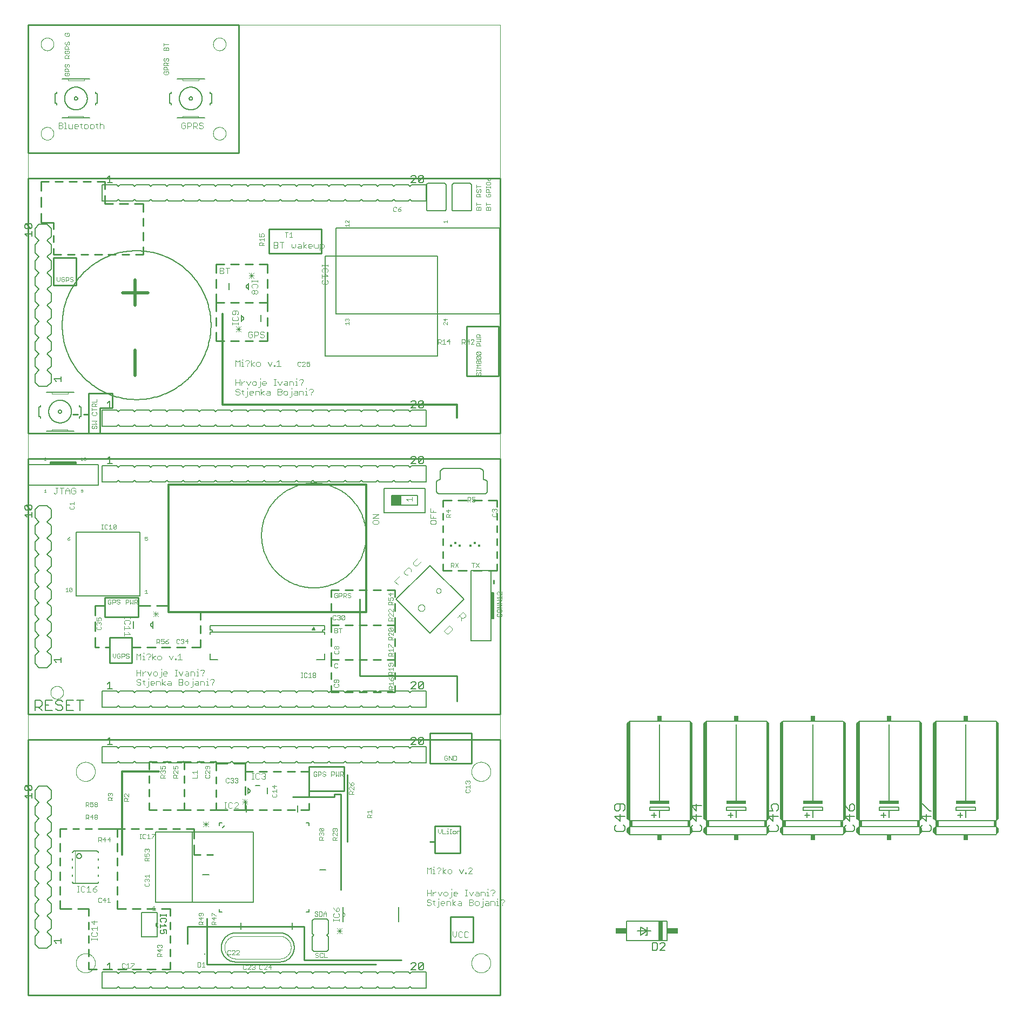
<source format=gto>
G75*
%MOIN*%
%OFA0B0*%
%FSLAX25Y25*%
%IPPOS*%
%LPD*%
%AMOC8*
5,1,8,0,0,1.08239X$1,22.5*
%
%ADD10C,0.00000*%
%ADD11C,0.00984*%
%ADD12C,0.01000*%
%ADD13C,0.00600*%
%ADD14C,0.01200*%
%ADD15C,0.00200*%
%ADD16C,0.00300*%
%ADD17C,0.01181*%
%ADD18C,0.00500*%
%ADD19C,0.00984*%
%ADD20C,0.00400*%
%ADD21C,0.00050*%
%ADD22R,0.06000X0.06000*%
%ADD23C,0.02000*%
%ADD24R,0.01280X0.01673*%
%ADD25R,0.01378X0.01378*%
%ADD26C,0.00800*%
%ADD27C,0.00700*%
%ADD28R,0.12000X0.02000*%
%ADD29R,0.03000X0.03500*%
%ADD30R,0.03000X0.12000*%
%ADD31R,0.06600X0.03200*%
D10*
X0004954Y0005248D02*
X0296293Y0005248D01*
X0296293Y0603673D01*
X0004954Y0603673D01*
X0004915Y0603831D02*
X0004915Y0005406D01*
X0034481Y0024933D02*
X0034483Y0025086D01*
X0034489Y0025240D01*
X0034499Y0025393D01*
X0034513Y0025545D01*
X0034531Y0025698D01*
X0034553Y0025849D01*
X0034578Y0026000D01*
X0034608Y0026151D01*
X0034642Y0026301D01*
X0034679Y0026449D01*
X0034720Y0026597D01*
X0034765Y0026743D01*
X0034814Y0026889D01*
X0034867Y0027033D01*
X0034923Y0027175D01*
X0034983Y0027316D01*
X0035047Y0027456D01*
X0035114Y0027594D01*
X0035185Y0027730D01*
X0035260Y0027864D01*
X0035337Y0027996D01*
X0035419Y0028126D01*
X0035503Y0028254D01*
X0035591Y0028380D01*
X0035682Y0028503D01*
X0035776Y0028624D01*
X0035874Y0028742D01*
X0035974Y0028858D01*
X0036078Y0028971D01*
X0036184Y0029082D01*
X0036293Y0029190D01*
X0036405Y0029295D01*
X0036519Y0029396D01*
X0036637Y0029495D01*
X0036756Y0029591D01*
X0036878Y0029684D01*
X0037003Y0029773D01*
X0037130Y0029860D01*
X0037259Y0029942D01*
X0037390Y0030022D01*
X0037523Y0030098D01*
X0037658Y0030171D01*
X0037795Y0030240D01*
X0037934Y0030305D01*
X0038074Y0030367D01*
X0038216Y0030425D01*
X0038359Y0030480D01*
X0038504Y0030531D01*
X0038650Y0030578D01*
X0038797Y0030621D01*
X0038945Y0030660D01*
X0039094Y0030696D01*
X0039244Y0030727D01*
X0039395Y0030755D01*
X0039546Y0030779D01*
X0039699Y0030799D01*
X0039851Y0030815D01*
X0040004Y0030827D01*
X0040157Y0030835D01*
X0040310Y0030839D01*
X0040464Y0030839D01*
X0040617Y0030835D01*
X0040770Y0030827D01*
X0040923Y0030815D01*
X0041075Y0030799D01*
X0041228Y0030779D01*
X0041379Y0030755D01*
X0041530Y0030727D01*
X0041680Y0030696D01*
X0041829Y0030660D01*
X0041977Y0030621D01*
X0042124Y0030578D01*
X0042270Y0030531D01*
X0042415Y0030480D01*
X0042558Y0030425D01*
X0042700Y0030367D01*
X0042840Y0030305D01*
X0042979Y0030240D01*
X0043116Y0030171D01*
X0043251Y0030098D01*
X0043384Y0030022D01*
X0043515Y0029942D01*
X0043644Y0029860D01*
X0043771Y0029773D01*
X0043896Y0029684D01*
X0044018Y0029591D01*
X0044137Y0029495D01*
X0044255Y0029396D01*
X0044369Y0029295D01*
X0044481Y0029190D01*
X0044590Y0029082D01*
X0044696Y0028971D01*
X0044800Y0028858D01*
X0044900Y0028742D01*
X0044998Y0028624D01*
X0045092Y0028503D01*
X0045183Y0028380D01*
X0045271Y0028254D01*
X0045355Y0028126D01*
X0045437Y0027996D01*
X0045514Y0027864D01*
X0045589Y0027730D01*
X0045660Y0027594D01*
X0045727Y0027456D01*
X0045791Y0027316D01*
X0045851Y0027175D01*
X0045907Y0027033D01*
X0045960Y0026889D01*
X0046009Y0026743D01*
X0046054Y0026597D01*
X0046095Y0026449D01*
X0046132Y0026301D01*
X0046166Y0026151D01*
X0046196Y0026000D01*
X0046221Y0025849D01*
X0046243Y0025698D01*
X0046261Y0025545D01*
X0046275Y0025393D01*
X0046285Y0025240D01*
X0046291Y0025086D01*
X0046293Y0024933D01*
X0046291Y0024780D01*
X0046285Y0024626D01*
X0046275Y0024473D01*
X0046261Y0024321D01*
X0046243Y0024168D01*
X0046221Y0024017D01*
X0046196Y0023866D01*
X0046166Y0023715D01*
X0046132Y0023565D01*
X0046095Y0023417D01*
X0046054Y0023269D01*
X0046009Y0023123D01*
X0045960Y0022977D01*
X0045907Y0022833D01*
X0045851Y0022691D01*
X0045791Y0022550D01*
X0045727Y0022410D01*
X0045660Y0022272D01*
X0045589Y0022136D01*
X0045514Y0022002D01*
X0045437Y0021870D01*
X0045355Y0021740D01*
X0045271Y0021612D01*
X0045183Y0021486D01*
X0045092Y0021363D01*
X0044998Y0021242D01*
X0044900Y0021124D01*
X0044800Y0021008D01*
X0044696Y0020895D01*
X0044590Y0020784D01*
X0044481Y0020676D01*
X0044369Y0020571D01*
X0044255Y0020470D01*
X0044137Y0020371D01*
X0044018Y0020275D01*
X0043896Y0020182D01*
X0043771Y0020093D01*
X0043644Y0020006D01*
X0043515Y0019924D01*
X0043384Y0019844D01*
X0043251Y0019768D01*
X0043116Y0019695D01*
X0042979Y0019626D01*
X0042840Y0019561D01*
X0042700Y0019499D01*
X0042558Y0019441D01*
X0042415Y0019386D01*
X0042270Y0019335D01*
X0042124Y0019288D01*
X0041977Y0019245D01*
X0041829Y0019206D01*
X0041680Y0019170D01*
X0041530Y0019139D01*
X0041379Y0019111D01*
X0041228Y0019087D01*
X0041075Y0019067D01*
X0040923Y0019051D01*
X0040770Y0019039D01*
X0040617Y0019031D01*
X0040464Y0019027D01*
X0040310Y0019027D01*
X0040157Y0019031D01*
X0040004Y0019039D01*
X0039851Y0019051D01*
X0039699Y0019067D01*
X0039546Y0019087D01*
X0039395Y0019111D01*
X0039244Y0019139D01*
X0039094Y0019170D01*
X0038945Y0019206D01*
X0038797Y0019245D01*
X0038650Y0019288D01*
X0038504Y0019335D01*
X0038359Y0019386D01*
X0038216Y0019441D01*
X0038074Y0019499D01*
X0037934Y0019561D01*
X0037795Y0019626D01*
X0037658Y0019695D01*
X0037523Y0019768D01*
X0037390Y0019844D01*
X0037259Y0019924D01*
X0037130Y0020006D01*
X0037003Y0020093D01*
X0036878Y0020182D01*
X0036756Y0020275D01*
X0036637Y0020371D01*
X0036519Y0020470D01*
X0036405Y0020571D01*
X0036293Y0020676D01*
X0036184Y0020784D01*
X0036078Y0020895D01*
X0035974Y0021008D01*
X0035874Y0021124D01*
X0035776Y0021242D01*
X0035682Y0021363D01*
X0035591Y0021486D01*
X0035503Y0021612D01*
X0035419Y0021740D01*
X0035337Y0021870D01*
X0035260Y0022002D01*
X0035185Y0022136D01*
X0035114Y0022272D01*
X0035047Y0022410D01*
X0034983Y0022550D01*
X0034923Y0022691D01*
X0034867Y0022833D01*
X0034814Y0022977D01*
X0034765Y0023123D01*
X0034720Y0023269D01*
X0034679Y0023417D01*
X0034642Y0023565D01*
X0034608Y0023715D01*
X0034578Y0023866D01*
X0034553Y0024017D01*
X0034531Y0024168D01*
X0034513Y0024321D01*
X0034499Y0024473D01*
X0034489Y0024626D01*
X0034483Y0024780D01*
X0034481Y0024933D01*
X0034481Y0143043D02*
X0034483Y0143196D01*
X0034489Y0143350D01*
X0034499Y0143503D01*
X0034513Y0143655D01*
X0034531Y0143808D01*
X0034553Y0143959D01*
X0034578Y0144110D01*
X0034608Y0144261D01*
X0034642Y0144411D01*
X0034679Y0144559D01*
X0034720Y0144707D01*
X0034765Y0144853D01*
X0034814Y0144999D01*
X0034867Y0145143D01*
X0034923Y0145285D01*
X0034983Y0145426D01*
X0035047Y0145566D01*
X0035114Y0145704D01*
X0035185Y0145840D01*
X0035260Y0145974D01*
X0035337Y0146106D01*
X0035419Y0146236D01*
X0035503Y0146364D01*
X0035591Y0146490D01*
X0035682Y0146613D01*
X0035776Y0146734D01*
X0035874Y0146852D01*
X0035974Y0146968D01*
X0036078Y0147081D01*
X0036184Y0147192D01*
X0036293Y0147300D01*
X0036405Y0147405D01*
X0036519Y0147506D01*
X0036637Y0147605D01*
X0036756Y0147701D01*
X0036878Y0147794D01*
X0037003Y0147883D01*
X0037130Y0147970D01*
X0037259Y0148052D01*
X0037390Y0148132D01*
X0037523Y0148208D01*
X0037658Y0148281D01*
X0037795Y0148350D01*
X0037934Y0148415D01*
X0038074Y0148477D01*
X0038216Y0148535D01*
X0038359Y0148590D01*
X0038504Y0148641D01*
X0038650Y0148688D01*
X0038797Y0148731D01*
X0038945Y0148770D01*
X0039094Y0148806D01*
X0039244Y0148837D01*
X0039395Y0148865D01*
X0039546Y0148889D01*
X0039699Y0148909D01*
X0039851Y0148925D01*
X0040004Y0148937D01*
X0040157Y0148945D01*
X0040310Y0148949D01*
X0040464Y0148949D01*
X0040617Y0148945D01*
X0040770Y0148937D01*
X0040923Y0148925D01*
X0041075Y0148909D01*
X0041228Y0148889D01*
X0041379Y0148865D01*
X0041530Y0148837D01*
X0041680Y0148806D01*
X0041829Y0148770D01*
X0041977Y0148731D01*
X0042124Y0148688D01*
X0042270Y0148641D01*
X0042415Y0148590D01*
X0042558Y0148535D01*
X0042700Y0148477D01*
X0042840Y0148415D01*
X0042979Y0148350D01*
X0043116Y0148281D01*
X0043251Y0148208D01*
X0043384Y0148132D01*
X0043515Y0148052D01*
X0043644Y0147970D01*
X0043771Y0147883D01*
X0043896Y0147794D01*
X0044018Y0147701D01*
X0044137Y0147605D01*
X0044255Y0147506D01*
X0044369Y0147405D01*
X0044481Y0147300D01*
X0044590Y0147192D01*
X0044696Y0147081D01*
X0044800Y0146968D01*
X0044900Y0146852D01*
X0044998Y0146734D01*
X0045092Y0146613D01*
X0045183Y0146490D01*
X0045271Y0146364D01*
X0045355Y0146236D01*
X0045437Y0146106D01*
X0045514Y0145974D01*
X0045589Y0145840D01*
X0045660Y0145704D01*
X0045727Y0145566D01*
X0045791Y0145426D01*
X0045851Y0145285D01*
X0045907Y0145143D01*
X0045960Y0144999D01*
X0046009Y0144853D01*
X0046054Y0144707D01*
X0046095Y0144559D01*
X0046132Y0144411D01*
X0046166Y0144261D01*
X0046196Y0144110D01*
X0046221Y0143959D01*
X0046243Y0143808D01*
X0046261Y0143655D01*
X0046275Y0143503D01*
X0046285Y0143350D01*
X0046291Y0143196D01*
X0046293Y0143043D01*
X0046291Y0142890D01*
X0046285Y0142736D01*
X0046275Y0142583D01*
X0046261Y0142431D01*
X0046243Y0142278D01*
X0046221Y0142127D01*
X0046196Y0141976D01*
X0046166Y0141825D01*
X0046132Y0141675D01*
X0046095Y0141527D01*
X0046054Y0141379D01*
X0046009Y0141233D01*
X0045960Y0141087D01*
X0045907Y0140943D01*
X0045851Y0140801D01*
X0045791Y0140660D01*
X0045727Y0140520D01*
X0045660Y0140382D01*
X0045589Y0140246D01*
X0045514Y0140112D01*
X0045437Y0139980D01*
X0045355Y0139850D01*
X0045271Y0139722D01*
X0045183Y0139596D01*
X0045092Y0139473D01*
X0044998Y0139352D01*
X0044900Y0139234D01*
X0044800Y0139118D01*
X0044696Y0139005D01*
X0044590Y0138894D01*
X0044481Y0138786D01*
X0044369Y0138681D01*
X0044255Y0138580D01*
X0044137Y0138481D01*
X0044018Y0138385D01*
X0043896Y0138292D01*
X0043771Y0138203D01*
X0043644Y0138116D01*
X0043515Y0138034D01*
X0043384Y0137954D01*
X0043251Y0137878D01*
X0043116Y0137805D01*
X0042979Y0137736D01*
X0042840Y0137671D01*
X0042700Y0137609D01*
X0042558Y0137551D01*
X0042415Y0137496D01*
X0042270Y0137445D01*
X0042124Y0137398D01*
X0041977Y0137355D01*
X0041829Y0137316D01*
X0041680Y0137280D01*
X0041530Y0137249D01*
X0041379Y0137221D01*
X0041228Y0137197D01*
X0041075Y0137177D01*
X0040923Y0137161D01*
X0040770Y0137149D01*
X0040617Y0137141D01*
X0040464Y0137137D01*
X0040310Y0137137D01*
X0040157Y0137141D01*
X0040004Y0137149D01*
X0039851Y0137161D01*
X0039699Y0137177D01*
X0039546Y0137197D01*
X0039395Y0137221D01*
X0039244Y0137249D01*
X0039094Y0137280D01*
X0038945Y0137316D01*
X0038797Y0137355D01*
X0038650Y0137398D01*
X0038504Y0137445D01*
X0038359Y0137496D01*
X0038216Y0137551D01*
X0038074Y0137609D01*
X0037934Y0137671D01*
X0037795Y0137736D01*
X0037658Y0137805D01*
X0037523Y0137878D01*
X0037390Y0137954D01*
X0037259Y0138034D01*
X0037130Y0138116D01*
X0037003Y0138203D01*
X0036878Y0138292D01*
X0036756Y0138385D01*
X0036637Y0138481D01*
X0036519Y0138580D01*
X0036405Y0138681D01*
X0036293Y0138786D01*
X0036184Y0138894D01*
X0036078Y0139005D01*
X0035974Y0139118D01*
X0035874Y0139234D01*
X0035776Y0139352D01*
X0035682Y0139473D01*
X0035591Y0139596D01*
X0035503Y0139722D01*
X0035419Y0139850D01*
X0035337Y0139980D01*
X0035260Y0140112D01*
X0035185Y0140246D01*
X0035114Y0140382D01*
X0035047Y0140520D01*
X0034983Y0140660D01*
X0034923Y0140801D01*
X0034867Y0140943D01*
X0034814Y0141087D01*
X0034765Y0141233D01*
X0034720Y0141379D01*
X0034679Y0141527D01*
X0034642Y0141675D01*
X0034608Y0141825D01*
X0034578Y0141976D01*
X0034553Y0142127D01*
X0034531Y0142278D01*
X0034513Y0142431D01*
X0034499Y0142583D01*
X0034489Y0142736D01*
X0034483Y0142890D01*
X0034481Y0143043D01*
X0004954Y0178476D02*
X0004954Y0335957D01*
X0018812Y0191823D02*
X0018814Y0191948D01*
X0018820Y0192073D01*
X0018830Y0192197D01*
X0018844Y0192321D01*
X0018861Y0192445D01*
X0018883Y0192568D01*
X0018909Y0192690D01*
X0018938Y0192812D01*
X0018971Y0192932D01*
X0019009Y0193051D01*
X0019049Y0193170D01*
X0019094Y0193286D01*
X0019142Y0193401D01*
X0019194Y0193515D01*
X0019250Y0193627D01*
X0019309Y0193737D01*
X0019371Y0193845D01*
X0019437Y0193952D01*
X0019506Y0194056D01*
X0019579Y0194157D01*
X0019654Y0194257D01*
X0019733Y0194354D01*
X0019815Y0194448D01*
X0019900Y0194540D01*
X0019987Y0194629D01*
X0020078Y0194715D01*
X0020171Y0194798D01*
X0020267Y0194879D01*
X0020365Y0194956D01*
X0020465Y0195030D01*
X0020568Y0195101D01*
X0020673Y0195168D01*
X0020781Y0195233D01*
X0020890Y0195293D01*
X0021001Y0195351D01*
X0021114Y0195404D01*
X0021228Y0195454D01*
X0021344Y0195501D01*
X0021461Y0195543D01*
X0021580Y0195582D01*
X0021700Y0195618D01*
X0021821Y0195649D01*
X0021943Y0195677D01*
X0022065Y0195700D01*
X0022189Y0195720D01*
X0022313Y0195736D01*
X0022437Y0195748D01*
X0022562Y0195756D01*
X0022687Y0195760D01*
X0022811Y0195760D01*
X0022936Y0195756D01*
X0023061Y0195748D01*
X0023185Y0195736D01*
X0023309Y0195720D01*
X0023433Y0195700D01*
X0023555Y0195677D01*
X0023677Y0195649D01*
X0023798Y0195618D01*
X0023918Y0195582D01*
X0024037Y0195543D01*
X0024154Y0195501D01*
X0024270Y0195454D01*
X0024384Y0195404D01*
X0024497Y0195351D01*
X0024608Y0195293D01*
X0024718Y0195233D01*
X0024825Y0195168D01*
X0024930Y0195101D01*
X0025033Y0195030D01*
X0025133Y0194956D01*
X0025231Y0194879D01*
X0025327Y0194798D01*
X0025420Y0194715D01*
X0025511Y0194629D01*
X0025598Y0194540D01*
X0025683Y0194448D01*
X0025765Y0194354D01*
X0025844Y0194257D01*
X0025919Y0194157D01*
X0025992Y0194056D01*
X0026061Y0193952D01*
X0026127Y0193845D01*
X0026189Y0193737D01*
X0026248Y0193627D01*
X0026304Y0193515D01*
X0026356Y0193401D01*
X0026404Y0193286D01*
X0026449Y0193170D01*
X0026489Y0193051D01*
X0026527Y0192932D01*
X0026560Y0192812D01*
X0026589Y0192690D01*
X0026615Y0192568D01*
X0026637Y0192445D01*
X0026654Y0192321D01*
X0026668Y0192197D01*
X0026678Y0192073D01*
X0026684Y0191948D01*
X0026686Y0191823D01*
X0026684Y0191698D01*
X0026678Y0191573D01*
X0026668Y0191449D01*
X0026654Y0191325D01*
X0026637Y0191201D01*
X0026615Y0191078D01*
X0026589Y0190956D01*
X0026560Y0190834D01*
X0026527Y0190714D01*
X0026489Y0190595D01*
X0026449Y0190476D01*
X0026404Y0190360D01*
X0026356Y0190245D01*
X0026304Y0190131D01*
X0026248Y0190019D01*
X0026189Y0189909D01*
X0026127Y0189801D01*
X0026061Y0189694D01*
X0025992Y0189590D01*
X0025919Y0189489D01*
X0025844Y0189389D01*
X0025765Y0189292D01*
X0025683Y0189198D01*
X0025598Y0189106D01*
X0025511Y0189017D01*
X0025420Y0188931D01*
X0025327Y0188848D01*
X0025231Y0188767D01*
X0025133Y0188690D01*
X0025033Y0188616D01*
X0024930Y0188545D01*
X0024825Y0188478D01*
X0024717Y0188413D01*
X0024608Y0188353D01*
X0024497Y0188295D01*
X0024384Y0188242D01*
X0024270Y0188192D01*
X0024154Y0188145D01*
X0024037Y0188103D01*
X0023918Y0188064D01*
X0023798Y0188028D01*
X0023677Y0187997D01*
X0023555Y0187969D01*
X0023433Y0187946D01*
X0023309Y0187926D01*
X0023185Y0187910D01*
X0023061Y0187898D01*
X0022936Y0187890D01*
X0022811Y0187886D01*
X0022687Y0187886D01*
X0022562Y0187890D01*
X0022437Y0187898D01*
X0022313Y0187910D01*
X0022189Y0187926D01*
X0022065Y0187946D01*
X0021943Y0187969D01*
X0021821Y0187997D01*
X0021700Y0188028D01*
X0021580Y0188064D01*
X0021461Y0188103D01*
X0021344Y0188145D01*
X0021228Y0188192D01*
X0021114Y0188242D01*
X0021001Y0188295D01*
X0020890Y0188353D01*
X0020780Y0188413D01*
X0020673Y0188478D01*
X0020568Y0188545D01*
X0020465Y0188616D01*
X0020365Y0188690D01*
X0020267Y0188767D01*
X0020171Y0188848D01*
X0020078Y0188931D01*
X0019987Y0189017D01*
X0019900Y0189106D01*
X0019815Y0189198D01*
X0019733Y0189292D01*
X0019654Y0189389D01*
X0019579Y0189489D01*
X0019506Y0189590D01*
X0019437Y0189694D01*
X0019371Y0189801D01*
X0019309Y0189909D01*
X0019250Y0190019D01*
X0019194Y0190131D01*
X0019142Y0190245D01*
X0019094Y0190360D01*
X0019049Y0190476D01*
X0019009Y0190595D01*
X0018971Y0190714D01*
X0018938Y0190834D01*
X0018909Y0190956D01*
X0018883Y0191078D01*
X0018861Y0191201D01*
X0018844Y0191325D01*
X0018830Y0191449D01*
X0018820Y0191573D01*
X0018814Y0191698D01*
X0018812Y0191823D01*
X0199132Y0056103D02*
X0199201Y0056101D01*
X0199269Y0056095D01*
X0199337Y0056085D01*
X0199404Y0056072D01*
X0199470Y0056054D01*
X0199535Y0056033D01*
X0199599Y0056008D01*
X0199661Y0055980D01*
X0199722Y0055948D01*
X0199781Y0055913D01*
X0199837Y0055874D01*
X0199892Y0055832D01*
X0199943Y0055787D01*
X0199993Y0055739D01*
X0200039Y0055689D01*
X0200082Y0055636D01*
X0200123Y0055580D01*
X0200160Y0055523D01*
X0200193Y0055463D01*
X0200224Y0055401D01*
X0200250Y0055338D01*
X0200273Y0055274D01*
X0200293Y0055208D01*
X0200308Y0055141D01*
X0200320Y0055074D01*
X0200328Y0055006D01*
X0200332Y0054937D01*
X0200332Y0054869D01*
X0200328Y0054800D01*
X0200320Y0054732D01*
X0200308Y0054665D01*
X0200293Y0054598D01*
X0200273Y0054532D01*
X0200250Y0054468D01*
X0200224Y0054405D01*
X0200193Y0054343D01*
X0200160Y0054283D01*
X0200123Y0054226D01*
X0200082Y0054170D01*
X0200039Y0054117D01*
X0199993Y0054067D01*
X0199943Y0054019D01*
X0199892Y0053974D01*
X0199837Y0053932D01*
X0199781Y0053893D01*
X0199722Y0053858D01*
X0199661Y0053826D01*
X0199599Y0053798D01*
X0199535Y0053773D01*
X0199470Y0053752D01*
X0199404Y0053734D01*
X0199337Y0053721D01*
X0199269Y0053711D01*
X0199201Y0053705D01*
X0199132Y0053703D01*
X0278576Y0024933D02*
X0278578Y0025086D01*
X0278584Y0025240D01*
X0278594Y0025393D01*
X0278608Y0025545D01*
X0278626Y0025698D01*
X0278648Y0025849D01*
X0278673Y0026000D01*
X0278703Y0026151D01*
X0278737Y0026301D01*
X0278774Y0026449D01*
X0278815Y0026597D01*
X0278860Y0026743D01*
X0278909Y0026889D01*
X0278962Y0027033D01*
X0279018Y0027175D01*
X0279078Y0027316D01*
X0279142Y0027456D01*
X0279209Y0027594D01*
X0279280Y0027730D01*
X0279355Y0027864D01*
X0279432Y0027996D01*
X0279514Y0028126D01*
X0279598Y0028254D01*
X0279686Y0028380D01*
X0279777Y0028503D01*
X0279871Y0028624D01*
X0279969Y0028742D01*
X0280069Y0028858D01*
X0280173Y0028971D01*
X0280279Y0029082D01*
X0280388Y0029190D01*
X0280500Y0029295D01*
X0280614Y0029396D01*
X0280732Y0029495D01*
X0280851Y0029591D01*
X0280973Y0029684D01*
X0281098Y0029773D01*
X0281225Y0029860D01*
X0281354Y0029942D01*
X0281485Y0030022D01*
X0281618Y0030098D01*
X0281753Y0030171D01*
X0281890Y0030240D01*
X0282029Y0030305D01*
X0282169Y0030367D01*
X0282311Y0030425D01*
X0282454Y0030480D01*
X0282599Y0030531D01*
X0282745Y0030578D01*
X0282892Y0030621D01*
X0283040Y0030660D01*
X0283189Y0030696D01*
X0283339Y0030727D01*
X0283490Y0030755D01*
X0283641Y0030779D01*
X0283794Y0030799D01*
X0283946Y0030815D01*
X0284099Y0030827D01*
X0284252Y0030835D01*
X0284405Y0030839D01*
X0284559Y0030839D01*
X0284712Y0030835D01*
X0284865Y0030827D01*
X0285018Y0030815D01*
X0285170Y0030799D01*
X0285323Y0030779D01*
X0285474Y0030755D01*
X0285625Y0030727D01*
X0285775Y0030696D01*
X0285924Y0030660D01*
X0286072Y0030621D01*
X0286219Y0030578D01*
X0286365Y0030531D01*
X0286510Y0030480D01*
X0286653Y0030425D01*
X0286795Y0030367D01*
X0286935Y0030305D01*
X0287074Y0030240D01*
X0287211Y0030171D01*
X0287346Y0030098D01*
X0287479Y0030022D01*
X0287610Y0029942D01*
X0287739Y0029860D01*
X0287866Y0029773D01*
X0287991Y0029684D01*
X0288113Y0029591D01*
X0288232Y0029495D01*
X0288350Y0029396D01*
X0288464Y0029295D01*
X0288576Y0029190D01*
X0288685Y0029082D01*
X0288791Y0028971D01*
X0288895Y0028858D01*
X0288995Y0028742D01*
X0289093Y0028624D01*
X0289187Y0028503D01*
X0289278Y0028380D01*
X0289366Y0028254D01*
X0289450Y0028126D01*
X0289532Y0027996D01*
X0289609Y0027864D01*
X0289684Y0027730D01*
X0289755Y0027594D01*
X0289822Y0027456D01*
X0289886Y0027316D01*
X0289946Y0027175D01*
X0290002Y0027033D01*
X0290055Y0026889D01*
X0290104Y0026743D01*
X0290149Y0026597D01*
X0290190Y0026449D01*
X0290227Y0026301D01*
X0290261Y0026151D01*
X0290291Y0026000D01*
X0290316Y0025849D01*
X0290338Y0025698D01*
X0290356Y0025545D01*
X0290370Y0025393D01*
X0290380Y0025240D01*
X0290386Y0025086D01*
X0290388Y0024933D01*
X0290386Y0024780D01*
X0290380Y0024626D01*
X0290370Y0024473D01*
X0290356Y0024321D01*
X0290338Y0024168D01*
X0290316Y0024017D01*
X0290291Y0023866D01*
X0290261Y0023715D01*
X0290227Y0023565D01*
X0290190Y0023417D01*
X0290149Y0023269D01*
X0290104Y0023123D01*
X0290055Y0022977D01*
X0290002Y0022833D01*
X0289946Y0022691D01*
X0289886Y0022550D01*
X0289822Y0022410D01*
X0289755Y0022272D01*
X0289684Y0022136D01*
X0289609Y0022002D01*
X0289532Y0021870D01*
X0289450Y0021740D01*
X0289366Y0021612D01*
X0289278Y0021486D01*
X0289187Y0021363D01*
X0289093Y0021242D01*
X0288995Y0021124D01*
X0288895Y0021008D01*
X0288791Y0020895D01*
X0288685Y0020784D01*
X0288576Y0020676D01*
X0288464Y0020571D01*
X0288350Y0020470D01*
X0288232Y0020371D01*
X0288113Y0020275D01*
X0287991Y0020182D01*
X0287866Y0020093D01*
X0287739Y0020006D01*
X0287610Y0019924D01*
X0287479Y0019844D01*
X0287346Y0019768D01*
X0287211Y0019695D01*
X0287074Y0019626D01*
X0286935Y0019561D01*
X0286795Y0019499D01*
X0286653Y0019441D01*
X0286510Y0019386D01*
X0286365Y0019335D01*
X0286219Y0019288D01*
X0286072Y0019245D01*
X0285924Y0019206D01*
X0285775Y0019170D01*
X0285625Y0019139D01*
X0285474Y0019111D01*
X0285323Y0019087D01*
X0285170Y0019067D01*
X0285018Y0019051D01*
X0284865Y0019039D01*
X0284712Y0019031D01*
X0284559Y0019027D01*
X0284405Y0019027D01*
X0284252Y0019031D01*
X0284099Y0019039D01*
X0283946Y0019051D01*
X0283794Y0019067D01*
X0283641Y0019087D01*
X0283490Y0019111D01*
X0283339Y0019139D01*
X0283189Y0019170D01*
X0283040Y0019206D01*
X0282892Y0019245D01*
X0282745Y0019288D01*
X0282599Y0019335D01*
X0282454Y0019386D01*
X0282311Y0019441D01*
X0282169Y0019499D01*
X0282029Y0019561D01*
X0281890Y0019626D01*
X0281753Y0019695D01*
X0281618Y0019768D01*
X0281485Y0019844D01*
X0281354Y0019924D01*
X0281225Y0020006D01*
X0281098Y0020093D01*
X0280973Y0020182D01*
X0280851Y0020275D01*
X0280732Y0020371D01*
X0280614Y0020470D01*
X0280500Y0020571D01*
X0280388Y0020676D01*
X0280279Y0020784D01*
X0280173Y0020895D01*
X0280069Y0021008D01*
X0279969Y0021124D01*
X0279871Y0021242D01*
X0279777Y0021363D01*
X0279686Y0021486D01*
X0279598Y0021612D01*
X0279514Y0021740D01*
X0279432Y0021870D01*
X0279355Y0022002D01*
X0279280Y0022136D01*
X0279209Y0022272D01*
X0279142Y0022410D01*
X0279078Y0022550D01*
X0279018Y0022691D01*
X0278962Y0022833D01*
X0278909Y0022977D01*
X0278860Y0023123D01*
X0278815Y0023269D01*
X0278774Y0023417D01*
X0278737Y0023565D01*
X0278703Y0023715D01*
X0278673Y0023866D01*
X0278648Y0024017D01*
X0278626Y0024168D01*
X0278608Y0024321D01*
X0278594Y0024473D01*
X0278584Y0024626D01*
X0278578Y0024780D01*
X0278576Y0024933D01*
X0278576Y0143043D02*
X0278578Y0143196D01*
X0278584Y0143350D01*
X0278594Y0143503D01*
X0278608Y0143655D01*
X0278626Y0143808D01*
X0278648Y0143959D01*
X0278673Y0144110D01*
X0278703Y0144261D01*
X0278737Y0144411D01*
X0278774Y0144559D01*
X0278815Y0144707D01*
X0278860Y0144853D01*
X0278909Y0144999D01*
X0278962Y0145143D01*
X0279018Y0145285D01*
X0279078Y0145426D01*
X0279142Y0145566D01*
X0279209Y0145704D01*
X0279280Y0145840D01*
X0279355Y0145974D01*
X0279432Y0146106D01*
X0279514Y0146236D01*
X0279598Y0146364D01*
X0279686Y0146490D01*
X0279777Y0146613D01*
X0279871Y0146734D01*
X0279969Y0146852D01*
X0280069Y0146968D01*
X0280173Y0147081D01*
X0280279Y0147192D01*
X0280388Y0147300D01*
X0280500Y0147405D01*
X0280614Y0147506D01*
X0280732Y0147605D01*
X0280851Y0147701D01*
X0280973Y0147794D01*
X0281098Y0147883D01*
X0281225Y0147970D01*
X0281354Y0148052D01*
X0281485Y0148132D01*
X0281618Y0148208D01*
X0281753Y0148281D01*
X0281890Y0148350D01*
X0282029Y0148415D01*
X0282169Y0148477D01*
X0282311Y0148535D01*
X0282454Y0148590D01*
X0282599Y0148641D01*
X0282745Y0148688D01*
X0282892Y0148731D01*
X0283040Y0148770D01*
X0283189Y0148806D01*
X0283339Y0148837D01*
X0283490Y0148865D01*
X0283641Y0148889D01*
X0283794Y0148909D01*
X0283946Y0148925D01*
X0284099Y0148937D01*
X0284252Y0148945D01*
X0284405Y0148949D01*
X0284559Y0148949D01*
X0284712Y0148945D01*
X0284865Y0148937D01*
X0285018Y0148925D01*
X0285170Y0148909D01*
X0285323Y0148889D01*
X0285474Y0148865D01*
X0285625Y0148837D01*
X0285775Y0148806D01*
X0285924Y0148770D01*
X0286072Y0148731D01*
X0286219Y0148688D01*
X0286365Y0148641D01*
X0286510Y0148590D01*
X0286653Y0148535D01*
X0286795Y0148477D01*
X0286935Y0148415D01*
X0287074Y0148350D01*
X0287211Y0148281D01*
X0287346Y0148208D01*
X0287479Y0148132D01*
X0287610Y0148052D01*
X0287739Y0147970D01*
X0287866Y0147883D01*
X0287991Y0147794D01*
X0288113Y0147701D01*
X0288232Y0147605D01*
X0288350Y0147506D01*
X0288464Y0147405D01*
X0288576Y0147300D01*
X0288685Y0147192D01*
X0288791Y0147081D01*
X0288895Y0146968D01*
X0288995Y0146852D01*
X0289093Y0146734D01*
X0289187Y0146613D01*
X0289278Y0146490D01*
X0289366Y0146364D01*
X0289450Y0146236D01*
X0289532Y0146106D01*
X0289609Y0145974D01*
X0289684Y0145840D01*
X0289755Y0145704D01*
X0289822Y0145566D01*
X0289886Y0145426D01*
X0289946Y0145285D01*
X0290002Y0145143D01*
X0290055Y0144999D01*
X0290104Y0144853D01*
X0290149Y0144707D01*
X0290190Y0144559D01*
X0290227Y0144411D01*
X0290261Y0144261D01*
X0290291Y0144110D01*
X0290316Y0143959D01*
X0290338Y0143808D01*
X0290356Y0143655D01*
X0290370Y0143503D01*
X0290380Y0143350D01*
X0290386Y0143196D01*
X0290388Y0143043D01*
X0290386Y0142890D01*
X0290380Y0142736D01*
X0290370Y0142583D01*
X0290356Y0142431D01*
X0290338Y0142278D01*
X0290316Y0142127D01*
X0290291Y0141976D01*
X0290261Y0141825D01*
X0290227Y0141675D01*
X0290190Y0141527D01*
X0290149Y0141379D01*
X0290104Y0141233D01*
X0290055Y0141087D01*
X0290002Y0140943D01*
X0289946Y0140801D01*
X0289886Y0140660D01*
X0289822Y0140520D01*
X0289755Y0140382D01*
X0289684Y0140246D01*
X0289609Y0140112D01*
X0289532Y0139980D01*
X0289450Y0139850D01*
X0289366Y0139722D01*
X0289278Y0139596D01*
X0289187Y0139473D01*
X0289093Y0139352D01*
X0288995Y0139234D01*
X0288895Y0139118D01*
X0288791Y0139005D01*
X0288685Y0138894D01*
X0288576Y0138786D01*
X0288464Y0138681D01*
X0288350Y0138580D01*
X0288232Y0138481D01*
X0288113Y0138385D01*
X0287991Y0138292D01*
X0287866Y0138203D01*
X0287739Y0138116D01*
X0287610Y0138034D01*
X0287479Y0137954D01*
X0287346Y0137878D01*
X0287211Y0137805D01*
X0287074Y0137736D01*
X0286935Y0137671D01*
X0286795Y0137609D01*
X0286653Y0137551D01*
X0286510Y0137496D01*
X0286365Y0137445D01*
X0286219Y0137398D01*
X0286072Y0137355D01*
X0285924Y0137316D01*
X0285775Y0137280D01*
X0285625Y0137249D01*
X0285474Y0137221D01*
X0285323Y0137197D01*
X0285170Y0137177D01*
X0285018Y0137161D01*
X0284865Y0137149D01*
X0284712Y0137141D01*
X0284559Y0137137D01*
X0284405Y0137137D01*
X0284252Y0137141D01*
X0284099Y0137149D01*
X0283946Y0137161D01*
X0283794Y0137177D01*
X0283641Y0137197D01*
X0283490Y0137221D01*
X0283339Y0137249D01*
X0283189Y0137280D01*
X0283040Y0137316D01*
X0282892Y0137355D01*
X0282745Y0137398D01*
X0282599Y0137445D01*
X0282454Y0137496D01*
X0282311Y0137551D01*
X0282169Y0137609D01*
X0282029Y0137671D01*
X0281890Y0137736D01*
X0281753Y0137805D01*
X0281618Y0137878D01*
X0281485Y0137954D01*
X0281354Y0138034D01*
X0281225Y0138116D01*
X0281098Y0138203D01*
X0280973Y0138292D01*
X0280851Y0138385D01*
X0280732Y0138481D01*
X0280614Y0138580D01*
X0280500Y0138681D01*
X0280388Y0138786D01*
X0280279Y0138894D01*
X0280173Y0139005D01*
X0280069Y0139118D01*
X0279969Y0139234D01*
X0279871Y0139352D01*
X0279777Y0139473D01*
X0279686Y0139596D01*
X0279598Y0139722D01*
X0279514Y0139850D01*
X0279432Y0139980D01*
X0279355Y0140112D01*
X0279280Y0140246D01*
X0279209Y0140382D01*
X0279142Y0140520D01*
X0279078Y0140660D01*
X0279018Y0140801D01*
X0278962Y0140943D01*
X0278909Y0141087D01*
X0278860Y0141233D01*
X0278815Y0141379D01*
X0278774Y0141527D01*
X0278737Y0141675D01*
X0278703Y0141825D01*
X0278673Y0141976D01*
X0278648Y0142127D01*
X0278626Y0142278D01*
X0278608Y0142431D01*
X0278594Y0142583D01*
X0278584Y0142736D01*
X0278578Y0142890D01*
X0278576Y0143043D01*
X0296293Y0178476D02*
X0296293Y0335957D01*
X0296253Y0351862D02*
X0296253Y0509343D01*
X0119127Y0536744D02*
X0119129Y0536869D01*
X0119135Y0536994D01*
X0119145Y0537118D01*
X0119159Y0537242D01*
X0119176Y0537366D01*
X0119198Y0537489D01*
X0119224Y0537611D01*
X0119253Y0537733D01*
X0119286Y0537853D01*
X0119324Y0537972D01*
X0119364Y0538091D01*
X0119409Y0538207D01*
X0119457Y0538322D01*
X0119509Y0538436D01*
X0119565Y0538548D01*
X0119624Y0538658D01*
X0119686Y0538766D01*
X0119752Y0538873D01*
X0119821Y0538977D01*
X0119894Y0539078D01*
X0119969Y0539178D01*
X0120048Y0539275D01*
X0120130Y0539369D01*
X0120215Y0539461D01*
X0120302Y0539550D01*
X0120393Y0539636D01*
X0120486Y0539719D01*
X0120582Y0539800D01*
X0120680Y0539877D01*
X0120780Y0539951D01*
X0120883Y0540022D01*
X0120988Y0540089D01*
X0121096Y0540154D01*
X0121205Y0540214D01*
X0121316Y0540272D01*
X0121429Y0540325D01*
X0121543Y0540375D01*
X0121659Y0540422D01*
X0121776Y0540464D01*
X0121895Y0540503D01*
X0122015Y0540539D01*
X0122136Y0540570D01*
X0122258Y0540598D01*
X0122380Y0540621D01*
X0122504Y0540641D01*
X0122628Y0540657D01*
X0122752Y0540669D01*
X0122877Y0540677D01*
X0123002Y0540681D01*
X0123126Y0540681D01*
X0123251Y0540677D01*
X0123376Y0540669D01*
X0123500Y0540657D01*
X0123624Y0540641D01*
X0123748Y0540621D01*
X0123870Y0540598D01*
X0123992Y0540570D01*
X0124113Y0540539D01*
X0124233Y0540503D01*
X0124352Y0540464D01*
X0124469Y0540422D01*
X0124585Y0540375D01*
X0124699Y0540325D01*
X0124812Y0540272D01*
X0124923Y0540214D01*
X0125033Y0540154D01*
X0125140Y0540089D01*
X0125245Y0540022D01*
X0125348Y0539951D01*
X0125448Y0539877D01*
X0125546Y0539800D01*
X0125642Y0539719D01*
X0125735Y0539636D01*
X0125826Y0539550D01*
X0125913Y0539461D01*
X0125998Y0539369D01*
X0126080Y0539275D01*
X0126159Y0539178D01*
X0126234Y0539078D01*
X0126307Y0538977D01*
X0126376Y0538873D01*
X0126442Y0538766D01*
X0126504Y0538658D01*
X0126563Y0538548D01*
X0126619Y0538436D01*
X0126671Y0538322D01*
X0126719Y0538207D01*
X0126764Y0538091D01*
X0126804Y0537972D01*
X0126842Y0537853D01*
X0126875Y0537733D01*
X0126904Y0537611D01*
X0126930Y0537489D01*
X0126952Y0537366D01*
X0126969Y0537242D01*
X0126983Y0537118D01*
X0126993Y0536994D01*
X0126999Y0536869D01*
X0127001Y0536744D01*
X0126999Y0536619D01*
X0126993Y0536494D01*
X0126983Y0536370D01*
X0126969Y0536246D01*
X0126952Y0536122D01*
X0126930Y0535999D01*
X0126904Y0535877D01*
X0126875Y0535755D01*
X0126842Y0535635D01*
X0126804Y0535516D01*
X0126764Y0535397D01*
X0126719Y0535281D01*
X0126671Y0535166D01*
X0126619Y0535052D01*
X0126563Y0534940D01*
X0126504Y0534830D01*
X0126442Y0534722D01*
X0126376Y0534615D01*
X0126307Y0534511D01*
X0126234Y0534410D01*
X0126159Y0534310D01*
X0126080Y0534213D01*
X0125998Y0534119D01*
X0125913Y0534027D01*
X0125826Y0533938D01*
X0125735Y0533852D01*
X0125642Y0533769D01*
X0125546Y0533688D01*
X0125448Y0533611D01*
X0125348Y0533537D01*
X0125245Y0533466D01*
X0125140Y0533399D01*
X0125032Y0533334D01*
X0124923Y0533274D01*
X0124812Y0533216D01*
X0124699Y0533163D01*
X0124585Y0533113D01*
X0124469Y0533066D01*
X0124352Y0533024D01*
X0124233Y0532985D01*
X0124113Y0532949D01*
X0123992Y0532918D01*
X0123870Y0532890D01*
X0123748Y0532867D01*
X0123624Y0532847D01*
X0123500Y0532831D01*
X0123376Y0532819D01*
X0123251Y0532811D01*
X0123126Y0532807D01*
X0123002Y0532807D01*
X0122877Y0532811D01*
X0122752Y0532819D01*
X0122628Y0532831D01*
X0122504Y0532847D01*
X0122380Y0532867D01*
X0122258Y0532890D01*
X0122136Y0532918D01*
X0122015Y0532949D01*
X0121895Y0532985D01*
X0121776Y0533024D01*
X0121659Y0533066D01*
X0121543Y0533113D01*
X0121429Y0533163D01*
X0121316Y0533216D01*
X0121205Y0533274D01*
X0121095Y0533334D01*
X0120988Y0533399D01*
X0120883Y0533466D01*
X0120780Y0533537D01*
X0120680Y0533611D01*
X0120582Y0533688D01*
X0120486Y0533769D01*
X0120393Y0533852D01*
X0120302Y0533938D01*
X0120215Y0534027D01*
X0120130Y0534119D01*
X0120048Y0534213D01*
X0119969Y0534310D01*
X0119894Y0534410D01*
X0119821Y0534511D01*
X0119752Y0534615D01*
X0119686Y0534722D01*
X0119624Y0534830D01*
X0119565Y0534940D01*
X0119509Y0535052D01*
X0119457Y0535166D01*
X0119409Y0535281D01*
X0119364Y0535397D01*
X0119324Y0535516D01*
X0119286Y0535635D01*
X0119253Y0535755D01*
X0119224Y0535877D01*
X0119198Y0535999D01*
X0119176Y0536122D01*
X0119159Y0536246D01*
X0119145Y0536370D01*
X0119135Y0536494D01*
X0119129Y0536619D01*
X0119127Y0536744D01*
X0119127Y0591862D02*
X0119129Y0591987D01*
X0119135Y0592112D01*
X0119145Y0592236D01*
X0119159Y0592360D01*
X0119176Y0592484D01*
X0119198Y0592607D01*
X0119224Y0592729D01*
X0119253Y0592851D01*
X0119286Y0592971D01*
X0119324Y0593090D01*
X0119364Y0593209D01*
X0119409Y0593325D01*
X0119457Y0593440D01*
X0119509Y0593554D01*
X0119565Y0593666D01*
X0119624Y0593776D01*
X0119686Y0593884D01*
X0119752Y0593991D01*
X0119821Y0594095D01*
X0119894Y0594196D01*
X0119969Y0594296D01*
X0120048Y0594393D01*
X0120130Y0594487D01*
X0120215Y0594579D01*
X0120302Y0594668D01*
X0120393Y0594754D01*
X0120486Y0594837D01*
X0120582Y0594918D01*
X0120680Y0594995D01*
X0120780Y0595069D01*
X0120883Y0595140D01*
X0120988Y0595207D01*
X0121096Y0595272D01*
X0121205Y0595332D01*
X0121316Y0595390D01*
X0121429Y0595443D01*
X0121543Y0595493D01*
X0121659Y0595540D01*
X0121776Y0595582D01*
X0121895Y0595621D01*
X0122015Y0595657D01*
X0122136Y0595688D01*
X0122258Y0595716D01*
X0122380Y0595739D01*
X0122504Y0595759D01*
X0122628Y0595775D01*
X0122752Y0595787D01*
X0122877Y0595795D01*
X0123002Y0595799D01*
X0123126Y0595799D01*
X0123251Y0595795D01*
X0123376Y0595787D01*
X0123500Y0595775D01*
X0123624Y0595759D01*
X0123748Y0595739D01*
X0123870Y0595716D01*
X0123992Y0595688D01*
X0124113Y0595657D01*
X0124233Y0595621D01*
X0124352Y0595582D01*
X0124469Y0595540D01*
X0124585Y0595493D01*
X0124699Y0595443D01*
X0124812Y0595390D01*
X0124923Y0595332D01*
X0125033Y0595272D01*
X0125140Y0595207D01*
X0125245Y0595140D01*
X0125348Y0595069D01*
X0125448Y0594995D01*
X0125546Y0594918D01*
X0125642Y0594837D01*
X0125735Y0594754D01*
X0125826Y0594668D01*
X0125913Y0594579D01*
X0125998Y0594487D01*
X0126080Y0594393D01*
X0126159Y0594296D01*
X0126234Y0594196D01*
X0126307Y0594095D01*
X0126376Y0593991D01*
X0126442Y0593884D01*
X0126504Y0593776D01*
X0126563Y0593666D01*
X0126619Y0593554D01*
X0126671Y0593440D01*
X0126719Y0593325D01*
X0126764Y0593209D01*
X0126804Y0593090D01*
X0126842Y0592971D01*
X0126875Y0592851D01*
X0126904Y0592729D01*
X0126930Y0592607D01*
X0126952Y0592484D01*
X0126969Y0592360D01*
X0126983Y0592236D01*
X0126993Y0592112D01*
X0126999Y0591987D01*
X0127001Y0591862D01*
X0126999Y0591737D01*
X0126993Y0591612D01*
X0126983Y0591488D01*
X0126969Y0591364D01*
X0126952Y0591240D01*
X0126930Y0591117D01*
X0126904Y0590995D01*
X0126875Y0590873D01*
X0126842Y0590753D01*
X0126804Y0590634D01*
X0126764Y0590515D01*
X0126719Y0590399D01*
X0126671Y0590284D01*
X0126619Y0590170D01*
X0126563Y0590058D01*
X0126504Y0589948D01*
X0126442Y0589840D01*
X0126376Y0589733D01*
X0126307Y0589629D01*
X0126234Y0589528D01*
X0126159Y0589428D01*
X0126080Y0589331D01*
X0125998Y0589237D01*
X0125913Y0589145D01*
X0125826Y0589056D01*
X0125735Y0588970D01*
X0125642Y0588887D01*
X0125546Y0588806D01*
X0125448Y0588729D01*
X0125348Y0588655D01*
X0125245Y0588584D01*
X0125140Y0588517D01*
X0125032Y0588452D01*
X0124923Y0588392D01*
X0124812Y0588334D01*
X0124699Y0588281D01*
X0124585Y0588231D01*
X0124469Y0588184D01*
X0124352Y0588142D01*
X0124233Y0588103D01*
X0124113Y0588067D01*
X0123992Y0588036D01*
X0123870Y0588008D01*
X0123748Y0587985D01*
X0123624Y0587965D01*
X0123500Y0587949D01*
X0123376Y0587937D01*
X0123251Y0587929D01*
X0123126Y0587925D01*
X0123002Y0587925D01*
X0122877Y0587929D01*
X0122752Y0587937D01*
X0122628Y0587949D01*
X0122504Y0587965D01*
X0122380Y0587985D01*
X0122258Y0588008D01*
X0122136Y0588036D01*
X0122015Y0588067D01*
X0121895Y0588103D01*
X0121776Y0588142D01*
X0121659Y0588184D01*
X0121543Y0588231D01*
X0121429Y0588281D01*
X0121316Y0588334D01*
X0121205Y0588392D01*
X0121095Y0588452D01*
X0120988Y0588517D01*
X0120883Y0588584D01*
X0120780Y0588655D01*
X0120680Y0588729D01*
X0120582Y0588806D01*
X0120486Y0588887D01*
X0120393Y0588970D01*
X0120302Y0589056D01*
X0120215Y0589145D01*
X0120130Y0589237D01*
X0120048Y0589331D01*
X0119969Y0589428D01*
X0119894Y0589528D01*
X0119821Y0589629D01*
X0119752Y0589733D01*
X0119686Y0589840D01*
X0119624Y0589948D01*
X0119565Y0590058D01*
X0119509Y0590170D01*
X0119457Y0590284D01*
X0119409Y0590399D01*
X0119364Y0590515D01*
X0119324Y0590634D01*
X0119286Y0590753D01*
X0119253Y0590873D01*
X0119224Y0590995D01*
X0119198Y0591117D01*
X0119176Y0591240D01*
X0119159Y0591364D01*
X0119145Y0591488D01*
X0119135Y0591612D01*
X0119129Y0591737D01*
X0119127Y0591862D01*
X0012828Y0591862D02*
X0012830Y0591987D01*
X0012836Y0592112D01*
X0012846Y0592236D01*
X0012860Y0592360D01*
X0012877Y0592484D01*
X0012899Y0592607D01*
X0012925Y0592729D01*
X0012954Y0592851D01*
X0012987Y0592971D01*
X0013025Y0593090D01*
X0013065Y0593209D01*
X0013110Y0593325D01*
X0013158Y0593440D01*
X0013210Y0593554D01*
X0013266Y0593666D01*
X0013325Y0593776D01*
X0013387Y0593884D01*
X0013453Y0593991D01*
X0013522Y0594095D01*
X0013595Y0594196D01*
X0013670Y0594296D01*
X0013749Y0594393D01*
X0013831Y0594487D01*
X0013916Y0594579D01*
X0014003Y0594668D01*
X0014094Y0594754D01*
X0014187Y0594837D01*
X0014283Y0594918D01*
X0014381Y0594995D01*
X0014481Y0595069D01*
X0014584Y0595140D01*
X0014689Y0595207D01*
X0014797Y0595272D01*
X0014906Y0595332D01*
X0015017Y0595390D01*
X0015130Y0595443D01*
X0015244Y0595493D01*
X0015360Y0595540D01*
X0015477Y0595582D01*
X0015596Y0595621D01*
X0015716Y0595657D01*
X0015837Y0595688D01*
X0015959Y0595716D01*
X0016081Y0595739D01*
X0016205Y0595759D01*
X0016329Y0595775D01*
X0016453Y0595787D01*
X0016578Y0595795D01*
X0016703Y0595799D01*
X0016827Y0595799D01*
X0016952Y0595795D01*
X0017077Y0595787D01*
X0017201Y0595775D01*
X0017325Y0595759D01*
X0017449Y0595739D01*
X0017571Y0595716D01*
X0017693Y0595688D01*
X0017814Y0595657D01*
X0017934Y0595621D01*
X0018053Y0595582D01*
X0018170Y0595540D01*
X0018286Y0595493D01*
X0018400Y0595443D01*
X0018513Y0595390D01*
X0018624Y0595332D01*
X0018734Y0595272D01*
X0018841Y0595207D01*
X0018946Y0595140D01*
X0019049Y0595069D01*
X0019149Y0594995D01*
X0019247Y0594918D01*
X0019343Y0594837D01*
X0019436Y0594754D01*
X0019527Y0594668D01*
X0019614Y0594579D01*
X0019699Y0594487D01*
X0019781Y0594393D01*
X0019860Y0594296D01*
X0019935Y0594196D01*
X0020008Y0594095D01*
X0020077Y0593991D01*
X0020143Y0593884D01*
X0020205Y0593776D01*
X0020264Y0593666D01*
X0020320Y0593554D01*
X0020372Y0593440D01*
X0020420Y0593325D01*
X0020465Y0593209D01*
X0020505Y0593090D01*
X0020543Y0592971D01*
X0020576Y0592851D01*
X0020605Y0592729D01*
X0020631Y0592607D01*
X0020653Y0592484D01*
X0020670Y0592360D01*
X0020684Y0592236D01*
X0020694Y0592112D01*
X0020700Y0591987D01*
X0020702Y0591862D01*
X0020700Y0591737D01*
X0020694Y0591612D01*
X0020684Y0591488D01*
X0020670Y0591364D01*
X0020653Y0591240D01*
X0020631Y0591117D01*
X0020605Y0590995D01*
X0020576Y0590873D01*
X0020543Y0590753D01*
X0020505Y0590634D01*
X0020465Y0590515D01*
X0020420Y0590399D01*
X0020372Y0590284D01*
X0020320Y0590170D01*
X0020264Y0590058D01*
X0020205Y0589948D01*
X0020143Y0589840D01*
X0020077Y0589733D01*
X0020008Y0589629D01*
X0019935Y0589528D01*
X0019860Y0589428D01*
X0019781Y0589331D01*
X0019699Y0589237D01*
X0019614Y0589145D01*
X0019527Y0589056D01*
X0019436Y0588970D01*
X0019343Y0588887D01*
X0019247Y0588806D01*
X0019149Y0588729D01*
X0019049Y0588655D01*
X0018946Y0588584D01*
X0018841Y0588517D01*
X0018733Y0588452D01*
X0018624Y0588392D01*
X0018513Y0588334D01*
X0018400Y0588281D01*
X0018286Y0588231D01*
X0018170Y0588184D01*
X0018053Y0588142D01*
X0017934Y0588103D01*
X0017814Y0588067D01*
X0017693Y0588036D01*
X0017571Y0588008D01*
X0017449Y0587985D01*
X0017325Y0587965D01*
X0017201Y0587949D01*
X0017077Y0587937D01*
X0016952Y0587929D01*
X0016827Y0587925D01*
X0016703Y0587925D01*
X0016578Y0587929D01*
X0016453Y0587937D01*
X0016329Y0587949D01*
X0016205Y0587965D01*
X0016081Y0587985D01*
X0015959Y0588008D01*
X0015837Y0588036D01*
X0015716Y0588067D01*
X0015596Y0588103D01*
X0015477Y0588142D01*
X0015360Y0588184D01*
X0015244Y0588231D01*
X0015130Y0588281D01*
X0015017Y0588334D01*
X0014906Y0588392D01*
X0014796Y0588452D01*
X0014689Y0588517D01*
X0014584Y0588584D01*
X0014481Y0588655D01*
X0014381Y0588729D01*
X0014283Y0588806D01*
X0014187Y0588887D01*
X0014094Y0588970D01*
X0014003Y0589056D01*
X0013916Y0589145D01*
X0013831Y0589237D01*
X0013749Y0589331D01*
X0013670Y0589428D01*
X0013595Y0589528D01*
X0013522Y0589629D01*
X0013453Y0589733D01*
X0013387Y0589840D01*
X0013325Y0589948D01*
X0013266Y0590058D01*
X0013210Y0590170D01*
X0013158Y0590284D01*
X0013110Y0590399D01*
X0013065Y0590515D01*
X0013025Y0590634D01*
X0012987Y0590753D01*
X0012954Y0590873D01*
X0012925Y0590995D01*
X0012899Y0591117D01*
X0012877Y0591240D01*
X0012860Y0591364D01*
X0012846Y0591488D01*
X0012836Y0591612D01*
X0012830Y0591737D01*
X0012828Y0591862D01*
X0012828Y0536744D02*
X0012830Y0536869D01*
X0012836Y0536994D01*
X0012846Y0537118D01*
X0012860Y0537242D01*
X0012877Y0537366D01*
X0012899Y0537489D01*
X0012925Y0537611D01*
X0012954Y0537733D01*
X0012987Y0537853D01*
X0013025Y0537972D01*
X0013065Y0538091D01*
X0013110Y0538207D01*
X0013158Y0538322D01*
X0013210Y0538436D01*
X0013266Y0538548D01*
X0013325Y0538658D01*
X0013387Y0538766D01*
X0013453Y0538873D01*
X0013522Y0538977D01*
X0013595Y0539078D01*
X0013670Y0539178D01*
X0013749Y0539275D01*
X0013831Y0539369D01*
X0013916Y0539461D01*
X0014003Y0539550D01*
X0014094Y0539636D01*
X0014187Y0539719D01*
X0014283Y0539800D01*
X0014381Y0539877D01*
X0014481Y0539951D01*
X0014584Y0540022D01*
X0014689Y0540089D01*
X0014797Y0540154D01*
X0014906Y0540214D01*
X0015017Y0540272D01*
X0015130Y0540325D01*
X0015244Y0540375D01*
X0015360Y0540422D01*
X0015477Y0540464D01*
X0015596Y0540503D01*
X0015716Y0540539D01*
X0015837Y0540570D01*
X0015959Y0540598D01*
X0016081Y0540621D01*
X0016205Y0540641D01*
X0016329Y0540657D01*
X0016453Y0540669D01*
X0016578Y0540677D01*
X0016703Y0540681D01*
X0016827Y0540681D01*
X0016952Y0540677D01*
X0017077Y0540669D01*
X0017201Y0540657D01*
X0017325Y0540641D01*
X0017449Y0540621D01*
X0017571Y0540598D01*
X0017693Y0540570D01*
X0017814Y0540539D01*
X0017934Y0540503D01*
X0018053Y0540464D01*
X0018170Y0540422D01*
X0018286Y0540375D01*
X0018400Y0540325D01*
X0018513Y0540272D01*
X0018624Y0540214D01*
X0018734Y0540154D01*
X0018841Y0540089D01*
X0018946Y0540022D01*
X0019049Y0539951D01*
X0019149Y0539877D01*
X0019247Y0539800D01*
X0019343Y0539719D01*
X0019436Y0539636D01*
X0019527Y0539550D01*
X0019614Y0539461D01*
X0019699Y0539369D01*
X0019781Y0539275D01*
X0019860Y0539178D01*
X0019935Y0539078D01*
X0020008Y0538977D01*
X0020077Y0538873D01*
X0020143Y0538766D01*
X0020205Y0538658D01*
X0020264Y0538548D01*
X0020320Y0538436D01*
X0020372Y0538322D01*
X0020420Y0538207D01*
X0020465Y0538091D01*
X0020505Y0537972D01*
X0020543Y0537853D01*
X0020576Y0537733D01*
X0020605Y0537611D01*
X0020631Y0537489D01*
X0020653Y0537366D01*
X0020670Y0537242D01*
X0020684Y0537118D01*
X0020694Y0536994D01*
X0020700Y0536869D01*
X0020702Y0536744D01*
X0020700Y0536619D01*
X0020694Y0536494D01*
X0020684Y0536370D01*
X0020670Y0536246D01*
X0020653Y0536122D01*
X0020631Y0535999D01*
X0020605Y0535877D01*
X0020576Y0535755D01*
X0020543Y0535635D01*
X0020505Y0535516D01*
X0020465Y0535397D01*
X0020420Y0535281D01*
X0020372Y0535166D01*
X0020320Y0535052D01*
X0020264Y0534940D01*
X0020205Y0534830D01*
X0020143Y0534722D01*
X0020077Y0534615D01*
X0020008Y0534511D01*
X0019935Y0534410D01*
X0019860Y0534310D01*
X0019781Y0534213D01*
X0019699Y0534119D01*
X0019614Y0534027D01*
X0019527Y0533938D01*
X0019436Y0533852D01*
X0019343Y0533769D01*
X0019247Y0533688D01*
X0019149Y0533611D01*
X0019049Y0533537D01*
X0018946Y0533466D01*
X0018841Y0533399D01*
X0018733Y0533334D01*
X0018624Y0533274D01*
X0018513Y0533216D01*
X0018400Y0533163D01*
X0018286Y0533113D01*
X0018170Y0533066D01*
X0018053Y0533024D01*
X0017934Y0532985D01*
X0017814Y0532949D01*
X0017693Y0532918D01*
X0017571Y0532890D01*
X0017449Y0532867D01*
X0017325Y0532847D01*
X0017201Y0532831D01*
X0017077Y0532819D01*
X0016952Y0532811D01*
X0016827Y0532807D01*
X0016703Y0532807D01*
X0016578Y0532811D01*
X0016453Y0532819D01*
X0016329Y0532831D01*
X0016205Y0532847D01*
X0016081Y0532867D01*
X0015959Y0532890D01*
X0015837Y0532918D01*
X0015716Y0532949D01*
X0015596Y0532985D01*
X0015477Y0533024D01*
X0015360Y0533066D01*
X0015244Y0533113D01*
X0015130Y0533163D01*
X0015017Y0533216D01*
X0014906Y0533274D01*
X0014796Y0533334D01*
X0014689Y0533399D01*
X0014584Y0533466D01*
X0014481Y0533537D01*
X0014381Y0533611D01*
X0014283Y0533688D01*
X0014187Y0533769D01*
X0014094Y0533852D01*
X0014003Y0533938D01*
X0013916Y0534027D01*
X0013831Y0534119D01*
X0013749Y0534213D01*
X0013670Y0534310D01*
X0013595Y0534410D01*
X0013522Y0534511D01*
X0013453Y0534615D01*
X0013387Y0534722D01*
X0013325Y0534830D01*
X0013266Y0534940D01*
X0013210Y0535052D01*
X0013158Y0535166D01*
X0013110Y0535281D01*
X0013065Y0535397D01*
X0013025Y0535516D01*
X0012987Y0535635D01*
X0012954Y0535755D01*
X0012925Y0535877D01*
X0012899Y0535999D01*
X0012877Y0536122D01*
X0012860Y0536246D01*
X0012846Y0536370D01*
X0012836Y0536494D01*
X0012830Y0536619D01*
X0012828Y0536744D01*
X0256799Y0254632D02*
X0256801Y0254709D01*
X0256807Y0254785D01*
X0256817Y0254861D01*
X0256831Y0254936D01*
X0256848Y0255011D01*
X0256870Y0255084D01*
X0256895Y0255157D01*
X0256925Y0255228D01*
X0256957Y0255297D01*
X0256994Y0255364D01*
X0257033Y0255430D01*
X0257076Y0255493D01*
X0257123Y0255554D01*
X0257172Y0255613D01*
X0257225Y0255669D01*
X0257280Y0255722D01*
X0257338Y0255772D01*
X0257398Y0255819D01*
X0257461Y0255863D01*
X0257526Y0255904D01*
X0257593Y0255941D01*
X0257662Y0255975D01*
X0257732Y0256005D01*
X0257804Y0256031D01*
X0257878Y0256053D01*
X0257952Y0256072D01*
X0258027Y0256087D01*
X0258103Y0256098D01*
X0258179Y0256105D01*
X0258256Y0256108D01*
X0258332Y0256107D01*
X0258409Y0256102D01*
X0258485Y0256093D01*
X0258561Y0256080D01*
X0258635Y0256063D01*
X0258709Y0256043D01*
X0258782Y0256018D01*
X0258853Y0255990D01*
X0258923Y0255958D01*
X0258991Y0255923D01*
X0259057Y0255884D01*
X0259121Y0255842D01*
X0259182Y0255796D01*
X0259242Y0255747D01*
X0259298Y0255696D01*
X0259352Y0255641D01*
X0259403Y0255584D01*
X0259451Y0255524D01*
X0259496Y0255462D01*
X0259537Y0255397D01*
X0259575Y0255331D01*
X0259610Y0255263D01*
X0259640Y0255192D01*
X0259668Y0255121D01*
X0259691Y0255048D01*
X0259711Y0254974D01*
X0259727Y0254899D01*
X0259739Y0254823D01*
X0259747Y0254747D01*
X0259751Y0254670D01*
X0259751Y0254594D01*
X0259747Y0254517D01*
X0259739Y0254441D01*
X0259727Y0254365D01*
X0259711Y0254290D01*
X0259691Y0254216D01*
X0259668Y0254143D01*
X0259640Y0254072D01*
X0259610Y0254001D01*
X0259575Y0253933D01*
X0259537Y0253867D01*
X0259496Y0253802D01*
X0259451Y0253740D01*
X0259403Y0253680D01*
X0259352Y0253623D01*
X0259298Y0253568D01*
X0259242Y0253517D01*
X0259182Y0253468D01*
X0259121Y0253422D01*
X0259057Y0253380D01*
X0258991Y0253341D01*
X0258923Y0253306D01*
X0258853Y0253274D01*
X0258782Y0253246D01*
X0258709Y0253221D01*
X0258635Y0253201D01*
X0258561Y0253184D01*
X0258485Y0253171D01*
X0258409Y0253162D01*
X0258332Y0253157D01*
X0258256Y0253156D01*
X0258179Y0253159D01*
X0258103Y0253166D01*
X0258027Y0253177D01*
X0257952Y0253192D01*
X0257878Y0253211D01*
X0257804Y0253233D01*
X0257732Y0253259D01*
X0257662Y0253289D01*
X0257593Y0253323D01*
X0257526Y0253360D01*
X0257461Y0253401D01*
X0257398Y0253445D01*
X0257338Y0253492D01*
X0257280Y0253542D01*
X0257225Y0253595D01*
X0257172Y0253651D01*
X0257123Y0253710D01*
X0257076Y0253771D01*
X0257033Y0253834D01*
X0256994Y0253900D01*
X0256957Y0253967D01*
X0256925Y0254036D01*
X0256895Y0254107D01*
X0256870Y0254180D01*
X0256848Y0254253D01*
X0256831Y0254328D01*
X0256817Y0254403D01*
X0256807Y0254479D01*
X0256801Y0254555D01*
X0256799Y0254632D01*
X0245629Y0244053D02*
X0245631Y0244144D01*
X0245637Y0244234D01*
X0245647Y0244325D01*
X0245661Y0244414D01*
X0245679Y0244503D01*
X0245700Y0244592D01*
X0245726Y0244679D01*
X0245755Y0244765D01*
X0245789Y0244849D01*
X0245825Y0244932D01*
X0245866Y0245014D01*
X0245910Y0245093D01*
X0245957Y0245171D01*
X0246008Y0245246D01*
X0246062Y0245319D01*
X0246119Y0245389D01*
X0246179Y0245457D01*
X0246242Y0245523D01*
X0246308Y0245585D01*
X0246377Y0245644D01*
X0246448Y0245701D01*
X0246522Y0245754D01*
X0246598Y0245804D01*
X0246676Y0245851D01*
X0246756Y0245894D01*
X0246837Y0245933D01*
X0246921Y0245969D01*
X0247006Y0246001D01*
X0247092Y0246030D01*
X0247179Y0246054D01*
X0247268Y0246075D01*
X0247357Y0246092D01*
X0247447Y0246105D01*
X0247537Y0246114D01*
X0247628Y0246119D01*
X0247719Y0246120D01*
X0247809Y0246117D01*
X0247900Y0246110D01*
X0247990Y0246099D01*
X0248080Y0246084D01*
X0248169Y0246065D01*
X0248257Y0246043D01*
X0248343Y0246016D01*
X0248429Y0245986D01*
X0248513Y0245952D01*
X0248596Y0245914D01*
X0248677Y0245873D01*
X0248756Y0245828D01*
X0248833Y0245779D01*
X0248907Y0245728D01*
X0248980Y0245673D01*
X0249050Y0245615D01*
X0249117Y0245554D01*
X0249181Y0245490D01*
X0249243Y0245424D01*
X0249302Y0245354D01*
X0249357Y0245283D01*
X0249410Y0245208D01*
X0249459Y0245132D01*
X0249505Y0245054D01*
X0249547Y0244973D01*
X0249586Y0244891D01*
X0249621Y0244807D01*
X0249652Y0244722D01*
X0249679Y0244635D01*
X0249703Y0244548D01*
X0249723Y0244459D01*
X0249739Y0244370D01*
X0249751Y0244280D01*
X0249759Y0244189D01*
X0249763Y0244098D01*
X0249763Y0244008D01*
X0249759Y0243917D01*
X0249751Y0243826D01*
X0249739Y0243736D01*
X0249723Y0243647D01*
X0249703Y0243558D01*
X0249679Y0243471D01*
X0249652Y0243384D01*
X0249621Y0243299D01*
X0249586Y0243215D01*
X0249547Y0243133D01*
X0249505Y0243052D01*
X0249459Y0242974D01*
X0249410Y0242898D01*
X0249357Y0242823D01*
X0249302Y0242752D01*
X0249243Y0242682D01*
X0249181Y0242616D01*
X0249117Y0242552D01*
X0249050Y0242491D01*
X0248980Y0242433D01*
X0248907Y0242378D01*
X0248833Y0242327D01*
X0248756Y0242278D01*
X0248677Y0242233D01*
X0248596Y0242192D01*
X0248513Y0242154D01*
X0248429Y0242120D01*
X0248343Y0242090D01*
X0248257Y0242063D01*
X0248169Y0242041D01*
X0248080Y0242022D01*
X0247990Y0242007D01*
X0247900Y0241996D01*
X0247809Y0241989D01*
X0247719Y0241986D01*
X0247628Y0241987D01*
X0247537Y0241992D01*
X0247447Y0242001D01*
X0247357Y0242014D01*
X0247268Y0242031D01*
X0247179Y0242052D01*
X0247092Y0242076D01*
X0247006Y0242105D01*
X0246921Y0242137D01*
X0246837Y0242173D01*
X0246756Y0242212D01*
X0246676Y0242255D01*
X0246598Y0242302D01*
X0246522Y0242352D01*
X0246448Y0242405D01*
X0246377Y0242462D01*
X0246308Y0242521D01*
X0246242Y0242583D01*
X0246179Y0242649D01*
X0246119Y0242717D01*
X0246062Y0242787D01*
X0246008Y0242860D01*
X0245957Y0242935D01*
X0245910Y0243013D01*
X0245866Y0243092D01*
X0245825Y0243174D01*
X0245789Y0243257D01*
X0245755Y0243341D01*
X0245726Y0243427D01*
X0245700Y0243514D01*
X0245679Y0243603D01*
X0245661Y0243692D01*
X0245647Y0243781D01*
X0245637Y0243872D01*
X0245631Y0243962D01*
X0245629Y0244053D01*
D11*
X0231332Y0242125D02*
X0231332Y0246718D01*
X0231332Y0250655D02*
X0231332Y0255248D01*
X0226608Y0255248D01*
X0222671Y0255248D02*
X0217946Y0255248D01*
X0214009Y0255248D02*
X0209285Y0255248D01*
X0205348Y0255248D02*
X0200623Y0255248D01*
X0196686Y0255248D02*
X0191962Y0255248D01*
X0191962Y0250655D01*
X0191962Y0246718D02*
X0191962Y0242125D01*
X0191962Y0238188D02*
X0191962Y0233594D01*
X0196686Y0233594D01*
X0200623Y0233594D02*
X0205348Y0233594D01*
X0209285Y0233594D02*
X0214009Y0233594D01*
X0217946Y0233594D02*
X0222671Y0233594D01*
X0226608Y0233594D02*
X0231332Y0233594D01*
X0231332Y0229001D01*
X0231332Y0225064D02*
X0231332Y0220471D01*
X0231332Y0216534D02*
X0231332Y0211941D01*
X0226608Y0211941D01*
X0222671Y0211941D02*
X0217946Y0211941D01*
X0214009Y0211941D02*
X0209285Y0211941D01*
X0205348Y0211941D02*
X0200623Y0211941D01*
X0196686Y0211941D02*
X0191962Y0211941D01*
X0191962Y0216534D01*
X0191962Y0220471D02*
X0191962Y0225064D01*
X0191962Y0229001D02*
X0191962Y0233594D01*
X0191962Y0211941D02*
X0191962Y0208004D01*
X0191962Y0204067D02*
X0191962Y0200130D01*
X0191962Y0196193D02*
X0191962Y0192256D01*
X0196686Y0192256D01*
X0200623Y0192256D02*
X0205348Y0192256D01*
X0209285Y0192256D02*
X0214009Y0192256D01*
X0217946Y0192256D02*
X0222671Y0192256D01*
X0226608Y0192256D02*
X0231332Y0192256D01*
X0231332Y0196193D01*
X0231332Y0200130D02*
X0231332Y0204067D01*
X0231332Y0208004D02*
X0231332Y0211941D01*
X0231332Y0233594D02*
X0231332Y0238188D01*
X0209678Y0249343D02*
X0209678Y0202098D01*
X0269718Y0202098D01*
X0269718Y0186350D01*
X0278576Y0166665D02*
X0252986Y0166665D01*
X0252986Y0147965D01*
X0278576Y0147965D01*
X0278576Y0166665D01*
X0296293Y0162728D02*
X0296293Y0005248D01*
X0004954Y0005248D01*
X0004954Y0162728D01*
X0296293Y0162728D01*
X0296293Y0178476D02*
X0004954Y0178476D01*
X0004954Y0335957D01*
X0296293Y0335957D01*
X0296293Y0178476D01*
X0271686Y0109579D02*
X0255938Y0109579D01*
X0255938Y0099736D01*
X0252986Y0099736D01*
X0255938Y0099736D02*
X0255938Y0092846D01*
X0271686Y0092846D01*
X0271686Y0109579D01*
X0265781Y0053476D02*
X0265781Y0037728D01*
X0279560Y0037728D01*
X0279560Y0053476D01*
X0265781Y0053476D01*
X0235269Y0026902D02*
X0175230Y0026902D01*
X0175230Y0047571D01*
X0103379Y0047571D01*
X0103379Y0036744D01*
X0092552Y0037531D02*
X0092552Y0041862D01*
X0092552Y0045799D02*
X0092552Y0050130D01*
X0092552Y0054067D02*
X0092552Y0058398D01*
X0087385Y0058398D01*
X0083448Y0058398D02*
X0078281Y0058398D01*
X0074344Y0058398D02*
X0069177Y0058398D01*
X0065239Y0058398D02*
X0060072Y0058398D01*
X0042356Y0058398D02*
X0042356Y0054067D01*
X0042356Y0050130D02*
X0042356Y0045799D01*
X0042356Y0041862D02*
X0042356Y0037531D01*
X0042356Y0033594D02*
X0042356Y0029264D01*
X0042356Y0025327D02*
X0042356Y0020996D01*
X0047441Y0020996D01*
X0051378Y0020996D02*
X0056463Y0020996D01*
X0060400Y0020996D02*
X0065486Y0020996D01*
X0069423Y0020996D02*
X0074508Y0020996D01*
X0078445Y0020996D02*
X0083530Y0020996D01*
X0087467Y0020996D02*
X0092552Y0020996D01*
X0092552Y0025327D01*
X0092552Y0029264D02*
X0092552Y0033594D01*
X0115190Y0023949D02*
X0219521Y0023949D01*
X0197867Y0070209D02*
X0197867Y0129264D01*
X0193930Y0129264D01*
X0193930Y0127295D01*
X0168340Y0127295D01*
X0169521Y0119421D02*
X0164797Y0119421D01*
X0160860Y0119421D02*
X0156135Y0119421D01*
X0152198Y0119421D02*
X0147474Y0119421D01*
X0143537Y0119421D02*
X0138812Y0119421D01*
X0121096Y0119421D02*
X0121096Y0123604D01*
X0121096Y0127541D02*
X0121096Y0131724D01*
X0121096Y0135661D02*
X0121096Y0139844D01*
X0121096Y0143781D02*
X0121096Y0147965D01*
X0127986Y0147965D01*
X0131923Y0147965D02*
X0138812Y0147965D01*
X0138812Y0143043D01*
X0143537Y0143043D01*
X0147474Y0143043D02*
X0152198Y0143043D01*
X0156135Y0143043D02*
X0160860Y0143043D01*
X0164797Y0143043D02*
X0169521Y0143043D01*
X0173458Y0143043D02*
X0178182Y0143043D01*
X0178182Y0139106D01*
X0178182Y0135169D02*
X0178182Y0131232D01*
X0178182Y0145996D01*
X0199836Y0145996D01*
X0199836Y0131232D01*
X0178182Y0131232D01*
X0178182Y0127295D01*
X0178182Y0123358D02*
X0178182Y0119421D01*
X0173458Y0119421D01*
X0201804Y0099736D02*
X0201804Y0141075D01*
X0121096Y0147965D02*
X0121096Y0148949D01*
X0117159Y0148949D01*
X0113222Y0148949D02*
X0109285Y0148949D01*
X0105348Y0148949D02*
X0101411Y0148949D01*
X0096818Y0148949D01*
X0092881Y0148949D02*
X0088287Y0148949D01*
X0084350Y0148949D02*
X0079757Y0148949D01*
X0079757Y0144520D01*
X0079757Y0140583D02*
X0079757Y0136154D01*
X0079757Y0132217D02*
X0079757Y0127787D01*
X0079757Y0123850D02*
X0079757Y0119421D01*
X0084350Y0119421D01*
X0088287Y0119421D02*
X0092881Y0119421D01*
X0096818Y0119421D02*
X0101411Y0119421D01*
X0101411Y0123850D01*
X0101411Y0127787D02*
X0101411Y0132217D01*
X0101411Y0136154D02*
X0101411Y0140583D01*
X0101411Y0144520D02*
X0101411Y0148949D01*
X0101411Y0119421D02*
X0105348Y0119421D01*
X0109285Y0119421D02*
X0113222Y0119421D01*
X0117159Y0119421D02*
X0121096Y0119421D01*
X0107316Y0107610D02*
X0107316Y0101705D01*
X0107316Y0097768D02*
X0107316Y0091862D01*
X0107316Y0107610D02*
X0102723Y0107610D01*
X0098786Y0107610D02*
X0094193Y0107610D01*
X0090256Y0107610D02*
X0085663Y0107610D01*
X0081726Y0107610D02*
X0077133Y0107610D01*
X0073196Y0107610D02*
X0068602Y0107610D01*
X0064665Y0107610D02*
X0060072Y0107610D01*
X0052198Y0107610D01*
X0042356Y0058398D02*
X0035466Y0058398D01*
X0031529Y0058398D02*
X0024639Y0058398D01*
X0115190Y0052492D02*
X0115190Y0023949D01*
X0068930Y0209972D02*
X0055151Y0209972D01*
X0055151Y0219815D01*
X0052690Y0219815D01*
X0055151Y0219815D02*
X0055151Y0225720D01*
X0068930Y0225720D01*
X0068930Y0219815D01*
X0074245Y0219815D01*
X0078182Y0219815D02*
X0083497Y0219815D01*
X0087434Y0219815D02*
X0092749Y0219815D01*
X0096686Y0219815D02*
X0102001Y0219815D01*
X0105938Y0219815D02*
X0111253Y0219815D01*
X0111253Y0224408D01*
X0111253Y0228345D02*
X0111253Y0232938D01*
X0111253Y0236875D02*
X0111253Y0241469D01*
X0107316Y0241469D01*
X0103379Y0241469D02*
X0099442Y0241469D01*
X0095505Y0241469D02*
X0091568Y0241469D01*
X0091568Y0245406D01*
X0084186Y0245406D01*
X0080249Y0245406D02*
X0072867Y0245406D01*
X0072867Y0238516D01*
X0052198Y0238516D01*
X0052198Y0245406D01*
X0046293Y0245406D01*
X0046293Y0239500D01*
X0046293Y0235563D02*
X0046293Y0229657D01*
X0046293Y0225720D02*
X0046293Y0219815D01*
X0048753Y0219815D01*
X0068930Y0219815D02*
X0068930Y0209972D01*
X0072867Y0245406D02*
X0072867Y0250327D01*
X0052198Y0250327D01*
X0052198Y0245406D01*
X0049245Y0351705D02*
X0042356Y0351705D01*
X0004954Y0351705D01*
X0004954Y0509185D01*
X0296293Y0509185D01*
X0296293Y0351705D01*
X0049245Y0351705D01*
X0049245Y0367453D01*
X0057119Y0367453D01*
X0057119Y0376311D01*
X0042356Y0376311D01*
X0042356Y0363516D01*
X0039403Y0363516D01*
X0042356Y0363516D02*
X0042356Y0351705D01*
X0035466Y0363516D02*
X0032513Y0363516D01*
X0034482Y0443240D02*
X0020702Y0443240D01*
X0020702Y0459972D01*
X0034482Y0459972D01*
X0034482Y0443240D01*
X0033638Y0461941D02*
X0029139Y0461941D01*
X0025202Y0461941D02*
X0020702Y0461941D01*
X0020702Y0465878D01*
X0020702Y0469815D02*
X0020702Y0473752D01*
X0020702Y0477689D02*
X0020702Y0481626D01*
X0012828Y0481626D01*
X0012828Y0487531D01*
X0012828Y0491469D02*
X0012828Y0497374D01*
X0012828Y0501311D02*
X0012828Y0507217D01*
X0017552Y0507217D01*
X0021489Y0507217D02*
X0026214Y0507217D01*
X0030151Y0507217D02*
X0034875Y0507217D01*
X0038812Y0507217D02*
X0043537Y0507217D01*
X0047474Y0507217D02*
X0052198Y0507217D01*
X0052198Y0502295D01*
X0052198Y0498358D02*
X0052198Y0493437D01*
X0057448Y0493437D01*
X0061385Y0493437D02*
X0066634Y0493437D01*
X0070571Y0493437D02*
X0075820Y0493437D01*
X0075820Y0488516D01*
X0075820Y0484579D02*
X0075820Y0479657D01*
X0075820Y0475720D02*
X0075820Y0470799D01*
X0075820Y0466862D02*
X0075820Y0461941D01*
X0071321Y0461941D01*
X0067384Y0461941D02*
X0062884Y0461941D01*
X0058947Y0461941D02*
X0054448Y0461941D01*
X0050511Y0461941D02*
X0046011Y0461941D01*
X0042074Y0461941D02*
X0037575Y0461941D01*
X0004954Y0524933D02*
X0004954Y0603673D01*
X0134875Y0603673D01*
X0134875Y0524933D01*
X0004954Y0524933D01*
X0121096Y0456035D02*
X0121096Y0450786D01*
X0121096Y0446849D02*
X0121096Y0441600D01*
X0121096Y0437663D02*
X0121096Y0432413D01*
X0126017Y0432413D01*
X0129954Y0432413D02*
X0134875Y0432413D01*
X0138812Y0432413D02*
X0143734Y0432413D01*
X0147671Y0432413D02*
X0152592Y0432413D01*
X0152592Y0427164D01*
X0152592Y0423227D02*
X0152592Y0417978D01*
X0152592Y0414041D02*
X0152592Y0408791D01*
X0147671Y0408791D01*
X0143734Y0408791D02*
X0138812Y0408791D01*
X0134875Y0408791D02*
X0129954Y0408791D01*
X0126017Y0408791D02*
X0121096Y0408791D01*
X0121096Y0414041D01*
X0121096Y0417978D02*
X0121096Y0423227D01*
X0121096Y0427164D02*
X0121096Y0432413D01*
X0121096Y0456035D02*
X0126017Y0456035D01*
X0129954Y0456035D02*
X0134875Y0456035D01*
X0138812Y0456035D02*
X0143734Y0456035D01*
X0147671Y0456035D02*
X0152592Y0456035D01*
X0152592Y0450786D01*
X0152592Y0446849D02*
X0152592Y0441600D01*
X0152592Y0437663D02*
X0152592Y0432413D01*
X0153576Y0462925D02*
X0153576Y0477689D01*
X0186056Y0477689D01*
X0186056Y0462925D01*
X0153576Y0462925D01*
X0275623Y0417650D02*
X0275623Y0387138D01*
X0295308Y0387138D01*
X0295308Y0417650D01*
X0275623Y0417650D01*
X0275623Y0310366D02*
X0270210Y0310366D01*
X0266273Y0310366D02*
X0260860Y0310366D01*
X0260860Y0306429D01*
X0260860Y0302492D02*
X0260860Y0298555D01*
X0260860Y0294618D02*
X0260860Y0290681D01*
X0260860Y0286744D02*
X0260860Y0282807D01*
X0260860Y0278870D02*
X0260860Y0274933D01*
X0260860Y0270996D02*
X0260860Y0267059D01*
X0266273Y0267059D01*
X0270210Y0267059D02*
X0275623Y0267059D01*
X0279560Y0267059D02*
X0284974Y0267059D01*
X0288911Y0267059D02*
X0294324Y0267059D01*
X0294324Y0270996D01*
X0294324Y0274933D02*
X0294324Y0278870D01*
X0294324Y0282807D02*
X0294324Y0286744D01*
X0294324Y0290681D02*
X0294324Y0294618D01*
X0294324Y0298555D02*
X0294324Y0302492D01*
X0294324Y0306429D02*
X0294324Y0310366D01*
X0288911Y0310366D01*
X0284974Y0310366D02*
X0279560Y0310366D01*
X0292356Y0261154D02*
X0292356Y0259185D01*
D12*
X0414218Y0172606D02*
X0414218Y0114106D01*
X0412718Y0112106D02*
X0412718Y0109606D01*
X0414218Y0107606D02*
X0414218Y0105606D01*
X0459962Y0109606D02*
X0459962Y0112106D01*
X0461462Y0114106D02*
X0461462Y0172606D01*
X0508706Y0172606D02*
X0508706Y0114106D01*
X0507206Y0112106D02*
X0507206Y0109606D01*
X0508706Y0107606D02*
X0508706Y0105606D01*
X0554450Y0109606D02*
X0554450Y0112106D01*
X0555950Y0114106D02*
X0555950Y0172606D01*
X0603194Y0172606D02*
X0603194Y0114106D01*
X0601694Y0112106D02*
X0601694Y0109606D01*
X0603194Y0107606D02*
X0603194Y0105606D01*
X0555950Y0105606D02*
X0555950Y0107606D01*
X0461462Y0107606D02*
X0461462Y0105606D01*
X0138812Y0119421D02*
X0131923Y0119421D01*
X0127986Y0119421D02*
X0121096Y0119421D01*
X0138812Y0119421D02*
X0138812Y0124671D01*
X0138812Y0128608D02*
X0138812Y0133857D01*
X0138812Y0137794D02*
X0138812Y0143043D01*
X0119127Y0091862D02*
X0115190Y0091862D01*
X0111253Y0091862D02*
X0107316Y0091862D01*
X0060072Y0089894D02*
X0060072Y0084972D01*
X0060072Y0081035D02*
X0060072Y0076114D01*
X0060072Y0072177D02*
X0060072Y0067256D01*
X0060072Y0063319D02*
X0060072Y0058398D01*
X0060072Y0093831D02*
X0060072Y0098752D01*
X0060072Y0102689D02*
X0060072Y0107610D01*
X0052198Y0107610D02*
X0048261Y0107610D01*
X0044324Y0107610D02*
X0040387Y0107610D01*
X0036450Y0107610D02*
X0032513Y0107610D01*
X0028576Y0107610D02*
X0024639Y0107610D01*
X0024639Y0102689D01*
X0024639Y0098752D02*
X0024639Y0093831D01*
X0024639Y0089894D02*
X0024639Y0084972D01*
X0024639Y0081035D02*
X0024639Y0076114D01*
X0024639Y0072177D02*
X0024639Y0067256D01*
X0024639Y0063319D02*
X0024639Y0058398D01*
D13*
X0019206Y0056488D02*
X0016706Y0053988D01*
X0019206Y0051488D01*
X0019206Y0046488D01*
X0016706Y0043988D01*
X0019206Y0041488D01*
X0019206Y0036488D01*
X0016706Y0033988D01*
X0011706Y0033988D01*
X0009206Y0036488D01*
X0009206Y0041488D01*
X0011706Y0043988D01*
X0009206Y0046488D01*
X0009206Y0051488D01*
X0011706Y0053988D01*
X0009206Y0056488D01*
X0009206Y0061488D01*
X0011706Y0063988D01*
X0009206Y0066488D01*
X0009206Y0071488D01*
X0011706Y0073988D01*
X0009206Y0076488D01*
X0009206Y0081488D01*
X0011706Y0083988D01*
X0009206Y0086488D01*
X0009206Y0091488D01*
X0011706Y0093988D01*
X0009206Y0096488D01*
X0009206Y0101488D01*
X0011706Y0103988D01*
X0009206Y0106488D01*
X0009206Y0111488D01*
X0011706Y0113988D01*
X0009206Y0116488D01*
X0009206Y0121488D01*
X0011706Y0123988D01*
X0009206Y0126488D01*
X0009206Y0131488D01*
X0011706Y0133988D01*
X0016706Y0133988D01*
X0019206Y0131488D01*
X0019206Y0126488D01*
X0016706Y0123988D01*
X0019206Y0121488D01*
X0019206Y0116488D01*
X0016706Y0113988D01*
X0019206Y0111488D01*
X0019206Y0106488D01*
X0016706Y0103988D01*
X0019206Y0101488D01*
X0019206Y0096488D01*
X0016706Y0093988D01*
X0019206Y0091488D01*
X0019206Y0086488D01*
X0016706Y0083988D01*
X0019206Y0081488D01*
X0019206Y0076488D01*
X0016706Y0073988D01*
X0019206Y0071488D01*
X0019206Y0066488D01*
X0016706Y0063988D01*
X0019206Y0061488D01*
X0019206Y0056488D01*
X0033387Y0073988D02*
X0047387Y0073988D01*
X0047447Y0073990D01*
X0047508Y0073995D01*
X0047567Y0074004D01*
X0047626Y0074017D01*
X0047685Y0074033D01*
X0047742Y0074053D01*
X0047797Y0074076D01*
X0047852Y0074103D01*
X0047904Y0074132D01*
X0047955Y0074165D01*
X0048004Y0074201D01*
X0048050Y0074239D01*
X0048094Y0074281D01*
X0048136Y0074325D01*
X0048174Y0074371D01*
X0048210Y0074420D01*
X0048243Y0074471D01*
X0048272Y0074523D01*
X0048299Y0074578D01*
X0048322Y0074633D01*
X0048342Y0074690D01*
X0048358Y0074749D01*
X0048371Y0074808D01*
X0048380Y0074867D01*
X0048385Y0074928D01*
X0048387Y0074988D01*
X0048387Y0078488D02*
X0048387Y0079488D01*
X0048387Y0083488D02*
X0048387Y0084488D01*
X0048387Y0088488D02*
X0048387Y0089488D01*
X0048387Y0092988D02*
X0048385Y0093048D01*
X0048380Y0093109D01*
X0048371Y0093168D01*
X0048358Y0093227D01*
X0048342Y0093286D01*
X0048322Y0093343D01*
X0048299Y0093398D01*
X0048272Y0093453D01*
X0048243Y0093505D01*
X0048210Y0093556D01*
X0048174Y0093605D01*
X0048136Y0093651D01*
X0048094Y0093695D01*
X0048050Y0093737D01*
X0048004Y0093775D01*
X0047955Y0093811D01*
X0047904Y0093844D01*
X0047852Y0093873D01*
X0047797Y0093900D01*
X0047742Y0093923D01*
X0047685Y0093943D01*
X0047626Y0093959D01*
X0047567Y0093972D01*
X0047508Y0093981D01*
X0047447Y0093986D01*
X0047387Y0093988D01*
X0033387Y0093988D01*
X0033327Y0093986D01*
X0033266Y0093981D01*
X0033207Y0093972D01*
X0033148Y0093959D01*
X0033089Y0093943D01*
X0033032Y0093923D01*
X0032977Y0093900D01*
X0032922Y0093873D01*
X0032870Y0093844D01*
X0032819Y0093811D01*
X0032770Y0093775D01*
X0032724Y0093737D01*
X0032680Y0093695D01*
X0032638Y0093651D01*
X0032600Y0093605D01*
X0032564Y0093556D01*
X0032531Y0093505D01*
X0032502Y0093453D01*
X0032475Y0093398D01*
X0032452Y0093343D01*
X0032432Y0093286D01*
X0032416Y0093227D01*
X0032403Y0093168D01*
X0032394Y0093109D01*
X0032389Y0093048D01*
X0032387Y0092988D01*
X0032387Y0089488D02*
X0032387Y0088488D01*
X0032387Y0084488D02*
X0032387Y0083488D01*
X0032387Y0079488D02*
X0032387Y0078488D01*
X0032387Y0074988D02*
X0032389Y0074928D01*
X0032394Y0074867D01*
X0032403Y0074808D01*
X0032416Y0074749D01*
X0032432Y0074690D01*
X0032452Y0074633D01*
X0032475Y0074578D01*
X0032502Y0074523D01*
X0032531Y0074471D01*
X0032564Y0074420D01*
X0032600Y0074371D01*
X0032638Y0074325D01*
X0032680Y0074281D01*
X0032724Y0074239D01*
X0032770Y0074201D01*
X0032819Y0074165D01*
X0032870Y0074132D01*
X0032922Y0074103D01*
X0032977Y0074076D01*
X0033032Y0074053D01*
X0033089Y0074033D01*
X0033148Y0074017D01*
X0033207Y0074004D01*
X0033266Y0073995D01*
X0033327Y0073990D01*
X0033387Y0073988D01*
X0034887Y0090988D02*
X0034889Y0091065D01*
X0034895Y0091142D01*
X0034905Y0091219D01*
X0034919Y0091295D01*
X0034936Y0091370D01*
X0034958Y0091444D01*
X0034983Y0091517D01*
X0035013Y0091589D01*
X0035045Y0091659D01*
X0035082Y0091727D01*
X0035121Y0091793D01*
X0035164Y0091857D01*
X0035211Y0091919D01*
X0035260Y0091978D01*
X0035313Y0092035D01*
X0035368Y0092089D01*
X0035426Y0092140D01*
X0035487Y0092188D01*
X0035550Y0092233D01*
X0035615Y0092274D01*
X0035682Y0092312D01*
X0035751Y0092347D01*
X0035822Y0092377D01*
X0035894Y0092405D01*
X0035968Y0092428D01*
X0036042Y0092448D01*
X0036118Y0092464D01*
X0036194Y0092476D01*
X0036271Y0092484D01*
X0036348Y0092488D01*
X0036426Y0092488D01*
X0036503Y0092484D01*
X0036580Y0092476D01*
X0036656Y0092464D01*
X0036732Y0092448D01*
X0036806Y0092428D01*
X0036880Y0092405D01*
X0036952Y0092377D01*
X0037023Y0092347D01*
X0037092Y0092312D01*
X0037159Y0092274D01*
X0037224Y0092233D01*
X0037287Y0092188D01*
X0037348Y0092140D01*
X0037406Y0092089D01*
X0037461Y0092035D01*
X0037514Y0091978D01*
X0037563Y0091919D01*
X0037610Y0091857D01*
X0037653Y0091793D01*
X0037692Y0091727D01*
X0037729Y0091659D01*
X0037761Y0091589D01*
X0037791Y0091517D01*
X0037816Y0091444D01*
X0037838Y0091370D01*
X0037855Y0091295D01*
X0037869Y0091219D01*
X0037879Y0091142D01*
X0037885Y0091065D01*
X0037887Y0090988D01*
X0037885Y0090911D01*
X0037879Y0090834D01*
X0037869Y0090757D01*
X0037855Y0090681D01*
X0037838Y0090606D01*
X0037816Y0090532D01*
X0037791Y0090459D01*
X0037761Y0090387D01*
X0037729Y0090317D01*
X0037692Y0090249D01*
X0037653Y0090183D01*
X0037610Y0090119D01*
X0037563Y0090057D01*
X0037514Y0089998D01*
X0037461Y0089941D01*
X0037406Y0089887D01*
X0037348Y0089836D01*
X0037287Y0089788D01*
X0037224Y0089743D01*
X0037159Y0089702D01*
X0037092Y0089664D01*
X0037023Y0089629D01*
X0036952Y0089599D01*
X0036880Y0089571D01*
X0036806Y0089548D01*
X0036732Y0089528D01*
X0036656Y0089512D01*
X0036580Y0089500D01*
X0036503Y0089492D01*
X0036426Y0089488D01*
X0036348Y0089488D01*
X0036271Y0089492D01*
X0036194Y0089500D01*
X0036118Y0089512D01*
X0036042Y0089528D01*
X0035968Y0089548D01*
X0035894Y0089571D01*
X0035822Y0089599D01*
X0035751Y0089629D01*
X0035682Y0089664D01*
X0035615Y0089702D01*
X0035550Y0089743D01*
X0035487Y0089788D01*
X0035426Y0089836D01*
X0035368Y0089887D01*
X0035313Y0089941D01*
X0035260Y0089998D01*
X0035211Y0090057D01*
X0035164Y0090119D01*
X0035121Y0090183D01*
X0035082Y0090249D01*
X0035045Y0090317D01*
X0035013Y0090387D01*
X0034983Y0090459D01*
X0034958Y0090532D01*
X0034936Y0090606D01*
X0034919Y0090681D01*
X0034905Y0090757D01*
X0034895Y0090834D01*
X0034889Y0090911D01*
X0034887Y0090988D01*
X0050623Y0148476D02*
X0059623Y0148476D01*
X0060623Y0149476D01*
X0061623Y0148476D01*
X0069623Y0148476D01*
X0070623Y0149476D01*
X0071623Y0148476D01*
X0079623Y0148476D01*
X0080623Y0149476D01*
X0081623Y0148476D01*
X0089623Y0148476D01*
X0090623Y0149476D01*
X0091623Y0148476D01*
X0099623Y0148476D01*
X0100623Y0149476D01*
X0101623Y0148476D01*
X0109623Y0148476D01*
X0110623Y0149476D01*
X0111623Y0148476D01*
X0119623Y0148476D01*
X0120623Y0149476D01*
X0121623Y0148476D01*
X0129623Y0148476D01*
X0130623Y0149476D01*
X0131623Y0148476D01*
X0139623Y0148476D01*
X0140623Y0149476D01*
X0141623Y0148476D01*
X0149623Y0148476D01*
X0150623Y0149476D01*
X0151623Y0148476D01*
X0159623Y0148476D01*
X0160623Y0149476D01*
X0161623Y0148476D01*
X0169623Y0148476D01*
X0170623Y0149476D01*
X0171623Y0148476D01*
X0179623Y0148476D01*
X0180623Y0149476D01*
X0181623Y0148476D01*
X0189623Y0148476D01*
X0190623Y0149476D01*
X0191623Y0148476D01*
X0199623Y0148476D01*
X0200623Y0149476D01*
X0201623Y0148476D01*
X0209623Y0148476D01*
X0210623Y0149476D01*
X0211623Y0148476D01*
X0219623Y0148476D01*
X0220623Y0149476D01*
X0221623Y0148476D01*
X0229623Y0148476D01*
X0230623Y0149476D01*
X0231623Y0148476D01*
X0239623Y0148476D01*
X0240623Y0149476D01*
X0241623Y0148476D01*
X0250623Y0148476D01*
X0250623Y0158476D01*
X0241623Y0158476D01*
X0240623Y0157476D01*
X0239623Y0158476D01*
X0231623Y0158476D01*
X0230623Y0157476D01*
X0229623Y0158476D01*
X0221623Y0158476D01*
X0220623Y0157476D01*
X0219623Y0158476D01*
X0211623Y0158476D01*
X0210623Y0157476D01*
X0209623Y0158476D01*
X0201623Y0158476D01*
X0200623Y0157476D01*
X0199623Y0158476D01*
X0191623Y0158476D01*
X0190623Y0157476D01*
X0189623Y0158476D01*
X0181623Y0158476D01*
X0180623Y0157476D01*
X0179623Y0158476D01*
X0171623Y0158476D01*
X0170623Y0157476D01*
X0169623Y0158476D01*
X0161623Y0158476D01*
X0160623Y0157476D01*
X0159623Y0158476D01*
X0151623Y0158476D01*
X0150623Y0157476D01*
X0149623Y0158476D01*
X0141623Y0158476D01*
X0140623Y0157476D01*
X0139623Y0158476D01*
X0131623Y0158476D01*
X0130623Y0157476D01*
X0129623Y0158476D01*
X0121623Y0158476D01*
X0120623Y0157476D01*
X0119623Y0158476D01*
X0111623Y0158476D01*
X0110623Y0157476D01*
X0109623Y0158476D01*
X0101623Y0158476D01*
X0100623Y0157476D01*
X0099623Y0158476D01*
X0091623Y0158476D01*
X0090623Y0157476D01*
X0089623Y0158476D01*
X0081623Y0158476D01*
X0080623Y0157476D01*
X0079623Y0158476D01*
X0071623Y0158476D01*
X0070623Y0157476D01*
X0069623Y0158476D01*
X0061623Y0158476D01*
X0060623Y0157476D01*
X0059623Y0158476D01*
X0050623Y0158476D01*
X0050623Y0148476D01*
X0050623Y0182728D02*
X0059623Y0182728D01*
X0060623Y0183728D01*
X0061623Y0182728D01*
X0069623Y0182728D01*
X0070623Y0183728D01*
X0071623Y0182728D01*
X0079623Y0182728D01*
X0080623Y0183728D01*
X0081623Y0182728D01*
X0089623Y0182728D01*
X0090623Y0183728D01*
X0091623Y0182728D01*
X0099623Y0182728D01*
X0100623Y0183728D01*
X0101623Y0182728D01*
X0109623Y0182728D01*
X0110623Y0183728D01*
X0111623Y0182728D01*
X0119623Y0182728D01*
X0120623Y0183728D01*
X0121623Y0182728D01*
X0129623Y0182728D01*
X0130623Y0183728D01*
X0131623Y0182728D01*
X0139623Y0182728D01*
X0140623Y0183728D01*
X0141623Y0182728D01*
X0149623Y0182728D01*
X0150623Y0183728D01*
X0151623Y0182728D01*
X0159623Y0182728D01*
X0160623Y0183728D01*
X0161623Y0182728D01*
X0169623Y0182728D01*
X0170623Y0183728D01*
X0171623Y0182728D01*
X0179623Y0182728D01*
X0180623Y0183728D01*
X0181623Y0182728D01*
X0189623Y0182728D01*
X0190623Y0183728D01*
X0191623Y0182728D01*
X0199623Y0182728D01*
X0200623Y0183728D01*
X0201623Y0182728D01*
X0209623Y0182728D01*
X0210623Y0183728D01*
X0211623Y0182728D01*
X0219623Y0182728D01*
X0220623Y0183728D01*
X0221623Y0182728D01*
X0229623Y0182728D01*
X0230623Y0183728D01*
X0231623Y0182728D01*
X0239623Y0182728D01*
X0240623Y0183728D01*
X0241623Y0182728D01*
X0250623Y0182728D01*
X0250623Y0192728D01*
X0241623Y0192728D01*
X0240623Y0191728D01*
X0239623Y0192728D01*
X0231623Y0192728D01*
X0230623Y0191728D01*
X0229623Y0192728D01*
X0221623Y0192728D01*
X0220623Y0191728D01*
X0219623Y0192728D01*
X0211623Y0192728D01*
X0210623Y0191728D01*
X0209623Y0192728D01*
X0201623Y0192728D01*
X0200623Y0191728D01*
X0199623Y0192728D01*
X0191623Y0192728D01*
X0190623Y0191728D01*
X0189623Y0192728D01*
X0181623Y0192728D01*
X0180623Y0191728D01*
X0179623Y0192728D01*
X0171623Y0192728D01*
X0170623Y0191728D01*
X0169623Y0192728D01*
X0161623Y0192728D01*
X0160623Y0191728D01*
X0159623Y0192728D01*
X0151623Y0192728D01*
X0150623Y0191728D01*
X0149623Y0192728D01*
X0141623Y0192728D01*
X0140623Y0191728D01*
X0139623Y0192728D01*
X0131623Y0192728D01*
X0130623Y0191728D01*
X0129623Y0192728D01*
X0121623Y0192728D01*
X0120623Y0191728D01*
X0119623Y0192728D01*
X0111623Y0192728D01*
X0110623Y0191728D01*
X0109623Y0192728D01*
X0101623Y0192728D01*
X0100623Y0191728D01*
X0099623Y0192728D01*
X0091623Y0192728D01*
X0090623Y0191728D01*
X0089623Y0192728D01*
X0081623Y0192728D01*
X0080623Y0191728D01*
X0079623Y0192728D01*
X0071623Y0192728D01*
X0070623Y0191728D01*
X0069623Y0192728D01*
X0061623Y0192728D01*
X0060623Y0191728D01*
X0059623Y0192728D01*
X0050623Y0192728D01*
X0050623Y0182728D01*
X0039243Y0187150D02*
X0034973Y0187150D01*
X0037108Y0187150D02*
X0037108Y0180745D01*
X0032798Y0180745D02*
X0028528Y0180745D01*
X0028528Y0187150D01*
X0032798Y0187150D01*
X0030663Y0183948D02*
X0028528Y0183948D01*
X0026352Y0182880D02*
X0026352Y0181812D01*
X0025285Y0180745D01*
X0023150Y0180745D01*
X0022082Y0181812D01*
X0023150Y0183948D02*
X0025285Y0183948D01*
X0026352Y0182880D01*
X0026352Y0186083D02*
X0025285Y0187150D01*
X0023150Y0187150D01*
X0022082Y0186083D01*
X0022082Y0185015D01*
X0023150Y0183948D01*
X0019907Y0187150D02*
X0015637Y0187150D01*
X0015637Y0180745D01*
X0019907Y0180745D01*
X0017772Y0183948D02*
X0015637Y0183948D01*
X0013461Y0183948D02*
X0012394Y0182880D01*
X0009191Y0182880D01*
X0009191Y0180745D02*
X0009191Y0187150D01*
X0012394Y0187150D01*
X0013461Y0186083D01*
X0013461Y0183948D01*
X0011326Y0182880D02*
X0013461Y0180745D01*
X0011706Y0207217D02*
X0009206Y0209717D01*
X0009206Y0214717D01*
X0011706Y0217217D01*
X0009206Y0219717D01*
X0009206Y0224717D01*
X0011706Y0227217D01*
X0009206Y0229717D01*
X0009206Y0234717D01*
X0011706Y0237217D01*
X0009206Y0239717D01*
X0009206Y0244717D01*
X0011706Y0247217D01*
X0009206Y0249717D01*
X0009206Y0254717D01*
X0011706Y0257217D01*
X0009206Y0259717D01*
X0009206Y0264717D01*
X0011706Y0267217D01*
X0009206Y0269717D01*
X0009206Y0274717D01*
X0011706Y0277217D01*
X0009206Y0279717D01*
X0009206Y0284717D01*
X0011706Y0287217D01*
X0009206Y0289717D01*
X0009206Y0294717D01*
X0011706Y0297217D01*
X0009206Y0299717D01*
X0009206Y0304717D01*
X0011706Y0307217D01*
X0016706Y0307217D01*
X0019206Y0304717D01*
X0019206Y0299717D01*
X0016706Y0297217D01*
X0019206Y0294717D01*
X0019206Y0289717D01*
X0016706Y0287217D01*
X0019206Y0284717D01*
X0019206Y0279717D01*
X0016706Y0277217D01*
X0019206Y0274717D01*
X0019206Y0269717D01*
X0016706Y0267217D01*
X0019206Y0264717D01*
X0019206Y0259717D01*
X0016706Y0257217D01*
X0019206Y0254717D01*
X0019206Y0249717D01*
X0016706Y0247217D01*
X0019206Y0244717D01*
X0019206Y0239717D01*
X0016706Y0237217D01*
X0019206Y0234717D01*
X0019206Y0229717D01*
X0016706Y0227217D01*
X0019206Y0224717D01*
X0019206Y0219717D01*
X0016706Y0217217D01*
X0019206Y0214717D01*
X0019206Y0209717D01*
X0016706Y0207217D01*
X0011706Y0207217D01*
X0069820Y0231494D02*
X0069820Y0235694D01*
X0081820Y0235694D02*
X0081820Y0234794D01*
X0081820Y0232394D01*
X0081820Y0231494D01*
X0081820Y0232394D02*
X0081751Y0232396D01*
X0081683Y0232402D01*
X0081615Y0232412D01*
X0081548Y0232425D01*
X0081482Y0232443D01*
X0081417Y0232464D01*
X0081353Y0232489D01*
X0081291Y0232517D01*
X0081230Y0232549D01*
X0081171Y0232584D01*
X0081115Y0232623D01*
X0081060Y0232665D01*
X0081009Y0232710D01*
X0080959Y0232758D01*
X0080913Y0232808D01*
X0080870Y0232861D01*
X0080829Y0232917D01*
X0080792Y0232974D01*
X0080759Y0233034D01*
X0080728Y0233096D01*
X0080702Y0233159D01*
X0080679Y0233223D01*
X0080659Y0233289D01*
X0080644Y0233356D01*
X0080632Y0233423D01*
X0080624Y0233491D01*
X0080620Y0233560D01*
X0080620Y0233628D01*
X0080624Y0233697D01*
X0080632Y0233765D01*
X0080644Y0233832D01*
X0080659Y0233899D01*
X0080679Y0233965D01*
X0080702Y0234029D01*
X0080728Y0234092D01*
X0080759Y0234154D01*
X0080792Y0234214D01*
X0080829Y0234271D01*
X0080870Y0234327D01*
X0080913Y0234380D01*
X0080959Y0234430D01*
X0081009Y0234478D01*
X0081060Y0234523D01*
X0081115Y0234565D01*
X0081171Y0234604D01*
X0081230Y0234639D01*
X0081291Y0234671D01*
X0081353Y0234699D01*
X0081417Y0234724D01*
X0081482Y0234745D01*
X0081548Y0234763D01*
X0081615Y0234776D01*
X0081683Y0234786D01*
X0081751Y0234792D01*
X0081820Y0234794D01*
X0081623Y0321705D02*
X0089623Y0321705D01*
X0090623Y0322705D01*
X0091623Y0321705D01*
X0099623Y0321705D01*
X0100623Y0322705D01*
X0101623Y0321705D01*
X0109623Y0321705D01*
X0110623Y0322705D01*
X0111623Y0321705D01*
X0119623Y0321705D01*
X0120623Y0322705D01*
X0121623Y0321705D01*
X0129623Y0321705D01*
X0130623Y0322705D01*
X0131623Y0321705D01*
X0139623Y0321705D01*
X0140623Y0322705D01*
X0141623Y0321705D01*
X0149623Y0321705D01*
X0150623Y0322705D01*
X0151623Y0321705D01*
X0159623Y0321705D01*
X0160623Y0322705D01*
X0161623Y0321705D01*
X0169623Y0321705D01*
X0170623Y0322705D01*
X0171623Y0321705D01*
X0179623Y0321705D01*
X0180623Y0322705D01*
X0181623Y0321705D01*
X0189623Y0321705D01*
X0190623Y0322705D01*
X0191623Y0321705D01*
X0199623Y0321705D01*
X0200623Y0322705D01*
X0201623Y0321705D01*
X0209623Y0321705D01*
X0210623Y0322705D01*
X0211623Y0321705D01*
X0219623Y0321705D01*
X0220623Y0322705D01*
X0221623Y0321705D01*
X0229623Y0321705D01*
X0230623Y0322705D01*
X0231623Y0321705D01*
X0239623Y0321705D01*
X0240623Y0322705D01*
X0241623Y0321705D01*
X0250623Y0321705D01*
X0250623Y0331705D01*
X0241623Y0331705D01*
X0240623Y0330705D01*
X0239623Y0331705D01*
X0231623Y0331705D01*
X0230623Y0330705D01*
X0229623Y0331705D01*
X0221623Y0331705D01*
X0220623Y0330705D01*
X0219623Y0331705D01*
X0211623Y0331705D01*
X0210623Y0330705D01*
X0209623Y0331705D01*
X0201623Y0331705D01*
X0200623Y0330705D01*
X0199623Y0331705D01*
X0191623Y0331705D01*
X0190623Y0330705D01*
X0189623Y0331705D01*
X0181623Y0331705D01*
X0180623Y0330705D01*
X0179623Y0331705D01*
X0171623Y0331705D01*
X0170623Y0330705D01*
X0169623Y0331705D01*
X0161623Y0331705D01*
X0160623Y0330705D01*
X0159623Y0331705D01*
X0151623Y0331705D01*
X0150623Y0330705D01*
X0149623Y0331705D01*
X0141623Y0331705D01*
X0140623Y0330705D01*
X0139623Y0331705D01*
X0131623Y0331705D01*
X0130623Y0330705D01*
X0129623Y0331705D01*
X0121623Y0331705D01*
X0120623Y0330705D01*
X0119623Y0331705D01*
X0111623Y0331705D01*
X0110623Y0330705D01*
X0109623Y0331705D01*
X0101623Y0331705D01*
X0100623Y0330705D01*
X0099623Y0331705D01*
X0091623Y0331705D01*
X0090623Y0330705D01*
X0089623Y0331705D01*
X0081623Y0331705D01*
X0080623Y0330705D01*
X0079623Y0331705D01*
X0071623Y0331705D01*
X0070623Y0330705D01*
X0069623Y0331705D01*
X0061623Y0331705D01*
X0060623Y0330705D01*
X0059623Y0331705D01*
X0050623Y0331705D01*
X0050623Y0321705D01*
X0059623Y0321705D01*
X0060623Y0322705D01*
X0061623Y0321705D01*
X0069623Y0321705D01*
X0070623Y0322705D01*
X0071623Y0321705D01*
X0079623Y0321705D01*
X0080623Y0322705D01*
X0081623Y0321705D01*
X0081584Y0356075D02*
X0089584Y0356075D01*
X0090584Y0357075D01*
X0091584Y0356075D01*
X0099584Y0356075D01*
X0100584Y0357075D01*
X0101584Y0356075D01*
X0109584Y0356075D01*
X0110584Y0357075D01*
X0111584Y0356075D01*
X0119584Y0356075D01*
X0120584Y0357075D01*
X0121584Y0356075D01*
X0129584Y0356075D01*
X0130584Y0357075D01*
X0131584Y0356075D01*
X0139584Y0356075D01*
X0140584Y0357075D01*
X0141584Y0356075D01*
X0149584Y0356075D01*
X0150584Y0357075D01*
X0151584Y0356075D01*
X0159584Y0356075D01*
X0160584Y0357075D01*
X0161584Y0356075D01*
X0169584Y0356075D01*
X0170584Y0357075D01*
X0171584Y0356075D01*
X0179584Y0356075D01*
X0180584Y0357075D01*
X0181584Y0356075D01*
X0189584Y0356075D01*
X0190584Y0357075D01*
X0191584Y0356075D01*
X0199584Y0356075D01*
X0200584Y0357075D01*
X0201584Y0356075D01*
X0209584Y0356075D01*
X0210584Y0357075D01*
X0211584Y0356075D01*
X0219584Y0356075D01*
X0220584Y0357075D01*
X0221584Y0356075D01*
X0229584Y0356075D01*
X0230584Y0357075D01*
X0231584Y0356075D01*
X0239584Y0356075D01*
X0240584Y0357075D01*
X0241584Y0356075D01*
X0250584Y0356075D01*
X0250584Y0366075D01*
X0241584Y0366075D01*
X0240584Y0365075D01*
X0239584Y0366075D01*
X0231584Y0366075D01*
X0230584Y0365075D01*
X0229584Y0366075D01*
X0221584Y0366075D01*
X0220584Y0365075D01*
X0219584Y0366075D01*
X0211584Y0366075D01*
X0210584Y0365075D01*
X0209584Y0366075D01*
X0201584Y0366075D01*
X0200584Y0365075D01*
X0199584Y0366075D01*
X0191584Y0366075D01*
X0190584Y0365075D01*
X0189584Y0366075D01*
X0181584Y0366075D01*
X0180584Y0365075D01*
X0179584Y0366075D01*
X0171584Y0366075D01*
X0170584Y0365075D01*
X0169584Y0366075D01*
X0161584Y0366075D01*
X0160584Y0365075D01*
X0159584Y0366075D01*
X0151584Y0366075D01*
X0150584Y0365075D01*
X0149584Y0366075D01*
X0141584Y0366075D01*
X0140584Y0365075D01*
X0139584Y0366075D01*
X0131584Y0366075D01*
X0130584Y0365075D01*
X0129584Y0366075D01*
X0121584Y0366075D01*
X0120584Y0365075D01*
X0119584Y0366075D01*
X0111584Y0366075D01*
X0110584Y0365075D01*
X0109584Y0366075D01*
X0101584Y0366075D01*
X0100584Y0365075D01*
X0099584Y0366075D01*
X0091584Y0366075D01*
X0090584Y0365075D01*
X0089584Y0366075D01*
X0081584Y0366075D01*
X0080584Y0365075D01*
X0079584Y0366075D01*
X0071584Y0366075D01*
X0070584Y0365075D01*
X0069584Y0366075D01*
X0061584Y0366075D01*
X0060584Y0365075D01*
X0059584Y0366075D01*
X0050584Y0366075D01*
X0050584Y0356075D01*
X0059584Y0356075D01*
X0060584Y0357075D01*
X0061584Y0356075D01*
X0069584Y0356075D01*
X0070584Y0357075D01*
X0071584Y0356075D01*
X0079584Y0356075D01*
X0080584Y0357075D01*
X0081584Y0356075D01*
X0037678Y0362209D02*
X0037678Y0368209D01*
X0036678Y0368209D01*
X0036678Y0369209D01*
X0036678Y0362209D02*
X0036678Y0361209D01*
X0036678Y0362209D02*
X0037678Y0362209D01*
X0033178Y0353209D02*
X0029178Y0353209D01*
X0019678Y0353209D01*
X0016178Y0353209D01*
X0012678Y0361209D02*
X0012678Y0362209D01*
X0011678Y0362209D01*
X0011678Y0368209D01*
X0012678Y0368209D01*
X0012678Y0369209D01*
X0016178Y0377209D02*
X0019678Y0377209D01*
X0029678Y0377209D01*
X0033178Y0377209D01*
X0023678Y0365209D02*
X0023680Y0365272D01*
X0023686Y0365334D01*
X0023696Y0365396D01*
X0023709Y0365458D01*
X0023727Y0365518D01*
X0023748Y0365577D01*
X0023773Y0365635D01*
X0023802Y0365691D01*
X0023834Y0365745D01*
X0023869Y0365797D01*
X0023907Y0365846D01*
X0023949Y0365894D01*
X0023993Y0365938D01*
X0024041Y0365980D01*
X0024090Y0366018D01*
X0024142Y0366053D01*
X0024196Y0366085D01*
X0024252Y0366114D01*
X0024310Y0366139D01*
X0024369Y0366160D01*
X0024429Y0366178D01*
X0024491Y0366191D01*
X0024553Y0366201D01*
X0024615Y0366207D01*
X0024678Y0366209D01*
X0024741Y0366207D01*
X0024803Y0366201D01*
X0024865Y0366191D01*
X0024927Y0366178D01*
X0024987Y0366160D01*
X0025046Y0366139D01*
X0025104Y0366114D01*
X0025160Y0366085D01*
X0025214Y0366053D01*
X0025266Y0366018D01*
X0025315Y0365980D01*
X0025363Y0365938D01*
X0025407Y0365894D01*
X0025449Y0365846D01*
X0025487Y0365797D01*
X0025522Y0365745D01*
X0025554Y0365691D01*
X0025583Y0365635D01*
X0025608Y0365577D01*
X0025629Y0365518D01*
X0025647Y0365458D01*
X0025660Y0365396D01*
X0025670Y0365334D01*
X0025676Y0365272D01*
X0025678Y0365209D01*
X0025676Y0365146D01*
X0025670Y0365084D01*
X0025660Y0365022D01*
X0025647Y0364960D01*
X0025629Y0364900D01*
X0025608Y0364841D01*
X0025583Y0364783D01*
X0025554Y0364727D01*
X0025522Y0364673D01*
X0025487Y0364621D01*
X0025449Y0364572D01*
X0025407Y0364524D01*
X0025363Y0364480D01*
X0025315Y0364438D01*
X0025266Y0364400D01*
X0025214Y0364365D01*
X0025160Y0364333D01*
X0025104Y0364304D01*
X0025046Y0364279D01*
X0024987Y0364258D01*
X0024927Y0364240D01*
X0024865Y0364227D01*
X0024803Y0364217D01*
X0024741Y0364211D01*
X0024678Y0364209D01*
X0024615Y0364211D01*
X0024553Y0364217D01*
X0024491Y0364227D01*
X0024429Y0364240D01*
X0024369Y0364258D01*
X0024310Y0364279D01*
X0024252Y0364304D01*
X0024196Y0364333D01*
X0024142Y0364365D01*
X0024090Y0364400D01*
X0024041Y0364438D01*
X0023993Y0364480D01*
X0023949Y0364524D01*
X0023907Y0364572D01*
X0023869Y0364621D01*
X0023834Y0364673D01*
X0023802Y0364727D01*
X0023773Y0364783D01*
X0023748Y0364841D01*
X0023727Y0364900D01*
X0023709Y0364960D01*
X0023696Y0365022D01*
X0023686Y0365084D01*
X0023680Y0365146D01*
X0023678Y0365209D01*
X0017678Y0365209D02*
X0017680Y0365381D01*
X0017686Y0365552D01*
X0017697Y0365724D01*
X0017712Y0365895D01*
X0017731Y0366066D01*
X0017754Y0366236D01*
X0017781Y0366406D01*
X0017813Y0366575D01*
X0017848Y0366743D01*
X0017888Y0366910D01*
X0017932Y0367076D01*
X0017979Y0367241D01*
X0018031Y0367405D01*
X0018087Y0367567D01*
X0018147Y0367728D01*
X0018211Y0367888D01*
X0018279Y0368046D01*
X0018350Y0368202D01*
X0018425Y0368356D01*
X0018505Y0368509D01*
X0018587Y0368659D01*
X0018674Y0368808D01*
X0018764Y0368954D01*
X0018858Y0369098D01*
X0018955Y0369240D01*
X0019056Y0369379D01*
X0019160Y0369516D01*
X0019267Y0369650D01*
X0019378Y0369781D01*
X0019491Y0369910D01*
X0019608Y0370036D01*
X0019728Y0370159D01*
X0019851Y0370279D01*
X0019977Y0370396D01*
X0020106Y0370509D01*
X0020237Y0370620D01*
X0020371Y0370727D01*
X0020508Y0370831D01*
X0020647Y0370932D01*
X0020789Y0371029D01*
X0020933Y0371123D01*
X0021079Y0371213D01*
X0021228Y0371300D01*
X0021378Y0371382D01*
X0021531Y0371462D01*
X0021685Y0371537D01*
X0021841Y0371608D01*
X0021999Y0371676D01*
X0022159Y0371740D01*
X0022320Y0371800D01*
X0022482Y0371856D01*
X0022646Y0371908D01*
X0022811Y0371955D01*
X0022977Y0371999D01*
X0023144Y0372039D01*
X0023312Y0372074D01*
X0023481Y0372106D01*
X0023651Y0372133D01*
X0023821Y0372156D01*
X0023992Y0372175D01*
X0024163Y0372190D01*
X0024335Y0372201D01*
X0024506Y0372207D01*
X0024678Y0372209D01*
X0024850Y0372207D01*
X0025021Y0372201D01*
X0025193Y0372190D01*
X0025364Y0372175D01*
X0025535Y0372156D01*
X0025705Y0372133D01*
X0025875Y0372106D01*
X0026044Y0372074D01*
X0026212Y0372039D01*
X0026379Y0371999D01*
X0026545Y0371955D01*
X0026710Y0371908D01*
X0026874Y0371856D01*
X0027036Y0371800D01*
X0027197Y0371740D01*
X0027357Y0371676D01*
X0027515Y0371608D01*
X0027671Y0371537D01*
X0027825Y0371462D01*
X0027978Y0371382D01*
X0028128Y0371300D01*
X0028277Y0371213D01*
X0028423Y0371123D01*
X0028567Y0371029D01*
X0028709Y0370932D01*
X0028848Y0370831D01*
X0028985Y0370727D01*
X0029119Y0370620D01*
X0029250Y0370509D01*
X0029379Y0370396D01*
X0029505Y0370279D01*
X0029628Y0370159D01*
X0029748Y0370036D01*
X0029865Y0369910D01*
X0029978Y0369781D01*
X0030089Y0369650D01*
X0030196Y0369516D01*
X0030300Y0369379D01*
X0030401Y0369240D01*
X0030498Y0369098D01*
X0030592Y0368954D01*
X0030682Y0368808D01*
X0030769Y0368659D01*
X0030851Y0368509D01*
X0030931Y0368356D01*
X0031006Y0368202D01*
X0031077Y0368046D01*
X0031145Y0367888D01*
X0031209Y0367728D01*
X0031269Y0367567D01*
X0031325Y0367405D01*
X0031377Y0367241D01*
X0031424Y0367076D01*
X0031468Y0366910D01*
X0031508Y0366743D01*
X0031543Y0366575D01*
X0031575Y0366406D01*
X0031602Y0366236D01*
X0031625Y0366066D01*
X0031644Y0365895D01*
X0031659Y0365724D01*
X0031670Y0365552D01*
X0031676Y0365381D01*
X0031678Y0365209D01*
X0031676Y0365037D01*
X0031670Y0364866D01*
X0031659Y0364694D01*
X0031644Y0364523D01*
X0031625Y0364352D01*
X0031602Y0364182D01*
X0031575Y0364012D01*
X0031543Y0363843D01*
X0031508Y0363675D01*
X0031468Y0363508D01*
X0031424Y0363342D01*
X0031377Y0363177D01*
X0031325Y0363013D01*
X0031269Y0362851D01*
X0031209Y0362690D01*
X0031145Y0362530D01*
X0031077Y0362372D01*
X0031006Y0362216D01*
X0030931Y0362062D01*
X0030851Y0361909D01*
X0030769Y0361759D01*
X0030682Y0361610D01*
X0030592Y0361464D01*
X0030498Y0361320D01*
X0030401Y0361178D01*
X0030300Y0361039D01*
X0030196Y0360902D01*
X0030089Y0360768D01*
X0029978Y0360637D01*
X0029865Y0360508D01*
X0029748Y0360382D01*
X0029628Y0360259D01*
X0029505Y0360139D01*
X0029379Y0360022D01*
X0029250Y0359909D01*
X0029119Y0359798D01*
X0028985Y0359691D01*
X0028848Y0359587D01*
X0028709Y0359486D01*
X0028567Y0359389D01*
X0028423Y0359295D01*
X0028277Y0359205D01*
X0028128Y0359118D01*
X0027978Y0359036D01*
X0027825Y0358956D01*
X0027671Y0358881D01*
X0027515Y0358810D01*
X0027357Y0358742D01*
X0027197Y0358678D01*
X0027036Y0358618D01*
X0026874Y0358562D01*
X0026710Y0358510D01*
X0026545Y0358463D01*
X0026379Y0358419D01*
X0026212Y0358379D01*
X0026044Y0358344D01*
X0025875Y0358312D01*
X0025705Y0358285D01*
X0025535Y0358262D01*
X0025364Y0358243D01*
X0025193Y0358228D01*
X0025021Y0358217D01*
X0024850Y0358211D01*
X0024678Y0358209D01*
X0024506Y0358211D01*
X0024335Y0358217D01*
X0024163Y0358228D01*
X0023992Y0358243D01*
X0023821Y0358262D01*
X0023651Y0358285D01*
X0023481Y0358312D01*
X0023312Y0358344D01*
X0023144Y0358379D01*
X0022977Y0358419D01*
X0022811Y0358463D01*
X0022646Y0358510D01*
X0022482Y0358562D01*
X0022320Y0358618D01*
X0022159Y0358678D01*
X0021999Y0358742D01*
X0021841Y0358810D01*
X0021685Y0358881D01*
X0021531Y0358956D01*
X0021378Y0359036D01*
X0021228Y0359118D01*
X0021079Y0359205D01*
X0020933Y0359295D01*
X0020789Y0359389D01*
X0020647Y0359486D01*
X0020508Y0359587D01*
X0020371Y0359691D01*
X0020237Y0359798D01*
X0020106Y0359909D01*
X0019977Y0360022D01*
X0019851Y0360139D01*
X0019728Y0360259D01*
X0019608Y0360382D01*
X0019491Y0360508D01*
X0019378Y0360637D01*
X0019267Y0360768D01*
X0019160Y0360902D01*
X0019056Y0361039D01*
X0018955Y0361178D01*
X0018858Y0361320D01*
X0018764Y0361464D01*
X0018674Y0361610D01*
X0018587Y0361759D01*
X0018505Y0361909D01*
X0018425Y0362062D01*
X0018350Y0362216D01*
X0018279Y0362372D01*
X0018211Y0362530D01*
X0018147Y0362690D01*
X0018087Y0362851D01*
X0018031Y0363013D01*
X0017979Y0363177D01*
X0017932Y0363342D01*
X0017888Y0363508D01*
X0017848Y0363675D01*
X0017813Y0363843D01*
X0017781Y0364012D01*
X0017754Y0364182D01*
X0017731Y0364352D01*
X0017712Y0364523D01*
X0017697Y0364694D01*
X0017686Y0364866D01*
X0017680Y0365037D01*
X0017678Y0365209D01*
X0016667Y0380602D02*
X0011667Y0380602D01*
X0009167Y0383102D01*
X0009167Y0388102D01*
X0011667Y0390602D01*
X0009167Y0393102D01*
X0009167Y0398102D01*
X0011667Y0400602D01*
X0009167Y0403102D01*
X0009167Y0408102D01*
X0011667Y0410602D01*
X0009167Y0413102D01*
X0009167Y0418102D01*
X0011667Y0420602D01*
X0009167Y0423102D01*
X0009167Y0428102D01*
X0011667Y0430602D01*
X0009167Y0433102D01*
X0009167Y0438102D01*
X0011667Y0440602D01*
X0009167Y0443102D01*
X0009167Y0448102D01*
X0011667Y0450602D01*
X0009167Y0453102D01*
X0009167Y0458102D01*
X0011667Y0460602D01*
X0009167Y0463102D01*
X0009167Y0468102D01*
X0011667Y0470602D01*
X0009167Y0473102D01*
X0009167Y0478102D01*
X0011667Y0480602D01*
X0016667Y0480602D01*
X0019167Y0478102D01*
X0019167Y0473102D01*
X0016667Y0470602D01*
X0019167Y0468102D01*
X0019167Y0463102D01*
X0016667Y0460602D01*
X0019167Y0458102D01*
X0019167Y0453102D01*
X0016667Y0450602D01*
X0019167Y0448102D01*
X0019167Y0443102D01*
X0016667Y0440602D01*
X0019167Y0438102D01*
X0019167Y0433102D01*
X0016667Y0430602D01*
X0019167Y0428102D01*
X0019167Y0423102D01*
X0016667Y0420602D01*
X0019167Y0418102D01*
X0019167Y0413102D01*
X0016667Y0410602D01*
X0019167Y0408102D01*
X0019167Y0403102D01*
X0016667Y0400602D01*
X0019167Y0398102D01*
X0019167Y0393102D01*
X0016667Y0390602D01*
X0019167Y0388102D01*
X0019167Y0383102D01*
X0016667Y0380602D01*
X0050584Y0495091D02*
X0059584Y0495091D01*
X0060584Y0496091D01*
X0061584Y0495091D01*
X0069584Y0495091D01*
X0070584Y0496091D01*
X0071584Y0495091D01*
X0079584Y0495091D01*
X0080584Y0496091D01*
X0081584Y0495091D01*
X0089584Y0495091D01*
X0090584Y0496091D01*
X0091584Y0495091D01*
X0099584Y0495091D01*
X0100584Y0496091D01*
X0101584Y0495091D01*
X0109584Y0495091D01*
X0110584Y0496091D01*
X0111584Y0495091D01*
X0119584Y0495091D01*
X0120584Y0496091D01*
X0121584Y0495091D01*
X0129584Y0495091D01*
X0130584Y0496091D01*
X0131584Y0495091D01*
X0139584Y0495091D01*
X0140584Y0496091D01*
X0141584Y0495091D01*
X0149584Y0495091D01*
X0150584Y0496091D01*
X0151584Y0495091D01*
X0159584Y0495091D01*
X0160584Y0496091D01*
X0161584Y0495091D01*
X0169584Y0495091D01*
X0170584Y0496091D01*
X0171584Y0495091D01*
X0179584Y0495091D01*
X0180584Y0496091D01*
X0181584Y0495091D01*
X0189584Y0495091D01*
X0190584Y0496091D01*
X0191584Y0495091D01*
X0199584Y0495091D01*
X0200584Y0496091D01*
X0201584Y0495091D01*
X0209584Y0495091D01*
X0210584Y0496091D01*
X0211584Y0495091D01*
X0219584Y0495091D01*
X0220584Y0496091D01*
X0221584Y0495091D01*
X0229584Y0495091D01*
X0230584Y0496091D01*
X0231584Y0495091D01*
X0239584Y0495091D01*
X0240584Y0496091D01*
X0241584Y0495091D01*
X0250584Y0495091D01*
X0250584Y0505091D01*
X0241584Y0505091D01*
X0240584Y0504091D01*
X0239584Y0505091D01*
X0231584Y0505091D01*
X0230584Y0504091D01*
X0229584Y0505091D01*
X0221584Y0505091D01*
X0220584Y0504091D01*
X0219584Y0505091D01*
X0211584Y0505091D01*
X0210584Y0504091D01*
X0209584Y0505091D01*
X0201584Y0505091D01*
X0200584Y0504091D01*
X0199584Y0505091D01*
X0191584Y0505091D01*
X0190584Y0504091D01*
X0189584Y0505091D01*
X0181584Y0505091D01*
X0180584Y0504091D01*
X0179584Y0505091D01*
X0171584Y0505091D01*
X0170584Y0504091D01*
X0169584Y0505091D01*
X0161584Y0505091D01*
X0160584Y0504091D01*
X0159584Y0505091D01*
X0151584Y0505091D01*
X0150584Y0504091D01*
X0149584Y0505091D01*
X0141584Y0505091D01*
X0140584Y0504091D01*
X0139584Y0505091D01*
X0131584Y0505091D01*
X0130584Y0504091D01*
X0129584Y0505091D01*
X0121584Y0505091D01*
X0120584Y0504091D01*
X0119584Y0505091D01*
X0111584Y0505091D01*
X0110584Y0504091D01*
X0109584Y0505091D01*
X0101584Y0505091D01*
X0100584Y0504091D01*
X0099584Y0505091D01*
X0091584Y0505091D01*
X0090584Y0504091D01*
X0089584Y0505091D01*
X0081584Y0505091D01*
X0080584Y0504091D01*
X0079584Y0505091D01*
X0071584Y0505091D01*
X0070584Y0504091D01*
X0069584Y0505091D01*
X0061584Y0505091D01*
X0060584Y0504091D01*
X0059584Y0505091D01*
X0050584Y0505091D01*
X0050584Y0495091D01*
X0042982Y0546398D02*
X0038982Y0546398D01*
X0029482Y0546398D01*
X0025982Y0546398D01*
X0022482Y0554398D02*
X0022482Y0555398D01*
X0021482Y0555398D01*
X0021482Y0561398D01*
X0022482Y0561398D01*
X0022482Y0562398D01*
X0025982Y0570398D02*
X0029482Y0570398D01*
X0039482Y0570398D01*
X0042982Y0570398D01*
X0046482Y0562398D02*
X0046482Y0561398D01*
X0047482Y0561398D01*
X0047482Y0555398D01*
X0046482Y0555398D01*
X0046482Y0554398D01*
X0033482Y0558398D02*
X0033484Y0558461D01*
X0033490Y0558523D01*
X0033500Y0558585D01*
X0033513Y0558647D01*
X0033531Y0558707D01*
X0033552Y0558766D01*
X0033577Y0558824D01*
X0033606Y0558880D01*
X0033638Y0558934D01*
X0033673Y0558986D01*
X0033711Y0559035D01*
X0033753Y0559083D01*
X0033797Y0559127D01*
X0033845Y0559169D01*
X0033894Y0559207D01*
X0033946Y0559242D01*
X0034000Y0559274D01*
X0034056Y0559303D01*
X0034114Y0559328D01*
X0034173Y0559349D01*
X0034233Y0559367D01*
X0034295Y0559380D01*
X0034357Y0559390D01*
X0034419Y0559396D01*
X0034482Y0559398D01*
X0034545Y0559396D01*
X0034607Y0559390D01*
X0034669Y0559380D01*
X0034731Y0559367D01*
X0034791Y0559349D01*
X0034850Y0559328D01*
X0034908Y0559303D01*
X0034964Y0559274D01*
X0035018Y0559242D01*
X0035070Y0559207D01*
X0035119Y0559169D01*
X0035167Y0559127D01*
X0035211Y0559083D01*
X0035253Y0559035D01*
X0035291Y0558986D01*
X0035326Y0558934D01*
X0035358Y0558880D01*
X0035387Y0558824D01*
X0035412Y0558766D01*
X0035433Y0558707D01*
X0035451Y0558647D01*
X0035464Y0558585D01*
X0035474Y0558523D01*
X0035480Y0558461D01*
X0035482Y0558398D01*
X0035480Y0558335D01*
X0035474Y0558273D01*
X0035464Y0558211D01*
X0035451Y0558149D01*
X0035433Y0558089D01*
X0035412Y0558030D01*
X0035387Y0557972D01*
X0035358Y0557916D01*
X0035326Y0557862D01*
X0035291Y0557810D01*
X0035253Y0557761D01*
X0035211Y0557713D01*
X0035167Y0557669D01*
X0035119Y0557627D01*
X0035070Y0557589D01*
X0035018Y0557554D01*
X0034964Y0557522D01*
X0034908Y0557493D01*
X0034850Y0557468D01*
X0034791Y0557447D01*
X0034731Y0557429D01*
X0034669Y0557416D01*
X0034607Y0557406D01*
X0034545Y0557400D01*
X0034482Y0557398D01*
X0034419Y0557400D01*
X0034357Y0557406D01*
X0034295Y0557416D01*
X0034233Y0557429D01*
X0034173Y0557447D01*
X0034114Y0557468D01*
X0034056Y0557493D01*
X0034000Y0557522D01*
X0033946Y0557554D01*
X0033894Y0557589D01*
X0033845Y0557627D01*
X0033797Y0557669D01*
X0033753Y0557713D01*
X0033711Y0557761D01*
X0033673Y0557810D01*
X0033638Y0557862D01*
X0033606Y0557916D01*
X0033577Y0557972D01*
X0033552Y0558030D01*
X0033531Y0558089D01*
X0033513Y0558149D01*
X0033500Y0558211D01*
X0033490Y0558273D01*
X0033484Y0558335D01*
X0033482Y0558398D01*
X0027482Y0558398D02*
X0027484Y0558570D01*
X0027490Y0558741D01*
X0027501Y0558913D01*
X0027516Y0559084D01*
X0027535Y0559255D01*
X0027558Y0559425D01*
X0027585Y0559595D01*
X0027617Y0559764D01*
X0027652Y0559932D01*
X0027692Y0560099D01*
X0027736Y0560265D01*
X0027783Y0560430D01*
X0027835Y0560594D01*
X0027891Y0560756D01*
X0027951Y0560917D01*
X0028015Y0561077D01*
X0028083Y0561235D01*
X0028154Y0561391D01*
X0028229Y0561545D01*
X0028309Y0561698D01*
X0028391Y0561848D01*
X0028478Y0561997D01*
X0028568Y0562143D01*
X0028662Y0562287D01*
X0028759Y0562429D01*
X0028860Y0562568D01*
X0028964Y0562705D01*
X0029071Y0562839D01*
X0029182Y0562970D01*
X0029295Y0563099D01*
X0029412Y0563225D01*
X0029532Y0563348D01*
X0029655Y0563468D01*
X0029781Y0563585D01*
X0029910Y0563698D01*
X0030041Y0563809D01*
X0030175Y0563916D01*
X0030312Y0564020D01*
X0030451Y0564121D01*
X0030593Y0564218D01*
X0030737Y0564312D01*
X0030883Y0564402D01*
X0031032Y0564489D01*
X0031182Y0564571D01*
X0031335Y0564651D01*
X0031489Y0564726D01*
X0031645Y0564797D01*
X0031803Y0564865D01*
X0031963Y0564929D01*
X0032124Y0564989D01*
X0032286Y0565045D01*
X0032450Y0565097D01*
X0032615Y0565144D01*
X0032781Y0565188D01*
X0032948Y0565228D01*
X0033116Y0565263D01*
X0033285Y0565295D01*
X0033455Y0565322D01*
X0033625Y0565345D01*
X0033796Y0565364D01*
X0033967Y0565379D01*
X0034139Y0565390D01*
X0034310Y0565396D01*
X0034482Y0565398D01*
X0034654Y0565396D01*
X0034825Y0565390D01*
X0034997Y0565379D01*
X0035168Y0565364D01*
X0035339Y0565345D01*
X0035509Y0565322D01*
X0035679Y0565295D01*
X0035848Y0565263D01*
X0036016Y0565228D01*
X0036183Y0565188D01*
X0036349Y0565144D01*
X0036514Y0565097D01*
X0036678Y0565045D01*
X0036840Y0564989D01*
X0037001Y0564929D01*
X0037161Y0564865D01*
X0037319Y0564797D01*
X0037475Y0564726D01*
X0037629Y0564651D01*
X0037782Y0564571D01*
X0037932Y0564489D01*
X0038081Y0564402D01*
X0038227Y0564312D01*
X0038371Y0564218D01*
X0038513Y0564121D01*
X0038652Y0564020D01*
X0038789Y0563916D01*
X0038923Y0563809D01*
X0039054Y0563698D01*
X0039183Y0563585D01*
X0039309Y0563468D01*
X0039432Y0563348D01*
X0039552Y0563225D01*
X0039669Y0563099D01*
X0039782Y0562970D01*
X0039893Y0562839D01*
X0040000Y0562705D01*
X0040104Y0562568D01*
X0040205Y0562429D01*
X0040302Y0562287D01*
X0040396Y0562143D01*
X0040486Y0561997D01*
X0040573Y0561848D01*
X0040655Y0561698D01*
X0040735Y0561545D01*
X0040810Y0561391D01*
X0040881Y0561235D01*
X0040949Y0561077D01*
X0041013Y0560917D01*
X0041073Y0560756D01*
X0041129Y0560594D01*
X0041181Y0560430D01*
X0041228Y0560265D01*
X0041272Y0560099D01*
X0041312Y0559932D01*
X0041347Y0559764D01*
X0041379Y0559595D01*
X0041406Y0559425D01*
X0041429Y0559255D01*
X0041448Y0559084D01*
X0041463Y0558913D01*
X0041474Y0558741D01*
X0041480Y0558570D01*
X0041482Y0558398D01*
X0041480Y0558226D01*
X0041474Y0558055D01*
X0041463Y0557883D01*
X0041448Y0557712D01*
X0041429Y0557541D01*
X0041406Y0557371D01*
X0041379Y0557201D01*
X0041347Y0557032D01*
X0041312Y0556864D01*
X0041272Y0556697D01*
X0041228Y0556531D01*
X0041181Y0556366D01*
X0041129Y0556202D01*
X0041073Y0556040D01*
X0041013Y0555879D01*
X0040949Y0555719D01*
X0040881Y0555561D01*
X0040810Y0555405D01*
X0040735Y0555251D01*
X0040655Y0555098D01*
X0040573Y0554948D01*
X0040486Y0554799D01*
X0040396Y0554653D01*
X0040302Y0554509D01*
X0040205Y0554367D01*
X0040104Y0554228D01*
X0040000Y0554091D01*
X0039893Y0553957D01*
X0039782Y0553826D01*
X0039669Y0553697D01*
X0039552Y0553571D01*
X0039432Y0553448D01*
X0039309Y0553328D01*
X0039183Y0553211D01*
X0039054Y0553098D01*
X0038923Y0552987D01*
X0038789Y0552880D01*
X0038652Y0552776D01*
X0038513Y0552675D01*
X0038371Y0552578D01*
X0038227Y0552484D01*
X0038081Y0552394D01*
X0037932Y0552307D01*
X0037782Y0552225D01*
X0037629Y0552145D01*
X0037475Y0552070D01*
X0037319Y0551999D01*
X0037161Y0551931D01*
X0037001Y0551867D01*
X0036840Y0551807D01*
X0036678Y0551751D01*
X0036514Y0551699D01*
X0036349Y0551652D01*
X0036183Y0551608D01*
X0036016Y0551568D01*
X0035848Y0551533D01*
X0035679Y0551501D01*
X0035509Y0551474D01*
X0035339Y0551451D01*
X0035168Y0551432D01*
X0034997Y0551417D01*
X0034825Y0551406D01*
X0034654Y0551400D01*
X0034482Y0551398D01*
X0034310Y0551400D01*
X0034139Y0551406D01*
X0033967Y0551417D01*
X0033796Y0551432D01*
X0033625Y0551451D01*
X0033455Y0551474D01*
X0033285Y0551501D01*
X0033116Y0551533D01*
X0032948Y0551568D01*
X0032781Y0551608D01*
X0032615Y0551652D01*
X0032450Y0551699D01*
X0032286Y0551751D01*
X0032124Y0551807D01*
X0031963Y0551867D01*
X0031803Y0551931D01*
X0031645Y0551999D01*
X0031489Y0552070D01*
X0031335Y0552145D01*
X0031182Y0552225D01*
X0031032Y0552307D01*
X0030883Y0552394D01*
X0030737Y0552484D01*
X0030593Y0552578D01*
X0030451Y0552675D01*
X0030312Y0552776D01*
X0030175Y0552880D01*
X0030041Y0552987D01*
X0029910Y0553098D01*
X0029781Y0553211D01*
X0029655Y0553328D01*
X0029532Y0553448D01*
X0029412Y0553571D01*
X0029295Y0553697D01*
X0029182Y0553826D01*
X0029071Y0553957D01*
X0028964Y0554091D01*
X0028860Y0554228D01*
X0028759Y0554367D01*
X0028662Y0554509D01*
X0028568Y0554653D01*
X0028478Y0554799D01*
X0028391Y0554948D01*
X0028309Y0555098D01*
X0028229Y0555251D01*
X0028154Y0555405D01*
X0028083Y0555561D01*
X0028015Y0555719D01*
X0027951Y0555879D01*
X0027891Y0556040D01*
X0027835Y0556202D01*
X0027783Y0556366D01*
X0027736Y0556531D01*
X0027692Y0556697D01*
X0027652Y0556864D01*
X0027617Y0557032D01*
X0027585Y0557201D01*
X0027558Y0557371D01*
X0027535Y0557541D01*
X0027516Y0557712D01*
X0027501Y0557883D01*
X0027490Y0558055D01*
X0027484Y0558226D01*
X0027482Y0558398D01*
X0092348Y0561398D02*
X0092348Y0555398D01*
X0093348Y0555398D01*
X0093348Y0554398D01*
X0093348Y0561398D02*
X0093348Y0562398D01*
X0093348Y0561398D02*
X0092348Y0561398D01*
X0096848Y0570398D02*
X0100348Y0570398D01*
X0110348Y0570398D01*
X0113848Y0570398D01*
X0117348Y0562398D02*
X0117348Y0561398D01*
X0118348Y0561398D01*
X0118348Y0555398D01*
X0117348Y0555398D01*
X0117348Y0554398D01*
X0113848Y0546398D02*
X0109848Y0546398D01*
X0100348Y0546398D01*
X0096848Y0546398D01*
X0104348Y0558398D02*
X0104350Y0558461D01*
X0104356Y0558523D01*
X0104366Y0558585D01*
X0104379Y0558647D01*
X0104397Y0558707D01*
X0104418Y0558766D01*
X0104443Y0558824D01*
X0104472Y0558880D01*
X0104504Y0558934D01*
X0104539Y0558986D01*
X0104577Y0559035D01*
X0104619Y0559083D01*
X0104663Y0559127D01*
X0104711Y0559169D01*
X0104760Y0559207D01*
X0104812Y0559242D01*
X0104866Y0559274D01*
X0104922Y0559303D01*
X0104980Y0559328D01*
X0105039Y0559349D01*
X0105099Y0559367D01*
X0105161Y0559380D01*
X0105223Y0559390D01*
X0105285Y0559396D01*
X0105348Y0559398D01*
X0105411Y0559396D01*
X0105473Y0559390D01*
X0105535Y0559380D01*
X0105597Y0559367D01*
X0105657Y0559349D01*
X0105716Y0559328D01*
X0105774Y0559303D01*
X0105830Y0559274D01*
X0105884Y0559242D01*
X0105936Y0559207D01*
X0105985Y0559169D01*
X0106033Y0559127D01*
X0106077Y0559083D01*
X0106119Y0559035D01*
X0106157Y0558986D01*
X0106192Y0558934D01*
X0106224Y0558880D01*
X0106253Y0558824D01*
X0106278Y0558766D01*
X0106299Y0558707D01*
X0106317Y0558647D01*
X0106330Y0558585D01*
X0106340Y0558523D01*
X0106346Y0558461D01*
X0106348Y0558398D01*
X0106346Y0558335D01*
X0106340Y0558273D01*
X0106330Y0558211D01*
X0106317Y0558149D01*
X0106299Y0558089D01*
X0106278Y0558030D01*
X0106253Y0557972D01*
X0106224Y0557916D01*
X0106192Y0557862D01*
X0106157Y0557810D01*
X0106119Y0557761D01*
X0106077Y0557713D01*
X0106033Y0557669D01*
X0105985Y0557627D01*
X0105936Y0557589D01*
X0105884Y0557554D01*
X0105830Y0557522D01*
X0105774Y0557493D01*
X0105716Y0557468D01*
X0105657Y0557447D01*
X0105597Y0557429D01*
X0105535Y0557416D01*
X0105473Y0557406D01*
X0105411Y0557400D01*
X0105348Y0557398D01*
X0105285Y0557400D01*
X0105223Y0557406D01*
X0105161Y0557416D01*
X0105099Y0557429D01*
X0105039Y0557447D01*
X0104980Y0557468D01*
X0104922Y0557493D01*
X0104866Y0557522D01*
X0104812Y0557554D01*
X0104760Y0557589D01*
X0104711Y0557627D01*
X0104663Y0557669D01*
X0104619Y0557713D01*
X0104577Y0557761D01*
X0104539Y0557810D01*
X0104504Y0557862D01*
X0104472Y0557916D01*
X0104443Y0557972D01*
X0104418Y0558030D01*
X0104397Y0558089D01*
X0104379Y0558149D01*
X0104366Y0558211D01*
X0104356Y0558273D01*
X0104350Y0558335D01*
X0104348Y0558398D01*
X0098348Y0558398D02*
X0098350Y0558570D01*
X0098356Y0558741D01*
X0098367Y0558913D01*
X0098382Y0559084D01*
X0098401Y0559255D01*
X0098424Y0559425D01*
X0098451Y0559595D01*
X0098483Y0559764D01*
X0098518Y0559932D01*
X0098558Y0560099D01*
X0098602Y0560265D01*
X0098649Y0560430D01*
X0098701Y0560594D01*
X0098757Y0560756D01*
X0098817Y0560917D01*
X0098881Y0561077D01*
X0098949Y0561235D01*
X0099020Y0561391D01*
X0099095Y0561545D01*
X0099175Y0561698D01*
X0099257Y0561848D01*
X0099344Y0561997D01*
X0099434Y0562143D01*
X0099528Y0562287D01*
X0099625Y0562429D01*
X0099726Y0562568D01*
X0099830Y0562705D01*
X0099937Y0562839D01*
X0100048Y0562970D01*
X0100161Y0563099D01*
X0100278Y0563225D01*
X0100398Y0563348D01*
X0100521Y0563468D01*
X0100647Y0563585D01*
X0100776Y0563698D01*
X0100907Y0563809D01*
X0101041Y0563916D01*
X0101178Y0564020D01*
X0101317Y0564121D01*
X0101459Y0564218D01*
X0101603Y0564312D01*
X0101749Y0564402D01*
X0101898Y0564489D01*
X0102048Y0564571D01*
X0102201Y0564651D01*
X0102355Y0564726D01*
X0102511Y0564797D01*
X0102669Y0564865D01*
X0102829Y0564929D01*
X0102990Y0564989D01*
X0103152Y0565045D01*
X0103316Y0565097D01*
X0103481Y0565144D01*
X0103647Y0565188D01*
X0103814Y0565228D01*
X0103982Y0565263D01*
X0104151Y0565295D01*
X0104321Y0565322D01*
X0104491Y0565345D01*
X0104662Y0565364D01*
X0104833Y0565379D01*
X0105005Y0565390D01*
X0105176Y0565396D01*
X0105348Y0565398D01*
X0105520Y0565396D01*
X0105691Y0565390D01*
X0105863Y0565379D01*
X0106034Y0565364D01*
X0106205Y0565345D01*
X0106375Y0565322D01*
X0106545Y0565295D01*
X0106714Y0565263D01*
X0106882Y0565228D01*
X0107049Y0565188D01*
X0107215Y0565144D01*
X0107380Y0565097D01*
X0107544Y0565045D01*
X0107706Y0564989D01*
X0107867Y0564929D01*
X0108027Y0564865D01*
X0108185Y0564797D01*
X0108341Y0564726D01*
X0108495Y0564651D01*
X0108648Y0564571D01*
X0108798Y0564489D01*
X0108947Y0564402D01*
X0109093Y0564312D01*
X0109237Y0564218D01*
X0109379Y0564121D01*
X0109518Y0564020D01*
X0109655Y0563916D01*
X0109789Y0563809D01*
X0109920Y0563698D01*
X0110049Y0563585D01*
X0110175Y0563468D01*
X0110298Y0563348D01*
X0110418Y0563225D01*
X0110535Y0563099D01*
X0110648Y0562970D01*
X0110759Y0562839D01*
X0110866Y0562705D01*
X0110970Y0562568D01*
X0111071Y0562429D01*
X0111168Y0562287D01*
X0111262Y0562143D01*
X0111352Y0561997D01*
X0111439Y0561848D01*
X0111521Y0561698D01*
X0111601Y0561545D01*
X0111676Y0561391D01*
X0111747Y0561235D01*
X0111815Y0561077D01*
X0111879Y0560917D01*
X0111939Y0560756D01*
X0111995Y0560594D01*
X0112047Y0560430D01*
X0112094Y0560265D01*
X0112138Y0560099D01*
X0112178Y0559932D01*
X0112213Y0559764D01*
X0112245Y0559595D01*
X0112272Y0559425D01*
X0112295Y0559255D01*
X0112314Y0559084D01*
X0112329Y0558913D01*
X0112340Y0558741D01*
X0112346Y0558570D01*
X0112348Y0558398D01*
X0112346Y0558226D01*
X0112340Y0558055D01*
X0112329Y0557883D01*
X0112314Y0557712D01*
X0112295Y0557541D01*
X0112272Y0557371D01*
X0112245Y0557201D01*
X0112213Y0557032D01*
X0112178Y0556864D01*
X0112138Y0556697D01*
X0112094Y0556531D01*
X0112047Y0556366D01*
X0111995Y0556202D01*
X0111939Y0556040D01*
X0111879Y0555879D01*
X0111815Y0555719D01*
X0111747Y0555561D01*
X0111676Y0555405D01*
X0111601Y0555251D01*
X0111521Y0555098D01*
X0111439Y0554948D01*
X0111352Y0554799D01*
X0111262Y0554653D01*
X0111168Y0554509D01*
X0111071Y0554367D01*
X0110970Y0554228D01*
X0110866Y0554091D01*
X0110759Y0553957D01*
X0110648Y0553826D01*
X0110535Y0553697D01*
X0110418Y0553571D01*
X0110298Y0553448D01*
X0110175Y0553328D01*
X0110049Y0553211D01*
X0109920Y0553098D01*
X0109789Y0552987D01*
X0109655Y0552880D01*
X0109518Y0552776D01*
X0109379Y0552675D01*
X0109237Y0552578D01*
X0109093Y0552484D01*
X0108947Y0552394D01*
X0108798Y0552307D01*
X0108648Y0552225D01*
X0108495Y0552145D01*
X0108341Y0552070D01*
X0108185Y0551999D01*
X0108027Y0551931D01*
X0107867Y0551867D01*
X0107706Y0551807D01*
X0107544Y0551751D01*
X0107380Y0551699D01*
X0107215Y0551652D01*
X0107049Y0551608D01*
X0106882Y0551568D01*
X0106714Y0551533D01*
X0106545Y0551501D01*
X0106375Y0551474D01*
X0106205Y0551451D01*
X0106034Y0551432D01*
X0105863Y0551417D01*
X0105691Y0551406D01*
X0105520Y0551400D01*
X0105348Y0551398D01*
X0105176Y0551400D01*
X0105005Y0551406D01*
X0104833Y0551417D01*
X0104662Y0551432D01*
X0104491Y0551451D01*
X0104321Y0551474D01*
X0104151Y0551501D01*
X0103982Y0551533D01*
X0103814Y0551568D01*
X0103647Y0551608D01*
X0103481Y0551652D01*
X0103316Y0551699D01*
X0103152Y0551751D01*
X0102990Y0551807D01*
X0102829Y0551867D01*
X0102669Y0551931D01*
X0102511Y0551999D01*
X0102355Y0552070D01*
X0102201Y0552145D01*
X0102048Y0552225D01*
X0101898Y0552307D01*
X0101749Y0552394D01*
X0101603Y0552484D01*
X0101459Y0552578D01*
X0101317Y0552675D01*
X0101178Y0552776D01*
X0101041Y0552880D01*
X0100907Y0552987D01*
X0100776Y0553098D01*
X0100647Y0553211D01*
X0100521Y0553328D01*
X0100398Y0553448D01*
X0100278Y0553571D01*
X0100161Y0553697D01*
X0100048Y0553826D01*
X0099937Y0553957D01*
X0099830Y0554091D01*
X0099726Y0554228D01*
X0099625Y0554367D01*
X0099528Y0554509D01*
X0099434Y0554653D01*
X0099344Y0554799D01*
X0099257Y0554948D01*
X0099175Y0555098D01*
X0099095Y0555251D01*
X0099020Y0555405D01*
X0098949Y0555561D01*
X0098881Y0555719D01*
X0098817Y0555879D01*
X0098757Y0556040D01*
X0098701Y0556202D01*
X0098649Y0556366D01*
X0098602Y0556531D01*
X0098558Y0556697D01*
X0098518Y0556864D01*
X0098483Y0557032D01*
X0098451Y0557201D01*
X0098424Y0557371D01*
X0098401Y0557541D01*
X0098382Y0557712D01*
X0098367Y0557883D01*
X0098356Y0558055D01*
X0098350Y0558226D01*
X0098348Y0558398D01*
X0128836Y0444513D02*
X0128836Y0440313D01*
X0140836Y0440313D02*
X0140836Y0441213D01*
X0140836Y0443613D01*
X0140836Y0444513D01*
X0140836Y0443613D02*
X0140767Y0443611D01*
X0140699Y0443605D01*
X0140631Y0443595D01*
X0140564Y0443582D01*
X0140498Y0443564D01*
X0140433Y0443543D01*
X0140369Y0443518D01*
X0140307Y0443490D01*
X0140246Y0443458D01*
X0140187Y0443423D01*
X0140131Y0443384D01*
X0140076Y0443342D01*
X0140025Y0443297D01*
X0139975Y0443249D01*
X0139929Y0443199D01*
X0139886Y0443146D01*
X0139845Y0443090D01*
X0139808Y0443033D01*
X0139775Y0442973D01*
X0139744Y0442911D01*
X0139718Y0442848D01*
X0139695Y0442784D01*
X0139675Y0442718D01*
X0139660Y0442651D01*
X0139648Y0442584D01*
X0139640Y0442516D01*
X0139636Y0442447D01*
X0139636Y0442379D01*
X0139640Y0442310D01*
X0139648Y0442242D01*
X0139660Y0442175D01*
X0139675Y0442108D01*
X0139695Y0442042D01*
X0139718Y0441978D01*
X0139744Y0441915D01*
X0139775Y0441853D01*
X0139808Y0441793D01*
X0139845Y0441736D01*
X0139886Y0441680D01*
X0139929Y0441627D01*
X0139975Y0441577D01*
X0140025Y0441529D01*
X0140076Y0441484D01*
X0140131Y0441442D01*
X0140187Y0441403D01*
X0140246Y0441368D01*
X0140307Y0441336D01*
X0140369Y0441308D01*
X0140433Y0441283D01*
X0140498Y0441262D01*
X0140564Y0441244D01*
X0140631Y0441231D01*
X0140699Y0441221D01*
X0140767Y0441215D01*
X0140836Y0441213D01*
X0136710Y0424828D02*
X0136710Y0423928D01*
X0136710Y0421528D01*
X0136710Y0420628D01*
X0136710Y0421528D02*
X0136779Y0421530D01*
X0136847Y0421536D01*
X0136915Y0421546D01*
X0136982Y0421559D01*
X0137048Y0421577D01*
X0137113Y0421598D01*
X0137177Y0421623D01*
X0137239Y0421651D01*
X0137300Y0421683D01*
X0137359Y0421718D01*
X0137415Y0421757D01*
X0137470Y0421799D01*
X0137521Y0421844D01*
X0137571Y0421892D01*
X0137617Y0421942D01*
X0137660Y0421995D01*
X0137701Y0422051D01*
X0137738Y0422108D01*
X0137771Y0422168D01*
X0137802Y0422230D01*
X0137828Y0422293D01*
X0137851Y0422357D01*
X0137871Y0422423D01*
X0137886Y0422490D01*
X0137898Y0422557D01*
X0137906Y0422625D01*
X0137910Y0422694D01*
X0137910Y0422762D01*
X0137906Y0422831D01*
X0137898Y0422899D01*
X0137886Y0422966D01*
X0137871Y0423033D01*
X0137851Y0423099D01*
X0137828Y0423163D01*
X0137802Y0423226D01*
X0137771Y0423288D01*
X0137738Y0423348D01*
X0137701Y0423405D01*
X0137660Y0423461D01*
X0137617Y0423514D01*
X0137571Y0423564D01*
X0137521Y0423612D01*
X0137470Y0423657D01*
X0137415Y0423699D01*
X0137359Y0423738D01*
X0137300Y0423773D01*
X0137239Y0423805D01*
X0137177Y0423833D01*
X0137113Y0423858D01*
X0137048Y0423879D01*
X0136982Y0423897D01*
X0136915Y0423910D01*
X0136847Y0423920D01*
X0136779Y0423926D01*
X0136710Y0423928D01*
X0148710Y0424828D02*
X0148710Y0420628D01*
X0224638Y0317866D02*
X0224638Y0302866D01*
X0249838Y0302866D01*
X0249838Y0317866D01*
X0224638Y0317866D01*
X0229238Y0313366D02*
X0245238Y0313366D01*
X0245238Y0307366D01*
X0229238Y0307366D01*
X0229238Y0313366D01*
X0374718Y0172606D02*
X0376218Y0174106D01*
X0413218Y0174106D01*
X0413718Y0173606D01*
X0414718Y0172606D01*
X0414718Y0114106D01*
X0413718Y0113106D01*
X0413218Y0112606D01*
X0412218Y0112606D01*
X0412218Y0109106D01*
X0377718Y0109106D01*
X0377718Y0112606D01*
X0412218Y0112606D01*
X0413218Y0112606D02*
X0413218Y0109106D01*
X0412218Y0109106D01*
X0413218Y0109106D02*
X0413718Y0108606D01*
X0414718Y0107606D01*
X0414718Y0105606D01*
X0413718Y0104606D01*
X0413718Y0108606D01*
X0413718Y0104606D02*
X0413218Y0104106D01*
X0376218Y0104106D01*
X0376218Y0109106D01*
X0377718Y0109106D01*
X0376218Y0109106D02*
X0376218Y0112606D01*
X0376218Y0174106D01*
X0374718Y0172606D02*
X0374718Y0114106D01*
X0376218Y0112606D01*
X0377718Y0112606D01*
X0376218Y0109106D02*
X0374718Y0107606D01*
X0374718Y0105606D01*
X0376218Y0104106D01*
X0389718Y0116106D02*
X0392718Y0116106D01*
X0391218Y0114606D02*
X0391218Y0117606D01*
X0388718Y0119106D02*
X0394718Y0119106D01*
X0394718Y0114606D01*
X0394718Y0119106D02*
X0400718Y0119106D01*
X0400718Y0121106D01*
X0388718Y0121106D01*
X0388718Y0119106D01*
X0394718Y0124606D02*
X0394718Y0172106D01*
X0413718Y0173606D02*
X0413718Y0113106D01*
X0421962Y0114106D02*
X0423462Y0112606D01*
X0423462Y0174106D01*
X0460462Y0174106D01*
X0460962Y0173606D01*
X0461962Y0172606D01*
X0461962Y0114106D01*
X0460962Y0113106D01*
X0460462Y0112606D01*
X0459462Y0112606D01*
X0459462Y0109106D01*
X0424962Y0109106D01*
X0424962Y0112606D01*
X0459462Y0112606D01*
X0460462Y0112606D02*
X0460462Y0109106D01*
X0459462Y0109106D01*
X0460462Y0109106D02*
X0460962Y0108606D01*
X0461962Y0107606D01*
X0461962Y0105606D01*
X0460962Y0104606D01*
X0460962Y0108606D01*
X0460962Y0104606D02*
X0460462Y0104106D01*
X0423462Y0104106D01*
X0423462Y0109106D01*
X0424962Y0109106D01*
X0423462Y0109106D02*
X0421962Y0107606D01*
X0421962Y0105606D01*
X0423462Y0104106D01*
X0423462Y0109106D02*
X0423462Y0112606D01*
X0424962Y0112606D01*
X0421962Y0114106D02*
X0421962Y0172606D01*
X0423462Y0174106D01*
X0441962Y0172106D02*
X0441962Y0124606D01*
X0441962Y0119106D02*
X0435962Y0119106D01*
X0435962Y0121106D01*
X0447962Y0121106D01*
X0447962Y0119106D01*
X0441962Y0119106D01*
X0441962Y0114606D01*
X0439962Y0116106D02*
X0436962Y0116106D01*
X0438462Y0114606D02*
X0438462Y0117606D01*
X0460962Y0113106D02*
X0460962Y0173606D01*
X0469206Y0172606D02*
X0470706Y0174106D01*
X0507706Y0174106D01*
X0508206Y0173606D01*
X0509206Y0172606D01*
X0509206Y0114106D01*
X0508206Y0113106D01*
X0507706Y0112606D01*
X0506706Y0112606D01*
X0506706Y0109106D01*
X0472206Y0109106D01*
X0472206Y0112606D01*
X0506706Y0112606D01*
X0507706Y0112606D02*
X0507706Y0109106D01*
X0506706Y0109106D01*
X0507706Y0109106D02*
X0508206Y0108606D01*
X0509206Y0107606D01*
X0509206Y0105606D01*
X0508206Y0104606D01*
X0508206Y0108606D01*
X0508206Y0104606D02*
X0507706Y0104106D01*
X0470706Y0104106D01*
X0470706Y0109106D01*
X0472206Y0109106D01*
X0470706Y0109106D02*
X0469206Y0107606D01*
X0469206Y0105606D01*
X0470706Y0104106D01*
X0470706Y0109106D02*
X0470706Y0112606D01*
X0470706Y0174106D01*
X0469206Y0172606D02*
X0469206Y0114106D01*
X0470706Y0112606D01*
X0472206Y0112606D01*
X0483206Y0119106D02*
X0489206Y0119106D01*
X0489206Y0114606D01*
X0487206Y0116106D02*
X0484206Y0116106D01*
X0485706Y0114606D02*
X0485706Y0117606D01*
X0483206Y0119106D02*
X0483206Y0121106D01*
X0495206Y0121106D01*
X0495206Y0119106D01*
X0489206Y0119106D01*
X0489206Y0124606D02*
X0489206Y0172106D01*
X0508206Y0173606D02*
X0508206Y0113106D01*
X0516450Y0114106D02*
X0517950Y0112606D01*
X0517950Y0174106D01*
X0554950Y0174106D01*
X0555450Y0173606D01*
X0556450Y0172606D01*
X0556450Y0114106D01*
X0555450Y0113106D01*
X0554950Y0112606D01*
X0553950Y0112606D01*
X0553950Y0109106D01*
X0519450Y0109106D01*
X0519450Y0112606D01*
X0553950Y0112606D01*
X0554950Y0112606D02*
X0554950Y0109106D01*
X0553950Y0109106D01*
X0554950Y0109106D02*
X0555450Y0108606D01*
X0556450Y0107606D01*
X0556450Y0105606D01*
X0555450Y0104606D01*
X0555450Y0108606D01*
X0555450Y0104606D02*
X0554950Y0104106D01*
X0517950Y0104106D01*
X0517950Y0109106D01*
X0519450Y0109106D01*
X0517950Y0109106D02*
X0517950Y0112606D01*
X0519450Y0112606D01*
X0516450Y0114106D02*
X0516450Y0172606D01*
X0517950Y0174106D01*
X0536450Y0172106D02*
X0536450Y0124606D01*
X0536450Y0119106D02*
X0530450Y0119106D01*
X0530450Y0121106D01*
X0542450Y0121106D01*
X0542450Y0119106D01*
X0536450Y0119106D01*
X0536450Y0114606D01*
X0534450Y0116106D02*
X0531450Y0116106D01*
X0532950Y0114606D02*
X0532950Y0117606D01*
X0517950Y0109106D02*
X0516450Y0107606D01*
X0516450Y0105606D01*
X0517950Y0104106D01*
X0555450Y0113106D02*
X0555450Y0173606D01*
X0563694Y0172606D02*
X0565194Y0174106D01*
X0602194Y0174106D01*
X0602694Y0173606D01*
X0603694Y0172606D01*
X0603694Y0114106D01*
X0602694Y0113106D01*
X0602194Y0112606D01*
X0601194Y0112606D01*
X0601194Y0109106D01*
X0566694Y0109106D01*
X0566694Y0112606D01*
X0601194Y0112606D01*
X0602194Y0112606D02*
X0602194Y0109106D01*
X0601194Y0109106D01*
X0602194Y0109106D02*
X0602694Y0108606D01*
X0603694Y0107606D01*
X0603694Y0105606D01*
X0602694Y0104606D01*
X0602694Y0108606D01*
X0602694Y0104606D02*
X0602194Y0104106D01*
X0565194Y0104106D01*
X0565194Y0109106D01*
X0566694Y0109106D01*
X0565194Y0109106D02*
X0565194Y0112606D01*
X0565194Y0174106D01*
X0563694Y0172606D02*
X0563694Y0114106D01*
X0565194Y0112606D01*
X0566694Y0112606D01*
X0565194Y0109106D02*
X0563694Y0107606D01*
X0563694Y0105606D01*
X0565194Y0104106D01*
X0578694Y0116106D02*
X0581694Y0116106D01*
X0580194Y0114606D02*
X0580194Y0117606D01*
X0577694Y0119106D02*
X0583694Y0119106D01*
X0583694Y0114606D01*
X0583694Y0119106D02*
X0589694Y0119106D01*
X0589694Y0121106D01*
X0577694Y0121106D01*
X0577694Y0119106D01*
X0583694Y0124606D02*
X0583694Y0172106D01*
X0602694Y0173606D02*
X0602694Y0113106D01*
X0399344Y0050618D02*
X0399344Y0038618D01*
X0374344Y0038618D01*
X0374344Y0050618D01*
X0399344Y0050618D01*
X0389344Y0044618D02*
X0386844Y0044618D01*
X0386844Y0042118D01*
X0385844Y0042118D01*
X0386844Y0044618D02*
X0382844Y0042118D01*
X0382844Y0047118D01*
X0386844Y0044618D01*
X0386844Y0047118D01*
X0386844Y0044618D02*
X0380844Y0044618D01*
X0250623Y0019500D02*
X0250623Y0009500D01*
X0241623Y0009500D01*
X0240623Y0010500D01*
X0239623Y0009500D01*
X0231623Y0009500D01*
X0230623Y0010500D01*
X0229623Y0009500D01*
X0221623Y0009500D01*
X0220623Y0010500D01*
X0219623Y0009500D01*
X0211623Y0009500D01*
X0210623Y0010500D01*
X0209623Y0009500D01*
X0201623Y0009500D01*
X0200623Y0010500D01*
X0199623Y0009500D01*
X0191623Y0009500D01*
X0190623Y0010500D01*
X0189623Y0009500D01*
X0181623Y0009500D01*
X0180623Y0010500D01*
X0179623Y0009500D01*
X0171623Y0009500D01*
X0170623Y0010500D01*
X0169623Y0009500D01*
X0161623Y0009500D01*
X0160623Y0010500D01*
X0159623Y0009500D01*
X0151623Y0009500D01*
X0150623Y0010500D01*
X0149623Y0009500D01*
X0141623Y0009500D01*
X0140623Y0010500D01*
X0139623Y0009500D01*
X0131623Y0009500D01*
X0130623Y0010500D01*
X0129623Y0009500D01*
X0121623Y0009500D01*
X0120623Y0010500D01*
X0119623Y0009500D01*
X0111623Y0009500D01*
X0110623Y0010500D01*
X0109623Y0009500D01*
X0101623Y0009500D01*
X0100623Y0010500D01*
X0099623Y0009500D01*
X0091623Y0009500D01*
X0090623Y0010500D01*
X0089623Y0009500D01*
X0081623Y0009500D01*
X0080623Y0010500D01*
X0079623Y0009500D01*
X0071623Y0009500D01*
X0070623Y0010500D01*
X0069623Y0009500D01*
X0061623Y0009500D01*
X0060623Y0010500D01*
X0059623Y0009500D01*
X0050623Y0009500D01*
X0050623Y0019500D01*
X0059623Y0019500D01*
X0060623Y0018500D01*
X0061623Y0019500D01*
X0069623Y0019500D01*
X0070623Y0018500D01*
X0071623Y0019500D01*
X0079623Y0019500D01*
X0080623Y0018500D01*
X0081623Y0019500D01*
X0089623Y0019500D01*
X0090623Y0018500D01*
X0091623Y0019500D01*
X0099623Y0019500D01*
X0100623Y0018500D01*
X0101623Y0019500D01*
X0109623Y0019500D01*
X0110623Y0018500D01*
X0111623Y0019500D01*
X0119623Y0019500D01*
X0120623Y0018500D01*
X0121623Y0019500D01*
X0129623Y0019500D01*
X0130623Y0018500D01*
X0131623Y0019500D01*
X0139623Y0019500D01*
X0140623Y0018500D01*
X0141623Y0019500D01*
X0149623Y0019500D01*
X0150623Y0018500D01*
X0151623Y0019500D01*
X0159623Y0019500D01*
X0160623Y0018500D01*
X0161623Y0019500D01*
X0169623Y0019500D01*
X0170623Y0018500D01*
X0171623Y0019500D01*
X0179623Y0019500D01*
X0180623Y0018500D01*
X0181623Y0019500D01*
X0189623Y0019500D01*
X0190623Y0018500D01*
X0191623Y0019500D01*
X0199623Y0019500D01*
X0200623Y0018500D01*
X0201623Y0019500D01*
X0209623Y0019500D01*
X0210623Y0018500D01*
X0211623Y0019500D01*
X0219623Y0019500D01*
X0220623Y0018500D01*
X0221623Y0019500D01*
X0229623Y0019500D01*
X0230623Y0018500D01*
X0231623Y0019500D01*
X0239623Y0019500D01*
X0240623Y0018500D01*
X0241623Y0019500D01*
X0250623Y0019500D01*
X0233532Y0050303D02*
X0233532Y0059403D01*
X0199132Y0059403D02*
X0199132Y0056103D01*
X0199132Y0053703D01*
X0199132Y0050303D01*
X0190387Y0051256D02*
X0190387Y0043256D01*
X0189387Y0042256D01*
X0190387Y0041256D01*
X0190387Y0033256D01*
X0189387Y0032256D01*
X0181387Y0032256D01*
X0180387Y0033256D01*
X0180387Y0041256D01*
X0181387Y0042256D01*
X0180387Y0043256D01*
X0180387Y0051256D01*
X0181387Y0052256D01*
X0189387Y0052256D01*
X0190387Y0051256D01*
X0178223Y0056388D02*
X0178223Y0058088D01*
X0178223Y0056388D02*
X0176523Y0056388D01*
X0167923Y0049888D02*
X0167923Y0045888D01*
X0160186Y0043579D02*
X0133186Y0043579D01*
X0136423Y0045788D02*
X0136423Y0049788D01*
X0124723Y0056388D02*
X0123023Y0056388D01*
X0123023Y0058088D01*
X0116523Y0079288D02*
X0112523Y0079288D01*
X0124823Y0108288D02*
X0126323Y0109788D01*
X0124723Y0111588D02*
X0123023Y0111588D01*
X0123023Y0109888D01*
X0139623Y0118188D02*
X0139623Y0122188D01*
X0140786Y0129332D02*
X0140786Y0130032D01*
X0140786Y0132432D01*
X0140786Y0133132D01*
X0140786Y0132432D02*
X0140855Y0132430D01*
X0140923Y0132424D01*
X0140991Y0132414D01*
X0141058Y0132401D01*
X0141124Y0132383D01*
X0141189Y0132362D01*
X0141253Y0132337D01*
X0141315Y0132309D01*
X0141376Y0132277D01*
X0141435Y0132242D01*
X0141491Y0132203D01*
X0141546Y0132161D01*
X0141597Y0132116D01*
X0141647Y0132068D01*
X0141693Y0132018D01*
X0141736Y0131965D01*
X0141777Y0131909D01*
X0141814Y0131852D01*
X0141847Y0131792D01*
X0141878Y0131730D01*
X0141904Y0131667D01*
X0141927Y0131603D01*
X0141947Y0131537D01*
X0141962Y0131470D01*
X0141974Y0131403D01*
X0141982Y0131335D01*
X0141986Y0131266D01*
X0141986Y0131198D01*
X0141982Y0131129D01*
X0141974Y0131061D01*
X0141962Y0130994D01*
X0141947Y0130927D01*
X0141927Y0130861D01*
X0141904Y0130797D01*
X0141878Y0130734D01*
X0141847Y0130672D01*
X0141814Y0130612D01*
X0141777Y0130555D01*
X0141736Y0130499D01*
X0141693Y0130446D01*
X0141647Y0130396D01*
X0141597Y0130348D01*
X0141546Y0130303D01*
X0141491Y0130261D01*
X0141435Y0130222D01*
X0141376Y0130187D01*
X0141315Y0130155D01*
X0141253Y0130127D01*
X0141189Y0130102D01*
X0141124Y0130081D01*
X0141058Y0130063D01*
X0140991Y0130050D01*
X0140923Y0130040D01*
X0140855Y0130034D01*
X0140786Y0130032D01*
X0145386Y0134532D02*
X0147986Y0134532D01*
X0152586Y0133132D02*
X0152586Y0129332D01*
X0171223Y0122188D02*
X0171223Y0118188D01*
X0176523Y0111588D02*
X0178223Y0111588D01*
X0178223Y0109888D01*
X0184823Y0082388D02*
X0188723Y0082388D01*
X0160186Y0043579D02*
X0160405Y0043576D01*
X0160624Y0043568D01*
X0160843Y0043555D01*
X0161061Y0043536D01*
X0161279Y0043512D01*
X0161496Y0043483D01*
X0161713Y0043449D01*
X0161928Y0043409D01*
X0162143Y0043364D01*
X0162356Y0043313D01*
X0162568Y0043258D01*
X0162779Y0043197D01*
X0162988Y0043132D01*
X0163195Y0043061D01*
X0163401Y0042985D01*
X0163605Y0042904D01*
X0163807Y0042819D01*
X0164006Y0042728D01*
X0164203Y0042633D01*
X0164398Y0042532D01*
X0164591Y0042427D01*
X0164781Y0042318D01*
X0164968Y0042204D01*
X0165152Y0042085D01*
X0165333Y0041962D01*
X0165511Y0041834D01*
X0165687Y0041702D01*
X0165858Y0041566D01*
X0166027Y0041426D01*
X0166192Y0041282D01*
X0166353Y0041134D01*
X0166511Y0040982D01*
X0166665Y0040826D01*
X0166815Y0040666D01*
X0166962Y0040503D01*
X0167104Y0040336D01*
X0167242Y0040166D01*
X0167376Y0039992D01*
X0167506Y0039816D01*
X0167631Y0039636D01*
X0167752Y0039453D01*
X0167868Y0039267D01*
X0167980Y0039079D01*
X0168087Y0038888D01*
X0168190Y0038694D01*
X0168288Y0038498D01*
X0168381Y0038300D01*
X0168469Y0038099D01*
X0168552Y0037896D01*
X0168631Y0037691D01*
X0168704Y0037485D01*
X0168772Y0037277D01*
X0168835Y0037067D01*
X0168893Y0036855D01*
X0168946Y0036643D01*
X0168994Y0036429D01*
X0169036Y0036214D01*
X0169073Y0035998D01*
X0169105Y0035781D01*
X0169132Y0035563D01*
X0169153Y0035345D01*
X0169169Y0035127D01*
X0169180Y0034908D01*
X0169185Y0034689D01*
X0169185Y0034469D01*
X0169180Y0034250D01*
X0169169Y0034031D01*
X0169153Y0033813D01*
X0169132Y0033595D01*
X0169105Y0033377D01*
X0169073Y0033160D01*
X0169036Y0032944D01*
X0168994Y0032729D01*
X0168946Y0032515D01*
X0168893Y0032303D01*
X0168835Y0032091D01*
X0168772Y0031881D01*
X0168704Y0031673D01*
X0168631Y0031467D01*
X0168552Y0031262D01*
X0168469Y0031059D01*
X0168381Y0030858D01*
X0168288Y0030660D01*
X0168190Y0030464D01*
X0168087Y0030270D01*
X0167980Y0030079D01*
X0167868Y0029891D01*
X0167752Y0029705D01*
X0167631Y0029522D01*
X0167506Y0029342D01*
X0167376Y0029166D01*
X0167242Y0028992D01*
X0167104Y0028822D01*
X0166962Y0028655D01*
X0166815Y0028492D01*
X0166665Y0028332D01*
X0166511Y0028176D01*
X0166353Y0028024D01*
X0166192Y0027876D01*
X0166027Y0027732D01*
X0165858Y0027592D01*
X0165687Y0027456D01*
X0165511Y0027324D01*
X0165333Y0027196D01*
X0165152Y0027073D01*
X0164968Y0026954D01*
X0164781Y0026840D01*
X0164591Y0026731D01*
X0164398Y0026626D01*
X0164203Y0026525D01*
X0164006Y0026430D01*
X0163807Y0026339D01*
X0163605Y0026254D01*
X0163401Y0026173D01*
X0163195Y0026097D01*
X0162988Y0026026D01*
X0162779Y0025961D01*
X0162568Y0025900D01*
X0162356Y0025845D01*
X0162143Y0025794D01*
X0161928Y0025749D01*
X0161713Y0025709D01*
X0161496Y0025675D01*
X0161279Y0025646D01*
X0161061Y0025622D01*
X0160843Y0025603D01*
X0160624Y0025590D01*
X0160405Y0025582D01*
X0160186Y0025579D01*
X0133186Y0025579D01*
X0132967Y0025582D01*
X0132748Y0025590D01*
X0132529Y0025603D01*
X0132311Y0025622D01*
X0132093Y0025646D01*
X0131876Y0025675D01*
X0131659Y0025709D01*
X0131444Y0025749D01*
X0131229Y0025794D01*
X0131016Y0025845D01*
X0130804Y0025900D01*
X0130593Y0025961D01*
X0130384Y0026026D01*
X0130177Y0026097D01*
X0129971Y0026173D01*
X0129767Y0026254D01*
X0129565Y0026339D01*
X0129366Y0026430D01*
X0129169Y0026525D01*
X0128974Y0026626D01*
X0128781Y0026731D01*
X0128591Y0026840D01*
X0128404Y0026954D01*
X0128220Y0027073D01*
X0128039Y0027196D01*
X0127861Y0027324D01*
X0127685Y0027456D01*
X0127514Y0027592D01*
X0127345Y0027732D01*
X0127180Y0027876D01*
X0127019Y0028024D01*
X0126861Y0028176D01*
X0126707Y0028332D01*
X0126557Y0028492D01*
X0126410Y0028655D01*
X0126268Y0028822D01*
X0126130Y0028992D01*
X0125996Y0029166D01*
X0125866Y0029342D01*
X0125741Y0029522D01*
X0125620Y0029705D01*
X0125504Y0029891D01*
X0125392Y0030079D01*
X0125285Y0030270D01*
X0125182Y0030464D01*
X0125084Y0030660D01*
X0124991Y0030858D01*
X0124903Y0031059D01*
X0124820Y0031262D01*
X0124741Y0031467D01*
X0124668Y0031673D01*
X0124600Y0031881D01*
X0124537Y0032091D01*
X0124479Y0032303D01*
X0124426Y0032515D01*
X0124378Y0032729D01*
X0124336Y0032944D01*
X0124299Y0033160D01*
X0124267Y0033377D01*
X0124240Y0033595D01*
X0124219Y0033813D01*
X0124203Y0034031D01*
X0124192Y0034250D01*
X0124187Y0034469D01*
X0124187Y0034689D01*
X0124192Y0034908D01*
X0124203Y0035127D01*
X0124219Y0035345D01*
X0124240Y0035563D01*
X0124267Y0035781D01*
X0124299Y0035998D01*
X0124336Y0036214D01*
X0124378Y0036429D01*
X0124426Y0036643D01*
X0124479Y0036855D01*
X0124537Y0037067D01*
X0124600Y0037277D01*
X0124668Y0037485D01*
X0124741Y0037691D01*
X0124820Y0037896D01*
X0124903Y0038099D01*
X0124991Y0038300D01*
X0125084Y0038498D01*
X0125182Y0038694D01*
X0125285Y0038888D01*
X0125392Y0039079D01*
X0125504Y0039267D01*
X0125620Y0039453D01*
X0125741Y0039636D01*
X0125866Y0039816D01*
X0125996Y0039992D01*
X0126130Y0040166D01*
X0126268Y0040336D01*
X0126410Y0040503D01*
X0126557Y0040666D01*
X0126707Y0040826D01*
X0126861Y0040982D01*
X0127019Y0041134D01*
X0127180Y0041282D01*
X0127345Y0041426D01*
X0127514Y0041566D01*
X0127685Y0041702D01*
X0127861Y0041834D01*
X0128039Y0041962D01*
X0128220Y0042085D01*
X0128404Y0042204D01*
X0128591Y0042318D01*
X0128781Y0042427D01*
X0128974Y0042532D01*
X0129169Y0042633D01*
X0129366Y0042728D01*
X0129565Y0042819D01*
X0129767Y0042904D01*
X0129971Y0042985D01*
X0130177Y0043061D01*
X0130384Y0043132D01*
X0130593Y0043197D01*
X0130804Y0043258D01*
X0131016Y0043313D01*
X0131229Y0043364D01*
X0131444Y0043409D01*
X0131659Y0043449D01*
X0131876Y0043483D01*
X0132093Y0043512D01*
X0132311Y0043536D01*
X0132529Y0043555D01*
X0132748Y0043568D01*
X0132967Y0043576D01*
X0133186Y0043579D01*
X0251883Y0489031D02*
X0261883Y0489031D01*
X0261943Y0489033D01*
X0262004Y0489038D01*
X0262063Y0489047D01*
X0262122Y0489060D01*
X0262181Y0489076D01*
X0262238Y0489096D01*
X0262293Y0489119D01*
X0262348Y0489146D01*
X0262400Y0489175D01*
X0262451Y0489208D01*
X0262500Y0489244D01*
X0262546Y0489282D01*
X0262590Y0489324D01*
X0262632Y0489368D01*
X0262670Y0489414D01*
X0262706Y0489463D01*
X0262739Y0489514D01*
X0262768Y0489566D01*
X0262795Y0489621D01*
X0262818Y0489676D01*
X0262838Y0489733D01*
X0262854Y0489792D01*
X0262867Y0489851D01*
X0262876Y0489910D01*
X0262881Y0489971D01*
X0262883Y0490031D01*
X0262883Y0505031D01*
X0262881Y0505091D01*
X0262876Y0505152D01*
X0262867Y0505211D01*
X0262854Y0505270D01*
X0262838Y0505329D01*
X0262818Y0505386D01*
X0262795Y0505441D01*
X0262768Y0505496D01*
X0262739Y0505548D01*
X0262706Y0505599D01*
X0262670Y0505648D01*
X0262632Y0505694D01*
X0262590Y0505738D01*
X0262546Y0505780D01*
X0262500Y0505818D01*
X0262451Y0505854D01*
X0262400Y0505887D01*
X0262348Y0505916D01*
X0262293Y0505943D01*
X0262238Y0505966D01*
X0262181Y0505986D01*
X0262122Y0506002D01*
X0262063Y0506015D01*
X0262004Y0506024D01*
X0261943Y0506029D01*
X0261883Y0506031D01*
X0251883Y0506031D01*
X0251823Y0506029D01*
X0251762Y0506024D01*
X0251703Y0506015D01*
X0251644Y0506002D01*
X0251585Y0505986D01*
X0251528Y0505966D01*
X0251473Y0505943D01*
X0251418Y0505916D01*
X0251366Y0505887D01*
X0251315Y0505854D01*
X0251266Y0505818D01*
X0251220Y0505780D01*
X0251176Y0505738D01*
X0251134Y0505694D01*
X0251096Y0505648D01*
X0251060Y0505599D01*
X0251027Y0505548D01*
X0250998Y0505496D01*
X0250971Y0505441D01*
X0250948Y0505386D01*
X0250928Y0505329D01*
X0250912Y0505270D01*
X0250899Y0505211D01*
X0250890Y0505152D01*
X0250885Y0505091D01*
X0250883Y0505031D01*
X0250883Y0490031D01*
X0250885Y0489971D01*
X0250890Y0489910D01*
X0250899Y0489851D01*
X0250912Y0489792D01*
X0250928Y0489733D01*
X0250948Y0489676D01*
X0250971Y0489621D01*
X0250998Y0489566D01*
X0251027Y0489514D01*
X0251060Y0489463D01*
X0251096Y0489414D01*
X0251134Y0489368D01*
X0251176Y0489324D01*
X0251220Y0489282D01*
X0251266Y0489244D01*
X0251315Y0489208D01*
X0251366Y0489175D01*
X0251418Y0489146D01*
X0251473Y0489119D01*
X0251528Y0489096D01*
X0251585Y0489076D01*
X0251644Y0489060D01*
X0251703Y0489047D01*
X0251762Y0489038D01*
X0251823Y0489033D01*
X0251883Y0489031D01*
X0266631Y0490031D02*
X0266631Y0505031D01*
X0266633Y0505091D01*
X0266638Y0505152D01*
X0266647Y0505211D01*
X0266660Y0505270D01*
X0266676Y0505329D01*
X0266696Y0505386D01*
X0266719Y0505441D01*
X0266746Y0505496D01*
X0266775Y0505548D01*
X0266808Y0505599D01*
X0266844Y0505648D01*
X0266882Y0505694D01*
X0266924Y0505738D01*
X0266968Y0505780D01*
X0267014Y0505818D01*
X0267063Y0505854D01*
X0267114Y0505887D01*
X0267166Y0505916D01*
X0267221Y0505943D01*
X0267276Y0505966D01*
X0267333Y0505986D01*
X0267392Y0506002D01*
X0267451Y0506015D01*
X0267510Y0506024D01*
X0267571Y0506029D01*
X0267631Y0506031D01*
X0277631Y0506031D01*
X0277691Y0506029D01*
X0277752Y0506024D01*
X0277811Y0506015D01*
X0277870Y0506002D01*
X0277929Y0505986D01*
X0277986Y0505966D01*
X0278041Y0505943D01*
X0278096Y0505916D01*
X0278148Y0505887D01*
X0278199Y0505854D01*
X0278248Y0505818D01*
X0278294Y0505780D01*
X0278338Y0505738D01*
X0278380Y0505694D01*
X0278418Y0505648D01*
X0278454Y0505599D01*
X0278487Y0505548D01*
X0278516Y0505496D01*
X0278543Y0505441D01*
X0278566Y0505386D01*
X0278586Y0505329D01*
X0278602Y0505270D01*
X0278615Y0505211D01*
X0278624Y0505152D01*
X0278629Y0505091D01*
X0278631Y0505031D01*
X0278631Y0490031D01*
X0278629Y0489971D01*
X0278624Y0489910D01*
X0278615Y0489851D01*
X0278602Y0489792D01*
X0278586Y0489733D01*
X0278566Y0489676D01*
X0278543Y0489621D01*
X0278516Y0489566D01*
X0278487Y0489514D01*
X0278454Y0489463D01*
X0278418Y0489414D01*
X0278380Y0489368D01*
X0278338Y0489324D01*
X0278294Y0489282D01*
X0278248Y0489244D01*
X0278199Y0489208D01*
X0278148Y0489175D01*
X0278096Y0489146D01*
X0278041Y0489119D01*
X0277986Y0489096D01*
X0277929Y0489076D01*
X0277870Y0489060D01*
X0277811Y0489047D01*
X0277752Y0489038D01*
X0277691Y0489033D01*
X0277631Y0489031D01*
X0267631Y0489031D01*
X0267571Y0489033D01*
X0267510Y0489038D01*
X0267451Y0489047D01*
X0267392Y0489060D01*
X0267333Y0489076D01*
X0267276Y0489096D01*
X0267221Y0489119D01*
X0267166Y0489146D01*
X0267114Y0489175D01*
X0267063Y0489208D01*
X0267014Y0489244D01*
X0266968Y0489282D01*
X0266924Y0489324D01*
X0266882Y0489368D01*
X0266844Y0489414D01*
X0266808Y0489463D01*
X0266775Y0489514D01*
X0266746Y0489566D01*
X0266719Y0489621D01*
X0266696Y0489676D01*
X0266676Y0489733D01*
X0266660Y0489792D01*
X0266647Y0489851D01*
X0266638Y0489910D01*
X0266633Y0489971D01*
X0266631Y0490031D01*
D14*
X0213615Y0320209D02*
X0213615Y0241469D01*
X0111253Y0241469D01*
X0091568Y0241469D01*
X0091568Y0245406D01*
X0091568Y0320209D01*
X0213615Y0320209D01*
X0375218Y0172606D02*
X0375218Y0114106D01*
X0375718Y0113606D02*
X0375718Y0173106D01*
X0422462Y0172606D02*
X0422462Y0114106D01*
X0422962Y0113606D02*
X0422962Y0173106D01*
X0469706Y0172606D02*
X0469706Y0114106D01*
X0470206Y0113606D02*
X0470206Y0173106D01*
X0516950Y0172606D02*
X0516950Y0114106D01*
X0517450Y0113606D02*
X0517450Y0173106D01*
X0564194Y0172606D02*
X0564194Y0114106D01*
X0564694Y0113606D02*
X0564694Y0173106D01*
X0565694Y0112106D02*
X0565694Y0109606D01*
X0566194Y0109606D02*
X0566194Y0112106D01*
X0564694Y0108106D02*
X0564694Y0105106D01*
X0564194Y0105606D02*
X0564194Y0107606D01*
X0518950Y0109606D02*
X0518950Y0112106D01*
X0518450Y0112106D02*
X0518450Y0109606D01*
X0517450Y0108106D02*
X0517450Y0105106D01*
X0516950Y0105606D02*
X0516950Y0107606D01*
X0471706Y0109606D02*
X0471706Y0112106D01*
X0471206Y0112106D02*
X0471206Y0109606D01*
X0470206Y0108106D02*
X0470206Y0105106D01*
X0469706Y0105606D02*
X0469706Y0107606D01*
X0424462Y0109606D02*
X0424462Y0112106D01*
X0423962Y0112106D02*
X0423962Y0109606D01*
X0422962Y0108106D02*
X0422962Y0105106D01*
X0422462Y0105606D02*
X0422462Y0107606D01*
X0377218Y0109606D02*
X0377218Y0112106D01*
X0376718Y0112106D02*
X0376718Y0109606D01*
X0375718Y0108106D02*
X0375718Y0105106D01*
X0375218Y0105606D02*
X0375218Y0107606D01*
D15*
X0277571Y0130603D02*
X0277571Y0131522D01*
X0277111Y0131981D01*
X0277571Y0132863D02*
X0277571Y0134700D01*
X0277571Y0133781D02*
X0274815Y0133781D01*
X0275734Y0132863D01*
X0275275Y0131981D02*
X0274815Y0131522D01*
X0274815Y0130603D01*
X0275275Y0130144D01*
X0277111Y0130144D01*
X0277571Y0130603D01*
X0277111Y0135582D02*
X0277571Y0136041D01*
X0277571Y0136959D01*
X0277111Y0137419D01*
X0276652Y0137419D01*
X0276193Y0136959D01*
X0276193Y0136500D01*
X0276193Y0136959D02*
X0275734Y0137419D01*
X0275275Y0137419D01*
X0274815Y0136959D01*
X0274815Y0136041D01*
X0275275Y0135582D01*
X0268759Y0150033D02*
X0269218Y0150492D01*
X0269218Y0152329D01*
X0268759Y0152788D01*
X0267382Y0152788D01*
X0267382Y0150033D01*
X0268759Y0150033D01*
X0266499Y0150033D02*
X0266499Y0152788D01*
X0264663Y0152788D02*
X0264663Y0150033D01*
X0263781Y0150492D02*
X0263781Y0151411D01*
X0262862Y0151411D01*
X0261944Y0152329D02*
X0261944Y0150492D01*
X0262403Y0150033D01*
X0263321Y0150033D01*
X0263781Y0150492D01*
X0263781Y0152329D02*
X0263321Y0152788D01*
X0262403Y0152788D01*
X0261944Y0152329D01*
X0264663Y0152788D02*
X0266499Y0150033D01*
X0263904Y0107972D02*
X0263904Y0107513D01*
X0263904Y0106594D02*
X0263904Y0104757D01*
X0263445Y0104757D02*
X0264363Y0104757D01*
X0265257Y0104757D02*
X0266175Y0104757D01*
X0265716Y0104757D02*
X0265716Y0107513D01*
X0265257Y0107513D02*
X0266175Y0107513D01*
X0267529Y0106594D02*
X0267070Y0106135D01*
X0267070Y0105217D01*
X0267529Y0104757D01*
X0268447Y0104757D01*
X0268906Y0105217D01*
X0268906Y0106135D01*
X0268447Y0106594D01*
X0267529Y0106594D01*
X0269788Y0106594D02*
X0271166Y0106594D01*
X0271625Y0106135D01*
X0271625Y0104757D01*
X0269788Y0104757D02*
X0269788Y0106594D01*
X0263904Y0106594D02*
X0263445Y0106594D01*
X0262562Y0104757D02*
X0260726Y0104757D01*
X0260726Y0107513D01*
X0259844Y0107513D02*
X0259844Y0105676D01*
X0258925Y0104757D01*
X0258007Y0105676D01*
X0258007Y0107513D01*
X0216921Y0114757D02*
X0214166Y0114757D01*
X0214166Y0116135D01*
X0214625Y0116594D01*
X0215543Y0116594D01*
X0216003Y0116135D01*
X0216003Y0114757D01*
X0216003Y0115676D02*
X0216921Y0116594D01*
X0216921Y0117476D02*
X0216921Y0119313D01*
X0216921Y0118395D02*
X0214166Y0118395D01*
X0215084Y0117476D01*
X0205799Y0129108D02*
X0203044Y0129108D01*
X0203044Y0130485D01*
X0203503Y0130945D01*
X0204421Y0130945D01*
X0204881Y0130485D01*
X0204881Y0129108D01*
X0204881Y0130026D02*
X0205799Y0130945D01*
X0205799Y0131827D02*
X0203962Y0133663D01*
X0203503Y0133663D01*
X0203044Y0133204D01*
X0203044Y0132286D01*
X0203503Y0131827D01*
X0205799Y0131827D02*
X0205799Y0133663D01*
X0205340Y0134546D02*
X0205799Y0135005D01*
X0205799Y0135923D01*
X0205340Y0136382D01*
X0204881Y0136382D01*
X0204421Y0135923D01*
X0204421Y0134546D01*
X0205340Y0134546D01*
X0204421Y0134546D02*
X0203503Y0135464D01*
X0203044Y0136382D01*
X0199385Y0140191D02*
X0198467Y0141109D01*
X0198926Y0141109D02*
X0197548Y0141109D01*
X0197548Y0140191D02*
X0197548Y0142946D01*
X0198926Y0142946D01*
X0199385Y0142486D01*
X0199385Y0141568D01*
X0198926Y0141109D01*
X0196666Y0140191D02*
X0196666Y0142946D01*
X0194829Y0142946D02*
X0194829Y0140191D01*
X0195748Y0141109D01*
X0196666Y0140191D01*
X0193947Y0141568D02*
X0193488Y0141109D01*
X0192111Y0141109D01*
X0192111Y0140191D02*
X0192111Y0142946D01*
X0193488Y0142946D01*
X0193947Y0142486D01*
X0193947Y0141568D01*
X0188510Y0141109D02*
X0188510Y0140650D01*
X0188050Y0140191D01*
X0187132Y0140191D01*
X0186673Y0140650D01*
X0187132Y0141568D02*
X0188050Y0141568D01*
X0188510Y0141109D01*
X0188510Y0142486D02*
X0188050Y0142946D01*
X0187132Y0142946D01*
X0186673Y0142486D01*
X0186673Y0142027D01*
X0187132Y0141568D01*
X0185791Y0141568D02*
X0185332Y0141109D01*
X0183954Y0141109D01*
X0183954Y0140191D02*
X0183954Y0142946D01*
X0185332Y0142946D01*
X0185791Y0142486D01*
X0185791Y0141568D01*
X0183072Y0141568D02*
X0182154Y0141568D01*
X0183072Y0141568D02*
X0183072Y0140650D01*
X0182613Y0140191D01*
X0181694Y0140191D01*
X0181235Y0140650D01*
X0181235Y0142486D01*
X0181694Y0142946D01*
X0182613Y0142946D01*
X0183072Y0142486D01*
X0158397Y0134211D02*
X0155642Y0134211D01*
X0157020Y0132833D01*
X0157020Y0134670D01*
X0158397Y0131951D02*
X0158397Y0130114D01*
X0158397Y0131032D02*
X0155642Y0131032D01*
X0156561Y0130114D01*
X0156101Y0129232D02*
X0155642Y0128773D01*
X0155642Y0127854D01*
X0156101Y0127395D01*
X0157938Y0127395D01*
X0158397Y0127854D01*
X0158397Y0128773D01*
X0157938Y0129232D01*
X0134376Y0136713D02*
X0133917Y0136254D01*
X0132998Y0136254D01*
X0132539Y0136713D01*
X0131657Y0136713D02*
X0131198Y0136254D01*
X0130279Y0136254D01*
X0129820Y0136713D01*
X0128938Y0136713D02*
X0128479Y0136254D01*
X0127560Y0136254D01*
X0127101Y0136713D01*
X0127101Y0138549D01*
X0127560Y0139009D01*
X0128479Y0139009D01*
X0128938Y0138549D01*
X0129820Y0138549D02*
X0130279Y0139009D01*
X0131198Y0139009D01*
X0131657Y0138549D01*
X0131657Y0138090D01*
X0131198Y0137631D01*
X0131657Y0137172D01*
X0131657Y0136713D01*
X0131198Y0137631D02*
X0130739Y0137631D01*
X0132539Y0138549D02*
X0132998Y0139009D01*
X0133917Y0139009D01*
X0134376Y0138549D01*
X0134376Y0138090D01*
X0133917Y0137631D01*
X0134376Y0137172D01*
X0134376Y0136713D01*
X0133917Y0137631D02*
X0133457Y0137631D01*
X0117059Y0139665D02*
X0116600Y0139206D01*
X0114763Y0139206D01*
X0114304Y0139665D01*
X0114304Y0140584D01*
X0114763Y0141043D01*
X0114763Y0141925D02*
X0114304Y0142384D01*
X0114304Y0143303D01*
X0114763Y0143762D01*
X0115222Y0143762D01*
X0117059Y0141925D01*
X0117059Y0143762D01*
X0116600Y0144644D02*
X0117059Y0145103D01*
X0117059Y0146022D01*
X0116600Y0146481D01*
X0114763Y0146481D01*
X0114304Y0146022D01*
X0114304Y0145103D01*
X0114763Y0144644D01*
X0115222Y0144644D01*
X0115681Y0145103D01*
X0115681Y0146481D01*
X0116600Y0141043D02*
X0117059Y0140584D01*
X0117059Y0139665D01*
X0109185Y0139206D02*
X0109185Y0141043D01*
X0109185Y0141925D02*
X0109185Y0143762D01*
X0109185Y0142844D02*
X0106430Y0142844D01*
X0107348Y0141925D01*
X0106430Y0139206D02*
X0109185Y0139206D01*
X0097374Y0139206D02*
X0094619Y0139206D01*
X0094619Y0140584D01*
X0095078Y0141043D01*
X0095996Y0141043D01*
X0096455Y0140584D01*
X0096455Y0139206D01*
X0096455Y0140125D02*
X0097374Y0141043D01*
X0097374Y0141925D02*
X0095537Y0143762D01*
X0095078Y0143762D01*
X0094619Y0143303D01*
X0094619Y0142384D01*
X0095078Y0141925D01*
X0097374Y0141925D02*
X0097374Y0143762D01*
X0096915Y0144644D02*
X0097374Y0145103D01*
X0097374Y0146022D01*
X0096915Y0146481D01*
X0095996Y0146481D01*
X0095537Y0146022D01*
X0095537Y0145562D01*
X0095996Y0144644D01*
X0094619Y0144644D01*
X0094619Y0146481D01*
X0089500Y0146022D02*
X0089500Y0145103D01*
X0089041Y0144644D01*
X0089041Y0143762D02*
X0089500Y0143303D01*
X0089500Y0142384D01*
X0089041Y0141925D01*
X0089500Y0141043D02*
X0088581Y0140125D01*
X0088581Y0140584D02*
X0088581Y0139206D01*
X0089500Y0139206D02*
X0086745Y0139206D01*
X0086745Y0140584D01*
X0087204Y0141043D01*
X0088122Y0141043D01*
X0088581Y0140584D01*
X0087204Y0141925D02*
X0086745Y0142384D01*
X0086745Y0143303D01*
X0087204Y0143762D01*
X0087663Y0143762D01*
X0088122Y0143303D01*
X0088581Y0143762D01*
X0089041Y0143762D01*
X0088122Y0143303D02*
X0088122Y0142844D01*
X0088122Y0144644D02*
X0087663Y0145562D01*
X0087663Y0146022D01*
X0088122Y0146481D01*
X0089041Y0146481D01*
X0089500Y0146022D01*
X0088122Y0144644D02*
X0086745Y0144644D01*
X0086745Y0146481D01*
X0067039Y0129431D02*
X0067039Y0127594D01*
X0065202Y0129431D01*
X0064743Y0129431D01*
X0064284Y0128972D01*
X0064284Y0128054D01*
X0064743Y0127594D01*
X0064743Y0126712D02*
X0065662Y0126712D01*
X0066121Y0126253D01*
X0066121Y0124876D01*
X0066121Y0125794D02*
X0067039Y0126712D01*
X0067039Y0124876D02*
X0064284Y0124876D01*
X0064284Y0126253D01*
X0064743Y0126712D01*
X0057118Y0127126D02*
X0056199Y0126207D01*
X0056199Y0126667D02*
X0056199Y0125289D01*
X0057118Y0125289D02*
X0054363Y0125289D01*
X0054363Y0126667D01*
X0054822Y0127126D01*
X0055740Y0127126D01*
X0056199Y0126667D01*
X0056659Y0128008D02*
X0057118Y0128467D01*
X0057118Y0129385D01*
X0056659Y0129845D01*
X0056199Y0129845D01*
X0055740Y0129385D01*
X0055740Y0128926D01*
X0055740Y0129385D02*
X0055281Y0129845D01*
X0054822Y0129845D01*
X0054363Y0129385D01*
X0054363Y0128467D01*
X0054822Y0128008D01*
X0047762Y0123786D02*
X0047762Y0123327D01*
X0047302Y0122867D01*
X0046384Y0122867D01*
X0045925Y0123327D01*
X0045925Y0123786D01*
X0046384Y0124245D01*
X0047302Y0124245D01*
X0047762Y0123786D01*
X0047302Y0122867D02*
X0047762Y0122408D01*
X0047762Y0121949D01*
X0047302Y0121490D01*
X0046384Y0121490D01*
X0045925Y0121949D01*
X0045925Y0122408D01*
X0046384Y0122867D01*
X0045043Y0122867D02*
X0045043Y0121949D01*
X0044584Y0121490D01*
X0043665Y0121490D01*
X0043206Y0121949D01*
X0043206Y0122867D02*
X0044124Y0123327D01*
X0044584Y0123327D01*
X0045043Y0122867D01*
X0045043Y0124245D02*
X0043206Y0124245D01*
X0043206Y0122867D01*
X0042324Y0122867D02*
X0041865Y0122408D01*
X0040487Y0122408D01*
X0040487Y0121490D02*
X0040487Y0124245D01*
X0041865Y0124245D01*
X0042324Y0123786D01*
X0042324Y0122867D01*
X0041405Y0122408D02*
X0042324Y0121490D01*
X0041865Y0116371D02*
X0042324Y0115912D01*
X0042324Y0114993D01*
X0041865Y0114534D01*
X0040487Y0114534D01*
X0040487Y0113616D02*
X0040487Y0116371D01*
X0041865Y0116371D01*
X0041405Y0114534D02*
X0042324Y0113616D01*
X0043206Y0114993D02*
X0045043Y0114993D01*
X0045925Y0114534D02*
X0046384Y0114993D01*
X0047302Y0114993D01*
X0047762Y0114534D01*
X0047762Y0114075D01*
X0047302Y0113616D01*
X0046384Y0113616D01*
X0045925Y0114075D01*
X0045925Y0114534D01*
X0046384Y0114993D02*
X0045925Y0115452D01*
X0045925Y0115912D01*
X0046384Y0116371D01*
X0047302Y0116371D01*
X0047762Y0115912D01*
X0047762Y0115452D01*
X0047302Y0114993D01*
X0044584Y0113616D02*
X0044584Y0116371D01*
X0043206Y0114993D01*
X0048361Y0102591D02*
X0049739Y0102591D01*
X0050198Y0102132D01*
X0050198Y0101214D01*
X0049739Y0100755D01*
X0048361Y0100755D01*
X0049280Y0100755D02*
X0050198Y0099836D01*
X0051080Y0101214D02*
X0052917Y0101214D01*
X0053799Y0101214D02*
X0055636Y0101214D01*
X0055176Y0102591D02*
X0055176Y0099836D01*
X0053799Y0101214D02*
X0055176Y0102591D01*
X0052458Y0102591D02*
X0051080Y0101214D01*
X0052458Y0099836D02*
X0052458Y0102591D01*
X0048361Y0102591D02*
X0048361Y0099836D01*
X0034087Y0093988D02*
X0034087Y0073988D01*
X0048361Y0064731D02*
X0048361Y0062894D01*
X0048820Y0062435D01*
X0049739Y0062435D01*
X0050198Y0062894D01*
X0051080Y0063812D02*
X0052917Y0063812D01*
X0053799Y0064271D02*
X0054717Y0065190D01*
X0054717Y0062435D01*
X0053799Y0062435D02*
X0055636Y0062435D01*
X0052458Y0062435D02*
X0052458Y0065190D01*
X0051080Y0063812D01*
X0050198Y0064731D02*
X0049739Y0065190D01*
X0048820Y0065190D01*
X0048361Y0064731D01*
X0076902Y0072736D02*
X0077361Y0072277D01*
X0079198Y0072277D01*
X0079657Y0072736D01*
X0079657Y0073655D01*
X0079198Y0074114D01*
X0079198Y0074996D02*
X0079657Y0075455D01*
X0079657Y0076374D01*
X0079198Y0076833D01*
X0078739Y0076833D01*
X0078280Y0076374D01*
X0078280Y0075914D01*
X0078280Y0076374D02*
X0077820Y0076833D01*
X0077361Y0076833D01*
X0076902Y0076374D01*
X0076902Y0075455D01*
X0077361Y0074996D01*
X0077361Y0074114D02*
X0076902Y0073655D01*
X0076902Y0072736D01*
X0077820Y0077715D02*
X0076902Y0078633D01*
X0079657Y0078633D01*
X0079657Y0077715D02*
X0079657Y0079552D01*
X0079657Y0088025D02*
X0076902Y0088025D01*
X0076902Y0089403D01*
X0077361Y0089862D01*
X0078280Y0089862D01*
X0078739Y0089403D01*
X0078739Y0088025D01*
X0078739Y0088944D02*
X0079657Y0089862D01*
X0079198Y0090744D02*
X0079657Y0091203D01*
X0079657Y0092122D01*
X0079198Y0092581D01*
X0078280Y0092581D01*
X0077820Y0092122D01*
X0077820Y0091662D01*
X0078280Y0090744D01*
X0076902Y0090744D01*
X0076902Y0092581D01*
X0077361Y0093463D02*
X0076902Y0093922D01*
X0076902Y0094840D01*
X0077361Y0095300D01*
X0077820Y0095300D01*
X0078280Y0094840D01*
X0078739Y0095300D01*
X0079198Y0095300D01*
X0079657Y0094840D01*
X0079657Y0093922D01*
X0079198Y0093463D01*
X0078280Y0094381D02*
X0078280Y0094840D01*
X0078483Y0101805D02*
X0080320Y0101805D01*
X0081202Y0101805D02*
X0081202Y0102264D01*
X0083039Y0104101D01*
X0083039Y0104560D01*
X0081202Y0104560D01*
X0079401Y0104560D02*
X0079401Y0101805D01*
X0077601Y0102264D02*
X0077142Y0101805D01*
X0076223Y0101805D01*
X0075764Y0102264D01*
X0075764Y0104101D01*
X0076223Y0104560D01*
X0077142Y0104560D01*
X0077601Y0104101D01*
X0078483Y0103641D02*
X0079401Y0104560D01*
X0074870Y0104560D02*
X0073952Y0104560D01*
X0074411Y0104560D02*
X0074411Y0101805D01*
X0073952Y0101805D02*
X0074870Y0101805D01*
X0110826Y0055930D02*
X0110367Y0055470D01*
X0110367Y0054552D01*
X0110826Y0054093D01*
X0111285Y0054093D01*
X0111744Y0054552D01*
X0111744Y0055930D01*
X0110826Y0055930D02*
X0112663Y0055930D01*
X0113122Y0055470D01*
X0113122Y0054552D01*
X0112663Y0054093D01*
X0111744Y0053211D02*
X0111744Y0051374D01*
X0110367Y0052752D01*
X0113122Y0052752D01*
X0113122Y0050492D02*
X0112203Y0049573D01*
X0112203Y0050033D02*
X0112203Y0048655D01*
X0113122Y0048655D02*
X0110367Y0048655D01*
X0110367Y0050033D01*
X0110826Y0050492D01*
X0111744Y0050492D01*
X0112203Y0050033D01*
X0118241Y0050033D02*
X0118700Y0050492D01*
X0119618Y0050492D01*
X0120077Y0050033D01*
X0120077Y0048655D01*
X0120077Y0049573D02*
X0120996Y0050492D01*
X0119618Y0051374D02*
X0119618Y0053211D01*
X0120537Y0054093D02*
X0120996Y0054093D01*
X0120537Y0054093D02*
X0118700Y0055930D01*
X0118241Y0055930D01*
X0118241Y0054093D01*
X0118241Y0052752D02*
X0119618Y0051374D01*
X0118241Y0050033D02*
X0118241Y0048655D01*
X0120996Y0048655D01*
X0120996Y0052752D02*
X0118241Y0052752D01*
X0133186Y0041579D02*
X0160186Y0041579D01*
X0160356Y0041577D01*
X0160527Y0041571D01*
X0160697Y0041560D01*
X0160867Y0041546D01*
X0161036Y0041527D01*
X0161205Y0041504D01*
X0161374Y0041478D01*
X0161541Y0041447D01*
X0161708Y0041412D01*
X0161874Y0041372D01*
X0162039Y0041329D01*
X0162203Y0041282D01*
X0162365Y0041231D01*
X0162527Y0041176D01*
X0162687Y0041117D01*
X0162845Y0041054D01*
X0163002Y0040988D01*
X0163157Y0040917D01*
X0163311Y0040843D01*
X0163462Y0040765D01*
X0163612Y0040683D01*
X0163760Y0040598D01*
X0163905Y0040509D01*
X0164048Y0040417D01*
X0164189Y0040321D01*
X0164328Y0040222D01*
X0164464Y0040119D01*
X0164598Y0040014D01*
X0164729Y0039905D01*
X0164857Y0039792D01*
X0164983Y0039677D01*
X0165106Y0039559D01*
X0165225Y0039438D01*
X0165342Y0039313D01*
X0165456Y0039186D01*
X0165567Y0039057D01*
X0165674Y0038924D01*
X0165778Y0038789D01*
X0165879Y0038652D01*
X0165977Y0038512D01*
X0166071Y0038370D01*
X0166161Y0038226D01*
X0166248Y0038079D01*
X0166332Y0037930D01*
X0166411Y0037780D01*
X0166487Y0037627D01*
X0166560Y0037473D01*
X0166628Y0037317D01*
X0166693Y0037159D01*
X0166754Y0037000D01*
X0166811Y0036839D01*
X0166864Y0036677D01*
X0166913Y0036514D01*
X0166958Y0036350D01*
X0166999Y0036184D01*
X0167037Y0036018D01*
X0167070Y0035850D01*
X0167098Y0035682D01*
X0167123Y0035514D01*
X0167144Y0035345D01*
X0167161Y0035175D01*
X0167173Y0035005D01*
X0167181Y0034835D01*
X0167185Y0034664D01*
X0167185Y0034494D01*
X0167181Y0034323D01*
X0167173Y0034153D01*
X0167161Y0033983D01*
X0167144Y0033813D01*
X0167123Y0033644D01*
X0167098Y0033476D01*
X0167070Y0033308D01*
X0167037Y0033140D01*
X0166999Y0032974D01*
X0166958Y0032808D01*
X0166913Y0032644D01*
X0166864Y0032481D01*
X0166811Y0032319D01*
X0166754Y0032158D01*
X0166693Y0031999D01*
X0166628Y0031841D01*
X0166560Y0031685D01*
X0166487Y0031531D01*
X0166411Y0031378D01*
X0166332Y0031228D01*
X0166248Y0031079D01*
X0166161Y0030932D01*
X0166071Y0030788D01*
X0165977Y0030646D01*
X0165879Y0030506D01*
X0165778Y0030369D01*
X0165674Y0030234D01*
X0165567Y0030101D01*
X0165456Y0029972D01*
X0165342Y0029845D01*
X0165225Y0029720D01*
X0165106Y0029599D01*
X0164983Y0029481D01*
X0164857Y0029366D01*
X0164729Y0029253D01*
X0164598Y0029144D01*
X0164464Y0029039D01*
X0164328Y0028936D01*
X0164189Y0028837D01*
X0164048Y0028741D01*
X0163905Y0028649D01*
X0163760Y0028560D01*
X0163612Y0028475D01*
X0163462Y0028393D01*
X0163311Y0028315D01*
X0163157Y0028241D01*
X0163002Y0028170D01*
X0162845Y0028104D01*
X0162687Y0028041D01*
X0162527Y0027982D01*
X0162365Y0027927D01*
X0162203Y0027876D01*
X0162039Y0027829D01*
X0161874Y0027786D01*
X0161708Y0027746D01*
X0161541Y0027711D01*
X0161374Y0027680D01*
X0161205Y0027654D01*
X0161036Y0027631D01*
X0160867Y0027612D01*
X0160697Y0027598D01*
X0160527Y0027587D01*
X0160356Y0027581D01*
X0160186Y0027579D01*
X0133186Y0027579D01*
X0133445Y0030033D02*
X0135281Y0031870D01*
X0135281Y0032329D01*
X0134822Y0032788D01*
X0133904Y0032788D01*
X0133445Y0032329D01*
X0132562Y0032329D02*
X0132103Y0032788D01*
X0131185Y0032788D01*
X0130726Y0032329D01*
X0129844Y0032329D02*
X0129384Y0032788D01*
X0128466Y0032788D01*
X0128007Y0032329D01*
X0128007Y0030492D01*
X0128466Y0030033D01*
X0129384Y0030033D01*
X0129844Y0030492D01*
X0130726Y0030033D02*
X0132562Y0031870D01*
X0132562Y0032329D01*
X0132562Y0030033D02*
X0130726Y0030033D01*
X0133445Y0030033D02*
X0135281Y0030033D01*
X0133186Y0027579D02*
X0133016Y0027581D01*
X0132845Y0027587D01*
X0132675Y0027598D01*
X0132505Y0027612D01*
X0132336Y0027631D01*
X0132167Y0027654D01*
X0131998Y0027680D01*
X0131831Y0027711D01*
X0131664Y0027746D01*
X0131498Y0027786D01*
X0131333Y0027829D01*
X0131169Y0027876D01*
X0131007Y0027927D01*
X0130845Y0027982D01*
X0130685Y0028041D01*
X0130527Y0028104D01*
X0130370Y0028170D01*
X0130215Y0028241D01*
X0130061Y0028315D01*
X0129910Y0028393D01*
X0129760Y0028475D01*
X0129612Y0028560D01*
X0129467Y0028649D01*
X0129324Y0028741D01*
X0129183Y0028837D01*
X0129044Y0028936D01*
X0128908Y0029039D01*
X0128774Y0029144D01*
X0128643Y0029253D01*
X0128515Y0029366D01*
X0128389Y0029481D01*
X0128266Y0029599D01*
X0128147Y0029720D01*
X0128030Y0029845D01*
X0127916Y0029972D01*
X0127805Y0030101D01*
X0127698Y0030234D01*
X0127594Y0030369D01*
X0127493Y0030506D01*
X0127395Y0030646D01*
X0127301Y0030788D01*
X0127211Y0030932D01*
X0127124Y0031079D01*
X0127040Y0031228D01*
X0126961Y0031378D01*
X0126885Y0031531D01*
X0126812Y0031685D01*
X0126744Y0031841D01*
X0126679Y0031999D01*
X0126618Y0032158D01*
X0126561Y0032319D01*
X0126508Y0032481D01*
X0126459Y0032644D01*
X0126414Y0032808D01*
X0126373Y0032974D01*
X0126335Y0033140D01*
X0126302Y0033308D01*
X0126274Y0033476D01*
X0126249Y0033644D01*
X0126228Y0033813D01*
X0126211Y0033983D01*
X0126199Y0034153D01*
X0126191Y0034323D01*
X0126187Y0034494D01*
X0126187Y0034664D01*
X0126191Y0034835D01*
X0126199Y0035005D01*
X0126211Y0035175D01*
X0126228Y0035345D01*
X0126249Y0035514D01*
X0126274Y0035682D01*
X0126302Y0035850D01*
X0126335Y0036018D01*
X0126373Y0036184D01*
X0126414Y0036350D01*
X0126459Y0036514D01*
X0126508Y0036677D01*
X0126561Y0036839D01*
X0126618Y0037000D01*
X0126679Y0037159D01*
X0126744Y0037317D01*
X0126812Y0037473D01*
X0126885Y0037627D01*
X0126961Y0037780D01*
X0127040Y0037930D01*
X0127124Y0038079D01*
X0127211Y0038226D01*
X0127301Y0038370D01*
X0127395Y0038512D01*
X0127493Y0038652D01*
X0127594Y0038789D01*
X0127698Y0038924D01*
X0127805Y0039057D01*
X0127916Y0039186D01*
X0128030Y0039313D01*
X0128147Y0039438D01*
X0128266Y0039559D01*
X0128389Y0039677D01*
X0128515Y0039792D01*
X0128643Y0039905D01*
X0128774Y0040014D01*
X0128908Y0040119D01*
X0129044Y0040222D01*
X0129183Y0040321D01*
X0129324Y0040417D01*
X0129467Y0040509D01*
X0129612Y0040598D01*
X0129760Y0040683D01*
X0129910Y0040765D01*
X0130061Y0040843D01*
X0130215Y0040917D01*
X0130370Y0040988D01*
X0130527Y0041054D01*
X0130685Y0041117D01*
X0130845Y0041176D01*
X0131007Y0041231D01*
X0131169Y0041282D01*
X0131333Y0041329D01*
X0131498Y0041372D01*
X0131664Y0041412D01*
X0131831Y0041447D01*
X0131998Y0041478D01*
X0132167Y0041504D01*
X0132336Y0041527D01*
X0132505Y0041546D01*
X0132675Y0041560D01*
X0132845Y0041571D01*
X0133016Y0041577D01*
X0133186Y0041579D01*
X0138105Y0023851D02*
X0137646Y0023392D01*
X0137646Y0021555D01*
X0138105Y0021096D01*
X0139023Y0021096D01*
X0139482Y0021555D01*
X0140364Y0021096D02*
X0142201Y0022933D01*
X0142201Y0023392D01*
X0141742Y0023851D01*
X0140824Y0023851D01*
X0140364Y0023392D01*
X0139482Y0023392D02*
X0139023Y0023851D01*
X0138105Y0023851D01*
X0140364Y0021096D02*
X0142201Y0021096D01*
X0143083Y0021555D02*
X0143542Y0021096D01*
X0144461Y0021096D01*
X0144920Y0021555D01*
X0144920Y0022014D01*
X0144461Y0022474D01*
X0144002Y0022474D01*
X0144461Y0022474D02*
X0144920Y0022933D01*
X0144920Y0023392D01*
X0144461Y0023851D01*
X0143542Y0023851D01*
X0143083Y0023392D01*
X0147771Y0023392D02*
X0147771Y0021555D01*
X0148230Y0021096D01*
X0149148Y0021096D01*
X0149607Y0021555D01*
X0150489Y0021096D02*
X0152326Y0022933D01*
X0152326Y0023392D01*
X0151867Y0023851D01*
X0150949Y0023851D01*
X0150489Y0023392D01*
X0149607Y0023392D02*
X0149148Y0023851D01*
X0148230Y0023851D01*
X0147771Y0023392D01*
X0150489Y0021096D02*
X0152326Y0021096D01*
X0153208Y0022474D02*
X0155045Y0022474D01*
X0154586Y0023851D02*
X0153208Y0022474D01*
X0154586Y0021096D02*
X0154586Y0023851D01*
X0182239Y0028839D02*
X0182698Y0028380D01*
X0183617Y0028380D01*
X0184076Y0028839D01*
X0184076Y0029298D01*
X0183617Y0029757D01*
X0182698Y0029757D01*
X0182239Y0030216D01*
X0182239Y0030675D01*
X0182698Y0031135D01*
X0183617Y0031135D01*
X0184076Y0030675D01*
X0184958Y0030675D02*
X0184958Y0028839D01*
X0185417Y0028380D01*
X0186335Y0028380D01*
X0186795Y0028839D01*
X0187677Y0028380D02*
X0189514Y0028380D01*
X0187677Y0028380D02*
X0187677Y0031135D01*
X0186795Y0030675D02*
X0186335Y0031135D01*
X0185417Y0031135D01*
X0184958Y0030675D01*
X0184564Y0053931D02*
X0185942Y0053931D01*
X0186401Y0054390D01*
X0186401Y0056227D01*
X0185942Y0056686D01*
X0184564Y0056686D01*
X0184564Y0053931D01*
X0183682Y0054390D02*
X0183223Y0053931D01*
X0182305Y0053931D01*
X0181845Y0054390D01*
X0182305Y0055308D02*
X0183223Y0055308D01*
X0183682Y0054849D01*
X0183682Y0054390D01*
X0182305Y0055308D02*
X0181845Y0055767D01*
X0181845Y0056227D01*
X0182305Y0056686D01*
X0183223Y0056686D01*
X0183682Y0056227D01*
X0187283Y0055767D02*
X0188201Y0056686D01*
X0189120Y0055767D01*
X0189120Y0053931D01*
X0189120Y0055308D02*
X0187283Y0055308D01*
X0187283Y0055767D02*
X0187283Y0053931D01*
X0187334Y0100919D02*
X0184579Y0100919D01*
X0184579Y0102296D01*
X0185038Y0102756D01*
X0185957Y0102756D01*
X0186416Y0102296D01*
X0186416Y0100919D01*
X0186416Y0101837D02*
X0187334Y0102756D01*
X0186875Y0103638D02*
X0187334Y0104097D01*
X0187334Y0105015D01*
X0186875Y0105474D01*
X0186416Y0105474D01*
X0185957Y0105015D01*
X0185957Y0104556D01*
X0185957Y0105015D02*
X0185498Y0105474D01*
X0185038Y0105474D01*
X0184579Y0105015D01*
X0184579Y0104097D01*
X0185038Y0103638D01*
X0185038Y0106357D02*
X0184579Y0106816D01*
X0184579Y0107734D01*
X0185038Y0108193D01*
X0186875Y0106357D01*
X0187334Y0106816D01*
X0187334Y0107734D01*
X0186875Y0108193D01*
X0185038Y0108193D01*
X0185038Y0106357D02*
X0186875Y0106357D01*
X0192847Y0106619D02*
X0193306Y0106160D01*
X0193765Y0106160D01*
X0194225Y0106619D01*
X0194225Y0107996D01*
X0195143Y0107996D02*
X0193306Y0107996D01*
X0192847Y0107537D01*
X0192847Y0106619D01*
X0193306Y0105278D02*
X0192847Y0104818D01*
X0192847Y0103900D01*
X0193306Y0103441D01*
X0193306Y0102559D02*
X0194225Y0102559D01*
X0194684Y0102100D01*
X0194684Y0100722D01*
X0195602Y0100722D02*
X0192847Y0100722D01*
X0192847Y0102100D01*
X0193306Y0102559D01*
X0194684Y0101640D02*
X0195602Y0102559D01*
X0195602Y0103441D02*
X0193765Y0105278D01*
X0193306Y0105278D01*
X0195143Y0106160D02*
X0195602Y0106619D01*
X0195602Y0107537D01*
X0195143Y0107996D01*
X0195602Y0105278D02*
X0195602Y0103441D01*
X0196048Y0195230D02*
X0196508Y0195689D01*
X0196508Y0196607D01*
X0196048Y0197067D01*
X0196048Y0197949D02*
X0196508Y0198408D01*
X0196508Y0199326D01*
X0196048Y0199786D01*
X0194212Y0199786D01*
X0193752Y0199326D01*
X0193752Y0198408D01*
X0194212Y0197949D01*
X0194671Y0197949D01*
X0195130Y0198408D01*
X0195130Y0199786D01*
X0194212Y0197067D02*
X0193752Y0196607D01*
X0193752Y0195689D01*
X0194212Y0195230D01*
X0196048Y0195230D01*
X0195408Y0207120D02*
X0195867Y0207579D01*
X0195408Y0207120D02*
X0194490Y0207120D01*
X0194030Y0207579D01*
X0194030Y0209416D01*
X0194490Y0209875D01*
X0195408Y0209875D01*
X0195867Y0209416D01*
X0196245Y0215899D02*
X0196704Y0216358D01*
X0196704Y0217277D01*
X0196245Y0217736D01*
X0196245Y0218618D02*
X0195786Y0218618D01*
X0195327Y0219077D01*
X0195327Y0219996D01*
X0195786Y0220455D01*
X0196245Y0220455D01*
X0196704Y0219996D01*
X0196704Y0219077D01*
X0196245Y0218618D01*
X0195327Y0219077D02*
X0194868Y0218618D01*
X0194409Y0218618D01*
X0193949Y0219077D01*
X0193949Y0219996D01*
X0194409Y0220455D01*
X0194868Y0220455D01*
X0195327Y0219996D01*
X0194409Y0217736D02*
X0193949Y0217277D01*
X0193949Y0216358D01*
X0194409Y0215899D01*
X0196245Y0215899D01*
X0195408Y0228773D02*
X0194030Y0228773D01*
X0194030Y0231528D01*
X0195408Y0231528D01*
X0195867Y0231069D01*
X0195867Y0230610D01*
X0195408Y0230151D01*
X0194030Y0230151D01*
X0195408Y0230151D02*
X0195867Y0229692D01*
X0195867Y0229232D01*
X0195408Y0228773D01*
X0197668Y0228773D02*
X0197668Y0231528D01*
X0198586Y0231528D02*
X0196749Y0231528D01*
X0197064Y0236726D02*
X0196145Y0236726D01*
X0195686Y0237185D01*
X0194804Y0237185D02*
X0194345Y0236726D01*
X0193427Y0236726D01*
X0192967Y0237185D01*
X0192967Y0239022D01*
X0193427Y0239481D01*
X0194345Y0239481D01*
X0194804Y0239022D01*
X0195686Y0239022D02*
X0196145Y0239481D01*
X0197064Y0239481D01*
X0197523Y0239022D01*
X0197523Y0238563D01*
X0197064Y0238104D01*
X0197523Y0237644D01*
X0197523Y0237185D01*
X0197064Y0236726D01*
X0197064Y0238104D02*
X0196605Y0238104D01*
X0198405Y0239022D02*
X0198864Y0239481D01*
X0199783Y0239481D01*
X0200242Y0239022D01*
X0198405Y0237185D01*
X0198864Y0236726D01*
X0199783Y0236726D01*
X0200242Y0237185D01*
X0200242Y0239022D01*
X0198405Y0239022D02*
X0198405Y0237185D01*
X0199468Y0250427D02*
X0199468Y0253182D01*
X0200846Y0253182D01*
X0201305Y0252723D01*
X0201305Y0251804D01*
X0200846Y0251345D01*
X0199468Y0251345D01*
X0200387Y0251345D02*
X0201305Y0250427D01*
X0202187Y0250886D02*
X0202646Y0250427D01*
X0203565Y0250427D01*
X0204024Y0250886D01*
X0204024Y0251345D01*
X0203565Y0251804D01*
X0202646Y0251804D01*
X0202187Y0252264D01*
X0202187Y0252723D01*
X0202646Y0253182D01*
X0203565Y0253182D01*
X0204024Y0252723D01*
X0198586Y0252723D02*
X0198586Y0251804D01*
X0198127Y0251345D01*
X0196749Y0251345D01*
X0196749Y0250427D02*
X0196749Y0253182D01*
X0198127Y0253182D01*
X0198586Y0252723D01*
X0195867Y0252723D02*
X0195408Y0253182D01*
X0194490Y0253182D01*
X0194030Y0252723D01*
X0194030Y0250886D01*
X0194490Y0250427D01*
X0195408Y0250427D01*
X0195867Y0250886D01*
X0195867Y0251804D01*
X0194949Y0251804D01*
X0227414Y0252813D02*
X0228791Y0251435D01*
X0228791Y0253272D01*
X0227414Y0252813D02*
X0230169Y0252813D01*
X0229710Y0250553D02*
X0230169Y0250094D01*
X0230169Y0249176D01*
X0229710Y0248716D01*
X0228791Y0248716D02*
X0228332Y0249635D01*
X0228332Y0250094D01*
X0228791Y0250553D01*
X0229710Y0250553D01*
X0228791Y0248716D02*
X0227414Y0248716D01*
X0227414Y0250553D01*
X0227873Y0247834D02*
X0228791Y0247834D01*
X0229251Y0247375D01*
X0229251Y0245998D01*
X0229251Y0246916D02*
X0230169Y0247834D01*
X0230169Y0245998D02*
X0227414Y0245998D01*
X0227414Y0247375D01*
X0227873Y0247834D01*
X0227873Y0243390D02*
X0227414Y0242931D01*
X0227414Y0242013D01*
X0227873Y0241553D01*
X0227873Y0240671D02*
X0227414Y0240212D01*
X0227414Y0239294D01*
X0227873Y0238835D01*
X0227873Y0237952D02*
X0228791Y0237952D01*
X0229251Y0237493D01*
X0229251Y0236116D01*
X0230169Y0236116D02*
X0227414Y0236116D01*
X0227414Y0237493D01*
X0227873Y0237952D01*
X0229251Y0237034D02*
X0230169Y0237952D01*
X0230169Y0238835D02*
X0228332Y0240671D01*
X0227873Y0240671D01*
X0230169Y0240671D02*
X0230169Y0238835D01*
X0230169Y0241553D02*
X0228332Y0243390D01*
X0227873Y0243390D01*
X0230169Y0243390D02*
X0230169Y0241553D01*
X0229710Y0231619D02*
X0230169Y0231159D01*
X0230169Y0230241D01*
X0229710Y0229782D01*
X0227873Y0231619D01*
X0229710Y0231619D01*
X0227873Y0231619D02*
X0227414Y0231159D01*
X0227414Y0230241D01*
X0227873Y0229782D01*
X0229710Y0229782D01*
X0230169Y0228900D02*
X0230169Y0227063D01*
X0228332Y0228900D01*
X0227873Y0228900D01*
X0227414Y0228440D01*
X0227414Y0227522D01*
X0227873Y0227063D01*
X0227873Y0226181D02*
X0228791Y0226181D01*
X0229251Y0225722D01*
X0229251Y0224344D01*
X0230169Y0224344D02*
X0227414Y0224344D01*
X0227414Y0225722D01*
X0227873Y0226181D01*
X0229251Y0225262D02*
X0230169Y0226181D01*
X0227873Y0221697D02*
X0229710Y0219861D01*
X0230169Y0219861D01*
X0230169Y0218978D02*
X0230169Y0217142D01*
X0230169Y0216260D02*
X0229251Y0215341D01*
X0229251Y0215800D02*
X0229251Y0214423D01*
X0230169Y0214423D02*
X0227414Y0214423D01*
X0227414Y0215800D01*
X0227873Y0216260D01*
X0228791Y0216260D01*
X0229251Y0215800D01*
X0228332Y0217142D02*
X0227414Y0218060D01*
X0230169Y0218060D01*
X0227414Y0219861D02*
X0227414Y0221697D01*
X0227873Y0221697D01*
X0227873Y0209965D02*
X0227414Y0209506D01*
X0227414Y0208587D01*
X0227873Y0208128D01*
X0228332Y0208128D01*
X0228791Y0208587D01*
X0228791Y0209965D01*
X0227873Y0209965D02*
X0229710Y0209965D01*
X0230169Y0209506D01*
X0230169Y0208587D01*
X0229710Y0208128D01*
X0230169Y0207246D02*
X0230169Y0205409D01*
X0230169Y0204527D02*
X0229251Y0203609D01*
X0229251Y0204068D02*
X0229251Y0202691D01*
X0230169Y0202691D02*
X0227414Y0202691D01*
X0227414Y0204068D01*
X0227873Y0204527D01*
X0228791Y0204527D01*
X0229251Y0204068D01*
X0228332Y0205409D02*
X0227414Y0206328D01*
X0230169Y0206328D01*
X0229907Y0201067D02*
X0229448Y0201067D01*
X0228988Y0200608D01*
X0228988Y0199231D01*
X0229907Y0199231D01*
X0230366Y0199690D01*
X0230366Y0200608D01*
X0229907Y0201067D01*
X0228070Y0200149D02*
X0228988Y0199231D01*
X0228070Y0200149D02*
X0227611Y0201067D01*
X0227611Y0197430D02*
X0230366Y0197430D01*
X0230366Y0196512D02*
X0230366Y0198348D01*
X0228529Y0196512D02*
X0227611Y0197430D01*
X0228070Y0195630D02*
X0228988Y0195630D01*
X0229448Y0195170D01*
X0229448Y0193793D01*
X0230366Y0193793D02*
X0227611Y0193793D01*
X0227611Y0195170D01*
X0228070Y0195630D01*
X0229448Y0194711D02*
X0230366Y0195630D01*
X0182438Y0201673D02*
X0181979Y0201214D01*
X0181060Y0201214D01*
X0180601Y0201673D01*
X0180601Y0202133D01*
X0181060Y0202592D01*
X0181979Y0202592D01*
X0182438Y0202133D01*
X0182438Y0201673D01*
X0181979Y0202592D02*
X0182438Y0203051D01*
X0182438Y0203510D01*
X0181979Y0203969D01*
X0181060Y0203969D01*
X0180601Y0203510D01*
X0180601Y0203051D01*
X0181060Y0202592D01*
X0179719Y0201214D02*
X0177882Y0201214D01*
X0178801Y0201214D02*
X0178801Y0203969D01*
X0177882Y0203051D01*
X0177000Y0203510D02*
X0176541Y0203969D01*
X0175623Y0203969D01*
X0175163Y0203510D01*
X0175163Y0201673D01*
X0175623Y0201214D01*
X0176541Y0201214D01*
X0177000Y0201673D01*
X0174269Y0201214D02*
X0173351Y0201214D01*
X0173810Y0201214D02*
X0173810Y0203969D01*
X0173351Y0203969D02*
X0174269Y0203969D01*
X0103785Y0223340D02*
X0101948Y0223340D01*
X0103326Y0224717D01*
X0103326Y0221962D01*
X0101066Y0222421D02*
X0100607Y0221962D01*
X0099689Y0221962D01*
X0099230Y0222421D01*
X0098347Y0222421D02*
X0097888Y0221962D01*
X0096970Y0221962D01*
X0096511Y0222421D01*
X0096511Y0224258D01*
X0096970Y0224717D01*
X0097888Y0224717D01*
X0098347Y0224258D01*
X0099230Y0224258D02*
X0099689Y0224717D01*
X0100607Y0224717D01*
X0101066Y0224258D01*
X0101066Y0223799D01*
X0100607Y0223340D01*
X0101066Y0222881D01*
X0101066Y0222421D01*
X0100607Y0223340D02*
X0100148Y0223340D01*
X0091521Y0222881D02*
X0091062Y0223340D01*
X0089685Y0223340D01*
X0089685Y0222421D01*
X0090144Y0221962D01*
X0091062Y0221962D01*
X0091521Y0222421D01*
X0091521Y0222881D01*
X0090603Y0224258D02*
X0091521Y0224717D01*
X0090603Y0224258D02*
X0089685Y0223340D01*
X0088803Y0223340D02*
X0088803Y0222421D01*
X0088343Y0221962D01*
X0087425Y0221962D01*
X0086966Y0222421D01*
X0086966Y0223340D02*
X0087884Y0223799D01*
X0088343Y0223799D01*
X0088803Y0223340D01*
X0088803Y0224717D02*
X0086966Y0224717D01*
X0086966Y0223340D01*
X0086084Y0223340D02*
X0085625Y0222881D01*
X0084247Y0222881D01*
X0085165Y0222881D02*
X0086084Y0221962D01*
X0086084Y0223340D02*
X0086084Y0224258D01*
X0085625Y0224717D01*
X0084247Y0224717D01*
X0084247Y0221962D01*
X0067213Y0215321D02*
X0066754Y0215780D01*
X0065835Y0215780D01*
X0065376Y0215321D01*
X0065376Y0214862D01*
X0065835Y0214403D01*
X0066754Y0214403D01*
X0067213Y0213944D01*
X0067213Y0213484D01*
X0066754Y0213025D01*
X0065835Y0213025D01*
X0065376Y0213484D01*
X0064494Y0214403D02*
X0064035Y0213944D01*
X0062657Y0213944D01*
X0062657Y0213025D02*
X0062657Y0215780D01*
X0064035Y0215780D01*
X0064494Y0215321D01*
X0064494Y0214403D01*
X0061775Y0214403D02*
X0060857Y0214403D01*
X0061775Y0214403D02*
X0061775Y0213484D01*
X0061316Y0213025D01*
X0060397Y0213025D01*
X0059938Y0213484D01*
X0059938Y0215321D01*
X0060397Y0215780D01*
X0061316Y0215780D01*
X0061775Y0215321D01*
X0059056Y0215780D02*
X0059056Y0213944D01*
X0058138Y0213025D01*
X0057219Y0213944D01*
X0057219Y0215780D01*
X0049592Y0230663D02*
X0047755Y0230663D01*
X0047296Y0231122D01*
X0047296Y0232041D01*
X0047755Y0232500D01*
X0047755Y0233382D02*
X0047296Y0233841D01*
X0047296Y0234759D01*
X0047755Y0235219D01*
X0048214Y0235219D01*
X0048673Y0234759D01*
X0049133Y0235219D01*
X0049592Y0235219D01*
X0050051Y0234759D01*
X0050051Y0233841D01*
X0049592Y0233382D01*
X0049592Y0232500D02*
X0050051Y0232041D01*
X0050051Y0231122D01*
X0049592Y0230663D01*
X0048673Y0234300D02*
X0048673Y0234759D01*
X0048673Y0236101D02*
X0048214Y0237019D01*
X0048214Y0237478D01*
X0048673Y0237937D01*
X0049592Y0237937D01*
X0050051Y0237478D01*
X0050051Y0236560D01*
X0049592Y0236101D01*
X0048673Y0236101D02*
X0047296Y0236101D01*
X0047296Y0237937D01*
X0054726Y0246490D02*
X0054267Y0246949D01*
X0054267Y0248786D01*
X0054726Y0249245D01*
X0055644Y0249245D01*
X0056103Y0248786D01*
X0056103Y0247867D02*
X0055185Y0247867D01*
X0056103Y0247867D02*
X0056103Y0246949D01*
X0055644Y0246490D01*
X0054726Y0246490D01*
X0056986Y0246490D02*
X0056986Y0249245D01*
X0058363Y0249245D01*
X0058822Y0248786D01*
X0058822Y0247867D01*
X0058363Y0247408D01*
X0056986Y0247408D01*
X0059704Y0246949D02*
X0060164Y0246490D01*
X0061082Y0246490D01*
X0061541Y0246949D01*
X0061541Y0247408D01*
X0061082Y0247867D01*
X0060164Y0247867D01*
X0059704Y0248327D01*
X0059704Y0248786D01*
X0060164Y0249245D01*
X0061082Y0249245D01*
X0061541Y0248786D01*
X0065142Y0249245D02*
X0066520Y0249245D01*
X0066979Y0248786D01*
X0066979Y0247867D01*
X0066520Y0247408D01*
X0065142Y0247408D01*
X0065142Y0246490D02*
X0065142Y0249245D01*
X0067861Y0249245D02*
X0067861Y0246490D01*
X0068779Y0247408D01*
X0069698Y0246490D01*
X0069698Y0249245D01*
X0070580Y0249245D02*
X0071957Y0249245D01*
X0072416Y0248786D01*
X0072416Y0247867D01*
X0071957Y0247408D01*
X0070580Y0247408D01*
X0071498Y0247408D02*
X0072416Y0246490D01*
X0070580Y0246490D02*
X0070580Y0249245D01*
X0077060Y0252974D02*
X0078528Y0252974D01*
X0077794Y0252974D02*
X0077794Y0255176D01*
X0077060Y0254442D01*
X0077427Y0285644D02*
X0077060Y0286011D01*
X0077427Y0285644D02*
X0078161Y0285644D01*
X0078528Y0286011D01*
X0078528Y0286745D01*
X0078161Y0287112D01*
X0077794Y0287112D01*
X0077060Y0286745D01*
X0077060Y0287846D01*
X0078528Y0287846D01*
X0059417Y0293209D02*
X0058957Y0292750D01*
X0058039Y0292750D01*
X0057580Y0293209D01*
X0059417Y0295046D01*
X0059417Y0293209D01*
X0059417Y0295046D02*
X0058957Y0295505D01*
X0058039Y0295505D01*
X0057580Y0295046D01*
X0057580Y0293209D01*
X0056698Y0292750D02*
X0054861Y0292750D01*
X0055779Y0292750D02*
X0055779Y0295505D01*
X0054861Y0294586D01*
X0053979Y0295046D02*
X0053520Y0295505D01*
X0052601Y0295505D01*
X0052142Y0295046D01*
X0052142Y0293209D01*
X0052601Y0292750D01*
X0053520Y0292750D01*
X0053979Y0293209D01*
X0051248Y0292750D02*
X0050330Y0292750D01*
X0050789Y0292750D02*
X0050789Y0295505D01*
X0050330Y0295505D02*
X0051248Y0295505D01*
X0033279Y0305414D02*
X0033279Y0306332D01*
X0032820Y0306791D01*
X0033279Y0307673D02*
X0033279Y0309510D01*
X0033279Y0308592D02*
X0030524Y0308592D01*
X0031443Y0307673D01*
X0030983Y0306791D02*
X0030524Y0306332D01*
X0030524Y0305414D01*
X0030983Y0304954D01*
X0032820Y0304954D01*
X0033279Y0305414D01*
X0037829Y0315387D02*
X0038419Y0315387D01*
X0038714Y0315682D01*
X0038714Y0316862D01*
X0038419Y0317157D01*
X0037829Y0317157D01*
X0037534Y0316862D01*
X0037534Y0316567D01*
X0037829Y0316272D01*
X0038714Y0316272D01*
X0037829Y0315387D02*
X0037534Y0315682D01*
X0037534Y0335072D02*
X0038714Y0335072D01*
X0038124Y0335072D02*
X0038124Y0336842D01*
X0037534Y0336252D01*
X0039347Y0336547D02*
X0039642Y0336842D01*
X0040232Y0336842D01*
X0040527Y0336547D01*
X0039347Y0335367D01*
X0039642Y0335072D01*
X0040232Y0335072D01*
X0040527Y0335367D01*
X0040527Y0336547D01*
X0039347Y0336547D02*
X0039347Y0335367D01*
X0044881Y0354757D02*
X0045340Y0354757D01*
X0045799Y0355217D01*
X0045799Y0356135D01*
X0046259Y0356594D01*
X0046718Y0356594D01*
X0047177Y0356135D01*
X0047177Y0355217D01*
X0046718Y0354757D01*
X0044881Y0354757D02*
X0044422Y0355217D01*
X0044422Y0356135D01*
X0044881Y0356594D01*
X0044422Y0357476D02*
X0047177Y0357476D01*
X0046259Y0358395D01*
X0047177Y0359313D01*
X0044422Y0359313D01*
X0044881Y0362914D02*
X0046718Y0362914D01*
X0047177Y0363373D01*
X0047177Y0364292D01*
X0046718Y0364751D01*
X0044881Y0364751D02*
X0044422Y0364292D01*
X0044422Y0363373D01*
X0044881Y0362914D01*
X0044422Y0365633D02*
X0044422Y0367470D01*
X0044422Y0368352D02*
X0044422Y0369729D01*
X0044881Y0370188D01*
X0045799Y0370188D01*
X0046259Y0369729D01*
X0046259Y0368352D01*
X0047177Y0368352D02*
X0044422Y0368352D01*
X0044422Y0366551D02*
X0047177Y0366551D01*
X0046259Y0369270D02*
X0047177Y0370188D01*
X0047177Y0371071D02*
X0047177Y0372907D01*
X0047177Y0371071D02*
X0044422Y0371071D01*
X0029678Y0376209D02*
X0029678Y0377209D01*
X0029678Y0376209D02*
X0019678Y0376209D01*
X0019678Y0377209D01*
X0019678Y0354209D02*
X0019678Y0353209D01*
X0019678Y0354209D02*
X0029178Y0354209D01*
X0029178Y0353209D01*
X0015782Y0336842D02*
X0015192Y0336842D01*
X0014897Y0336547D01*
X0015782Y0336842D02*
X0016077Y0336547D01*
X0016077Y0336252D01*
X0014897Y0335072D01*
X0016077Y0335072D01*
X0015487Y0317157D02*
X0015487Y0315387D01*
X0014897Y0315387D02*
X0016077Y0315387D01*
X0014897Y0316567D02*
X0015487Y0317157D01*
X0029998Y0287479D02*
X0029264Y0286745D01*
X0030365Y0286745D01*
X0030732Y0286378D01*
X0030732Y0286011D01*
X0030365Y0285644D01*
X0029631Y0285644D01*
X0029264Y0286011D01*
X0029264Y0286745D01*
X0029998Y0287479D02*
X0030732Y0287846D01*
X0030736Y0256350D02*
X0031470Y0256350D01*
X0031837Y0255983D01*
X0030369Y0254515D01*
X0030736Y0254148D01*
X0031470Y0254148D01*
X0031837Y0254515D01*
X0031837Y0255983D01*
X0030736Y0256350D02*
X0030369Y0255983D01*
X0030369Y0254515D01*
X0029627Y0254148D02*
X0028159Y0254148D01*
X0028893Y0254148D02*
X0028893Y0256350D01*
X0028159Y0255616D01*
X0171393Y0393602D02*
X0171852Y0393143D01*
X0172770Y0393143D01*
X0173229Y0393602D01*
X0174111Y0393143D02*
X0175948Y0394980D01*
X0175948Y0395439D01*
X0175489Y0395898D01*
X0174571Y0395898D01*
X0174111Y0395439D01*
X0173229Y0395439D02*
X0172770Y0395898D01*
X0171852Y0395898D01*
X0171393Y0395439D01*
X0171393Y0393602D01*
X0174111Y0393143D02*
X0175948Y0393143D01*
X0176830Y0393602D02*
X0177290Y0393143D01*
X0178208Y0393143D01*
X0178667Y0393602D01*
X0178667Y0394521D01*
X0178208Y0394980D01*
X0177749Y0394980D01*
X0176830Y0394521D01*
X0176830Y0395898D01*
X0178667Y0395898D01*
X0201377Y0418881D02*
X0200643Y0419615D01*
X0202845Y0419615D01*
X0202845Y0418881D02*
X0202845Y0420349D01*
X0202478Y0421091D02*
X0202845Y0421458D01*
X0202845Y0422192D01*
X0202478Y0422559D01*
X0202111Y0422559D01*
X0201744Y0422192D01*
X0201744Y0421825D01*
X0201744Y0422192D02*
X0201377Y0422559D01*
X0201010Y0422559D01*
X0200643Y0422192D01*
X0200643Y0421458D01*
X0201010Y0421091D01*
X0168074Y0472868D02*
X0166237Y0472868D01*
X0167156Y0472868D02*
X0167156Y0475623D01*
X0166237Y0474704D01*
X0165355Y0475623D02*
X0163519Y0475623D01*
X0164437Y0475623D02*
X0164437Y0472868D01*
X0150523Y0472219D02*
X0150523Y0470383D01*
X0150523Y0469501D02*
X0149605Y0468582D01*
X0149605Y0469041D02*
X0149605Y0467664D01*
X0150523Y0467664D02*
X0147768Y0467664D01*
X0147768Y0469041D01*
X0148227Y0469501D01*
X0149146Y0469501D01*
X0149605Y0469041D01*
X0148687Y0470383D02*
X0147768Y0471301D01*
X0150523Y0471301D01*
X0150064Y0473102D02*
X0150523Y0473561D01*
X0150523Y0474479D01*
X0150064Y0474938D01*
X0149146Y0474938D01*
X0148687Y0474479D01*
X0148687Y0474020D01*
X0149146Y0473102D01*
X0147768Y0473102D01*
X0147768Y0474938D01*
X0200643Y0480245D02*
X0202845Y0480245D01*
X0202845Y0479511D02*
X0202845Y0480979D01*
X0202845Y0481721D02*
X0201377Y0483189D01*
X0201010Y0483189D01*
X0200643Y0482822D01*
X0200643Y0482088D01*
X0201010Y0481721D01*
X0200643Y0480245D02*
X0201377Y0479511D01*
X0202845Y0481721D02*
X0202845Y0483189D01*
X0230448Y0489075D02*
X0230907Y0488616D01*
X0231825Y0488616D01*
X0232284Y0489075D01*
X0233167Y0489075D02*
X0233626Y0488616D01*
X0234544Y0488616D01*
X0235003Y0489075D01*
X0235003Y0489534D01*
X0234544Y0489993D01*
X0233167Y0489993D01*
X0233167Y0489075D01*
X0233167Y0489993D02*
X0234085Y0490912D01*
X0235003Y0491371D01*
X0232284Y0490912D02*
X0231825Y0491371D01*
X0230907Y0491371D01*
X0230448Y0490912D01*
X0230448Y0489075D01*
X0261273Y0482455D02*
X0262007Y0481721D01*
X0261273Y0482455D02*
X0263475Y0482455D01*
X0263475Y0481721D02*
X0263475Y0483189D01*
X0281627Y0489600D02*
X0281627Y0490978D01*
X0282086Y0491437D01*
X0282545Y0491437D01*
X0283004Y0490978D01*
X0283004Y0489600D01*
X0281627Y0489600D02*
X0284382Y0489600D01*
X0284382Y0490978D01*
X0283922Y0491437D01*
X0283463Y0491437D01*
X0283004Y0490978D01*
X0281627Y0492319D02*
X0281627Y0494156D01*
X0281627Y0493237D02*
X0284382Y0493237D01*
X0287532Y0493237D02*
X0290287Y0493237D01*
X0289828Y0491437D02*
X0290287Y0490978D01*
X0290287Y0489600D01*
X0287532Y0489600D01*
X0287532Y0490978D01*
X0287991Y0491437D01*
X0288450Y0491437D01*
X0288910Y0490978D01*
X0288910Y0489600D01*
X0288910Y0490978D02*
X0289369Y0491437D01*
X0289828Y0491437D01*
X0287532Y0492319D02*
X0287532Y0494156D01*
X0287991Y0497757D02*
X0289828Y0497757D01*
X0290287Y0498216D01*
X0290287Y0499134D01*
X0289828Y0499593D01*
X0288910Y0499593D01*
X0288910Y0498675D01*
X0287991Y0499593D02*
X0287532Y0499134D01*
X0287532Y0498216D01*
X0287991Y0497757D01*
X0287532Y0500475D02*
X0287532Y0501853D01*
X0287991Y0502312D01*
X0288910Y0502312D01*
X0289369Y0501853D01*
X0289369Y0500475D01*
X0290287Y0500475D02*
X0287532Y0500475D01*
X0287532Y0503194D02*
X0287532Y0504113D01*
X0287532Y0503653D02*
X0290287Y0503653D01*
X0290287Y0503194D02*
X0290287Y0504113D01*
X0289828Y0505007D02*
X0290287Y0505466D01*
X0290287Y0506384D01*
X0289828Y0506844D01*
X0287991Y0506844D01*
X0287532Y0506384D01*
X0287532Y0505466D01*
X0287991Y0505007D01*
X0289828Y0505007D01*
X0289828Y0507726D02*
X0290287Y0508185D01*
X0290287Y0509103D01*
X0289828Y0509562D01*
X0289369Y0509562D01*
X0288910Y0509103D01*
X0288910Y0507726D01*
X0289828Y0507726D01*
X0288910Y0507726D02*
X0287991Y0508644D01*
X0287532Y0509562D01*
X0284382Y0504113D02*
X0281627Y0504113D01*
X0281627Y0505031D02*
X0281627Y0503194D01*
X0282086Y0502312D02*
X0281627Y0501853D01*
X0281627Y0500935D01*
X0282086Y0500475D01*
X0282545Y0500475D01*
X0283004Y0500935D01*
X0283004Y0501853D01*
X0283463Y0502312D01*
X0283922Y0502312D01*
X0284382Y0501853D01*
X0284382Y0500935D01*
X0283922Y0500475D01*
X0284382Y0499593D02*
X0283463Y0498675D01*
X0283463Y0499134D02*
X0283463Y0497757D01*
X0284382Y0497757D02*
X0281627Y0497757D01*
X0281627Y0499134D01*
X0282086Y0499593D01*
X0283004Y0499593D01*
X0283463Y0499134D01*
X0262374Y0422559D02*
X0262374Y0421091D01*
X0261273Y0422192D01*
X0263475Y0422192D01*
X0263475Y0420349D02*
X0263475Y0418881D01*
X0262007Y0420349D01*
X0261640Y0420349D01*
X0261273Y0419982D01*
X0261273Y0419248D01*
X0261640Y0418881D01*
X0261644Y0409678D02*
X0261644Y0406923D01*
X0260726Y0406923D02*
X0262562Y0406923D01*
X0263445Y0408300D02*
X0265281Y0408300D01*
X0264822Y0406923D02*
X0264822Y0409678D01*
X0263445Y0408300D01*
X0261644Y0409678D02*
X0260726Y0408760D01*
X0259844Y0409219D02*
X0259844Y0408300D01*
X0259384Y0407841D01*
X0258007Y0407841D01*
X0258007Y0406923D02*
X0258007Y0409678D01*
X0259384Y0409678D01*
X0259844Y0409219D01*
X0258925Y0407841D02*
X0259844Y0406923D01*
X0272771Y0406923D02*
X0272771Y0409678D01*
X0274148Y0409678D01*
X0274607Y0409219D01*
X0274607Y0408300D01*
X0274148Y0407841D01*
X0272771Y0407841D01*
X0273689Y0407841D02*
X0274607Y0406923D01*
X0275489Y0408300D02*
X0277326Y0408300D01*
X0278208Y0409219D02*
X0278667Y0409678D01*
X0279586Y0409678D01*
X0280045Y0409219D01*
X0280045Y0408760D01*
X0278208Y0406923D01*
X0280045Y0406923D01*
X0281627Y0407034D02*
X0282086Y0407493D01*
X0283004Y0407493D01*
X0283463Y0407034D01*
X0283463Y0405656D01*
X0284382Y0405656D02*
X0281627Y0405656D01*
X0281627Y0407034D01*
X0281627Y0408375D02*
X0284382Y0408375D01*
X0283463Y0409293D01*
X0284382Y0410212D01*
X0281627Y0410212D01*
X0281627Y0411094D02*
X0281627Y0412471D01*
X0282086Y0412930D01*
X0283004Y0412930D01*
X0283463Y0412471D01*
X0283463Y0411094D01*
X0283463Y0412012D02*
X0284382Y0412930D01*
X0284382Y0411094D02*
X0281627Y0411094D01*
X0276867Y0409678D02*
X0275489Y0408300D01*
X0276867Y0406923D02*
X0276867Y0409678D01*
X0282086Y0402055D02*
X0283922Y0400218D01*
X0284382Y0400677D01*
X0284382Y0401596D01*
X0283922Y0402055D01*
X0282086Y0402055D01*
X0281627Y0401596D01*
X0281627Y0400677D01*
X0282086Y0400218D01*
X0283922Y0400218D01*
X0283922Y0399336D02*
X0284382Y0398877D01*
X0284382Y0397959D01*
X0283922Y0397499D01*
X0282086Y0399336D01*
X0283922Y0399336D01*
X0282086Y0399336D02*
X0281627Y0398877D01*
X0281627Y0397959D01*
X0282086Y0397499D01*
X0283922Y0397499D01*
X0283922Y0396617D02*
X0284382Y0396158D01*
X0284382Y0395240D01*
X0283922Y0394781D01*
X0283463Y0394781D01*
X0283004Y0395240D01*
X0283004Y0396158D01*
X0283463Y0396617D01*
X0283922Y0396617D01*
X0283004Y0396158D02*
X0282545Y0396617D01*
X0282086Y0396617D01*
X0281627Y0396158D01*
X0281627Y0395240D01*
X0282086Y0394781D01*
X0282545Y0394781D01*
X0283004Y0395240D01*
X0281627Y0393898D02*
X0284382Y0393898D01*
X0284382Y0392062D02*
X0281627Y0392062D01*
X0282545Y0392980D01*
X0281627Y0393898D01*
X0281627Y0391168D02*
X0281627Y0390249D01*
X0281627Y0390708D02*
X0284382Y0390708D01*
X0284382Y0390249D02*
X0284382Y0391168D01*
X0283922Y0389367D02*
X0284382Y0388908D01*
X0284382Y0387989D01*
X0283922Y0387530D01*
X0283004Y0387989D02*
X0283004Y0388908D01*
X0283463Y0389367D01*
X0283922Y0389367D01*
X0283004Y0387989D02*
X0282545Y0387530D01*
X0282086Y0387530D01*
X0281627Y0387989D01*
X0281627Y0388908D01*
X0282086Y0389367D01*
X0280732Y0312316D02*
X0278895Y0312316D01*
X0278895Y0310938D01*
X0279813Y0311397D01*
X0280273Y0311397D01*
X0280732Y0310938D01*
X0280732Y0310020D01*
X0280273Y0309561D01*
X0279354Y0309561D01*
X0278895Y0310020D01*
X0278013Y0309561D02*
X0277094Y0310479D01*
X0277554Y0310479D02*
X0276176Y0310479D01*
X0276176Y0309561D02*
X0276176Y0312316D01*
X0277554Y0312316D01*
X0278013Y0311857D01*
X0278013Y0310938D01*
X0277554Y0310479D01*
X0265602Y0304189D02*
X0262847Y0304189D01*
X0264225Y0302811D01*
X0264225Y0304648D01*
X0264225Y0301929D02*
X0264684Y0301470D01*
X0264684Y0300092D01*
X0265602Y0300092D02*
X0262847Y0300092D01*
X0262847Y0301470D01*
X0263306Y0301929D01*
X0264225Y0301929D01*
X0264684Y0301010D02*
X0265602Y0301929D01*
X0291390Y0301922D02*
X0291390Y0301004D01*
X0291849Y0300545D01*
X0293686Y0300545D01*
X0294145Y0301004D01*
X0294145Y0301922D01*
X0293686Y0302382D01*
X0293686Y0303264D02*
X0294145Y0303723D01*
X0294145Y0304641D01*
X0293686Y0305100D01*
X0293227Y0305100D01*
X0292768Y0304641D01*
X0292768Y0304182D01*
X0292768Y0304641D02*
X0292309Y0305100D01*
X0291849Y0305100D01*
X0291390Y0304641D01*
X0291390Y0303723D01*
X0291849Y0303264D01*
X0291849Y0302382D02*
X0291390Y0301922D01*
X0283232Y0271883D02*
X0281395Y0269128D01*
X0279594Y0269128D02*
X0279594Y0271883D01*
X0278676Y0271883D02*
X0280513Y0271883D01*
X0281395Y0271883D02*
X0283232Y0269128D01*
X0270436Y0269128D02*
X0268600Y0271883D01*
X0267718Y0271423D02*
X0267718Y0270505D01*
X0267258Y0270046D01*
X0265881Y0270046D01*
X0266799Y0270046D02*
X0267718Y0269128D01*
X0268600Y0269128D02*
X0270436Y0271883D01*
X0267718Y0271423D02*
X0267258Y0271883D01*
X0265881Y0271883D01*
X0265881Y0269128D01*
X0294422Y0253588D02*
X0294422Y0252669D01*
X0294881Y0252210D01*
X0294422Y0253588D02*
X0294881Y0254047D01*
X0295340Y0254047D01*
X0297177Y0252210D01*
X0297177Y0254047D01*
X0297177Y0251328D02*
X0297177Y0249491D01*
X0297177Y0248609D02*
X0294422Y0248609D01*
X0295340Y0249491D02*
X0294422Y0250410D01*
X0297177Y0250410D01*
X0297177Y0248609D02*
X0294422Y0246772D01*
X0297177Y0246772D01*
X0297177Y0245890D02*
X0294422Y0245890D01*
X0294422Y0244053D02*
X0297177Y0245890D01*
X0297177Y0244053D02*
X0294422Y0244053D01*
X0294881Y0243171D02*
X0294422Y0242712D01*
X0294422Y0241794D01*
X0294881Y0241335D01*
X0296718Y0241335D01*
X0297177Y0241794D01*
X0297177Y0242712D01*
X0296718Y0243171D01*
X0294881Y0243171D01*
X0294881Y0240452D02*
X0294422Y0239993D01*
X0294422Y0239075D01*
X0294881Y0238616D01*
X0296718Y0238616D01*
X0297177Y0239075D01*
X0297177Y0239993D01*
X0296718Y0240452D01*
X0113150Y0025318D02*
X0113150Y0022563D01*
X0112232Y0022563D02*
X0114068Y0022563D01*
X0112232Y0024399D02*
X0113150Y0025318D01*
X0111349Y0024859D02*
X0110890Y0025318D01*
X0109513Y0025318D01*
X0109513Y0022563D01*
X0110890Y0022563D01*
X0111349Y0023022D01*
X0111349Y0024859D01*
X0087531Y0028970D02*
X0084776Y0028970D01*
X0084776Y0030348D01*
X0085235Y0030807D01*
X0086154Y0030807D01*
X0086613Y0030348D01*
X0086613Y0028970D01*
X0086613Y0029888D02*
X0087531Y0030807D01*
X0086154Y0031689D02*
X0086154Y0033526D01*
X0087072Y0034408D02*
X0087531Y0034867D01*
X0087531Y0035785D01*
X0087072Y0036245D01*
X0086613Y0036245D01*
X0086154Y0035785D01*
X0086154Y0035326D01*
X0086154Y0035785D02*
X0085694Y0036245D01*
X0085235Y0036245D01*
X0084776Y0035785D01*
X0084776Y0034867D01*
X0085235Y0034408D01*
X0084776Y0033066D02*
X0086154Y0031689D01*
X0087531Y0033066D02*
X0084776Y0033066D01*
X0070242Y0024658D02*
X0070242Y0024199D01*
X0068405Y0022362D01*
X0068405Y0021903D01*
X0067523Y0021903D02*
X0065686Y0021903D01*
X0066605Y0021903D02*
X0066605Y0024658D01*
X0065686Y0023740D01*
X0064804Y0024199D02*
X0064345Y0024658D01*
X0063427Y0024658D01*
X0062967Y0024199D01*
X0062967Y0022362D01*
X0063427Y0021903D01*
X0064345Y0021903D01*
X0064804Y0022362D01*
X0068405Y0024658D02*
X0070242Y0024658D01*
X0032305Y0445309D02*
X0031386Y0445309D01*
X0030927Y0445768D01*
X0031386Y0446686D02*
X0032305Y0446686D01*
X0032764Y0446227D01*
X0032764Y0445768D01*
X0032305Y0445309D01*
X0031386Y0446686D02*
X0030927Y0447145D01*
X0030927Y0447605D01*
X0031386Y0448064D01*
X0032305Y0448064D01*
X0032764Y0447605D01*
X0030045Y0447605D02*
X0030045Y0446686D01*
X0029586Y0446227D01*
X0028208Y0446227D01*
X0028208Y0445309D02*
X0028208Y0448064D01*
X0029586Y0448064D01*
X0030045Y0447605D01*
X0027326Y0447605D02*
X0026867Y0448064D01*
X0025949Y0448064D01*
X0025489Y0447605D01*
X0025489Y0445768D01*
X0025949Y0445309D01*
X0026867Y0445309D01*
X0027326Y0445768D01*
X0027326Y0446686D01*
X0026408Y0446686D01*
X0024607Y0446227D02*
X0024607Y0448064D01*
X0022771Y0448064D02*
X0022771Y0446227D01*
X0023689Y0445309D01*
X0024607Y0446227D01*
X0029482Y0546398D02*
X0029482Y0547398D01*
X0038982Y0547398D01*
X0038982Y0546398D01*
X0039482Y0569398D02*
X0029482Y0569398D01*
X0029482Y0570398D01*
X0029985Y0572277D02*
X0030445Y0572736D01*
X0030445Y0573655D01*
X0029985Y0574114D01*
X0029067Y0574114D01*
X0029067Y0573196D01*
X0028149Y0574114D02*
X0027690Y0573655D01*
X0027690Y0572736D01*
X0028149Y0572277D01*
X0029985Y0572277D01*
X0029526Y0574996D02*
X0029526Y0576374D01*
X0029067Y0576833D01*
X0028149Y0576833D01*
X0027690Y0576374D01*
X0027690Y0574996D01*
X0030445Y0574996D01*
X0029985Y0577715D02*
X0030445Y0578174D01*
X0030445Y0579092D01*
X0029985Y0579552D01*
X0029526Y0579552D01*
X0029067Y0579092D01*
X0029067Y0578174D01*
X0028608Y0577715D01*
X0028149Y0577715D01*
X0027690Y0578174D01*
X0027690Y0579092D01*
X0028149Y0579552D01*
X0027690Y0583153D02*
X0027690Y0584530D01*
X0028149Y0584989D01*
X0029067Y0584989D01*
X0029526Y0584530D01*
X0029526Y0583153D01*
X0029526Y0584071D02*
X0030445Y0584989D01*
X0029985Y0586057D02*
X0030445Y0586516D01*
X0030445Y0587434D01*
X0029985Y0587893D01*
X0029067Y0587893D01*
X0029067Y0586975D01*
X0028149Y0586057D02*
X0029985Y0586057D01*
X0028149Y0586057D02*
X0027690Y0586516D01*
X0027690Y0587434D01*
X0028149Y0587893D01*
X0027690Y0588776D02*
X0027690Y0590153D01*
X0028149Y0590612D01*
X0029067Y0590612D01*
X0029526Y0590153D01*
X0029526Y0588776D01*
X0030445Y0588776D02*
X0027690Y0588776D01*
X0028149Y0591494D02*
X0028608Y0591494D01*
X0029067Y0591954D01*
X0029067Y0592872D01*
X0029526Y0593331D01*
X0029985Y0593331D01*
X0030445Y0592872D01*
X0030445Y0591954D01*
X0029985Y0591494D01*
X0028149Y0591494D02*
X0027690Y0591954D01*
X0027690Y0592872D01*
X0028149Y0593331D01*
X0028149Y0596932D02*
X0029985Y0596932D01*
X0030445Y0597391D01*
X0030445Y0598310D01*
X0029985Y0598769D01*
X0029067Y0598769D01*
X0029067Y0597850D01*
X0028149Y0596932D02*
X0027690Y0597391D01*
X0027690Y0598310D01*
X0028149Y0598769D01*
X0027690Y0583153D02*
X0030445Y0583153D01*
X0039482Y0570398D02*
X0039482Y0569398D01*
X0088713Y0573721D02*
X0089172Y0573261D01*
X0091009Y0573261D01*
X0091468Y0573721D01*
X0091468Y0574639D01*
X0091009Y0575098D01*
X0090091Y0575098D01*
X0090091Y0574180D01*
X0089172Y0575098D02*
X0088713Y0574639D01*
X0088713Y0573721D01*
X0088713Y0575980D02*
X0088713Y0577358D01*
X0089172Y0577817D01*
X0090091Y0577817D01*
X0090550Y0577358D01*
X0090550Y0575980D01*
X0091468Y0575980D02*
X0088713Y0575980D01*
X0088713Y0578699D02*
X0088713Y0580077D01*
X0089172Y0580536D01*
X0090091Y0580536D01*
X0090550Y0580077D01*
X0090550Y0578699D01*
X0091468Y0578699D02*
X0088713Y0578699D01*
X0090550Y0579617D02*
X0091468Y0580536D01*
X0091009Y0581418D02*
X0091468Y0581877D01*
X0091468Y0582796D01*
X0091009Y0583255D01*
X0090550Y0583255D01*
X0090091Y0582796D01*
X0090091Y0581877D01*
X0089631Y0581418D01*
X0089172Y0581418D01*
X0088713Y0581877D01*
X0088713Y0582796D01*
X0089172Y0583255D01*
X0088713Y0588025D02*
X0088713Y0589403D01*
X0089172Y0589862D01*
X0089631Y0589862D01*
X0090091Y0589403D01*
X0090091Y0588025D01*
X0091468Y0588025D02*
X0088713Y0588025D01*
X0090091Y0589403D02*
X0090550Y0589862D01*
X0091009Y0589862D01*
X0091468Y0589403D01*
X0091468Y0588025D01*
X0091468Y0591662D02*
X0088713Y0591662D01*
X0088713Y0590744D02*
X0088713Y0592581D01*
X0100348Y0570398D02*
X0100348Y0569398D01*
X0110348Y0569398D01*
X0110348Y0570398D01*
X0109848Y0547398D02*
X0100348Y0547398D01*
X0100348Y0546398D01*
X0109848Y0546398D02*
X0109848Y0547398D01*
D16*
X0108663Y0543487D02*
X0109269Y0542880D01*
X0109269Y0541667D01*
X0108663Y0541060D01*
X0106843Y0541060D01*
X0108056Y0541060D02*
X0109269Y0539847D01*
X0110468Y0540454D02*
X0111074Y0539847D01*
X0112288Y0539847D01*
X0112894Y0540454D01*
X0112894Y0541060D01*
X0112288Y0541667D01*
X0111074Y0541667D01*
X0110468Y0542274D01*
X0110468Y0542880D01*
X0111074Y0543487D01*
X0112288Y0543487D01*
X0112894Y0542880D01*
X0108663Y0543487D02*
X0106843Y0543487D01*
X0106843Y0539847D01*
X0105037Y0541060D02*
X0103217Y0541060D01*
X0103217Y0539847D02*
X0103217Y0543487D01*
X0105037Y0543487D01*
X0105644Y0542880D01*
X0105644Y0541667D01*
X0105037Y0541060D01*
X0102019Y0540454D02*
X0102019Y0541667D01*
X0100806Y0541667D01*
X0102019Y0542880D02*
X0101412Y0543487D01*
X0100199Y0543487D01*
X0099592Y0542880D01*
X0099592Y0540454D01*
X0100199Y0539847D01*
X0101412Y0539847D01*
X0102019Y0540454D01*
X0051608Y0539847D02*
X0051608Y0541667D01*
X0051001Y0542274D01*
X0049787Y0542274D01*
X0049181Y0541667D01*
X0047977Y0542274D02*
X0046764Y0542274D01*
X0047371Y0542880D02*
X0047371Y0540454D01*
X0047977Y0539847D01*
X0049181Y0539847D02*
X0049181Y0543487D01*
X0045566Y0541667D02*
X0044959Y0542274D01*
X0043746Y0542274D01*
X0043139Y0541667D01*
X0043139Y0540454D01*
X0043746Y0539847D01*
X0044959Y0539847D01*
X0045566Y0540454D01*
X0045566Y0541667D01*
X0041941Y0541667D02*
X0041334Y0542274D01*
X0040120Y0542274D01*
X0039514Y0541667D01*
X0039514Y0540454D01*
X0040120Y0539847D01*
X0041334Y0539847D01*
X0041941Y0540454D01*
X0041941Y0541667D01*
X0038310Y0542274D02*
X0037097Y0542274D01*
X0037704Y0542880D02*
X0037704Y0540454D01*
X0038310Y0539847D01*
X0035899Y0541060D02*
X0033472Y0541060D01*
X0033472Y0540454D02*
X0033472Y0541667D01*
X0034079Y0542274D01*
X0035292Y0542274D01*
X0035899Y0541667D01*
X0035899Y0541060D01*
X0035292Y0539847D02*
X0034079Y0539847D01*
X0033472Y0540454D01*
X0032273Y0539847D02*
X0032273Y0542274D01*
X0029847Y0542274D02*
X0029847Y0540454D01*
X0030453Y0539847D01*
X0032273Y0539847D01*
X0028643Y0539847D02*
X0027430Y0539847D01*
X0028037Y0539847D02*
X0028037Y0543487D01*
X0027430Y0543487D01*
X0026232Y0542880D02*
X0026232Y0542274D01*
X0025625Y0541667D01*
X0023805Y0541667D01*
X0025625Y0541667D02*
X0026232Y0541060D01*
X0026232Y0540454D01*
X0025625Y0539847D01*
X0023805Y0539847D01*
X0023805Y0543487D01*
X0025625Y0543487D01*
X0026232Y0542880D01*
X0123214Y0453920D02*
X0123214Y0450280D01*
X0125034Y0450280D01*
X0125641Y0450887D01*
X0125641Y0451493D01*
X0125034Y0452100D01*
X0123214Y0452100D01*
X0123214Y0453920D02*
X0125034Y0453920D01*
X0125641Y0453313D01*
X0125641Y0452707D01*
X0125034Y0452100D01*
X0126839Y0453920D02*
X0129266Y0453920D01*
X0128053Y0453920D02*
X0128053Y0450280D01*
X0141170Y0450663D02*
X0144306Y0447527D01*
X0142738Y0447527D02*
X0142738Y0450663D01*
X0144306Y0450663D02*
X0141170Y0447527D01*
X0141170Y0449095D02*
X0144306Y0449095D01*
X0156679Y0466028D02*
X0158499Y0466028D01*
X0159106Y0466635D01*
X0159106Y0467241D01*
X0158499Y0467848D01*
X0156679Y0467848D01*
X0158499Y0467848D02*
X0159106Y0468455D01*
X0159106Y0469061D01*
X0158499Y0469668D01*
X0156679Y0469668D01*
X0156679Y0466028D01*
X0161517Y0466028D02*
X0161517Y0469668D01*
X0160304Y0469668D02*
X0162731Y0469668D01*
X0167554Y0468455D02*
X0167554Y0466635D01*
X0168161Y0466028D01*
X0168768Y0466635D01*
X0169374Y0466028D01*
X0169981Y0466635D01*
X0169981Y0468455D01*
X0171786Y0468455D02*
X0172999Y0468455D01*
X0173606Y0467848D01*
X0173606Y0466028D01*
X0171786Y0466028D01*
X0171179Y0466635D01*
X0171786Y0467241D01*
X0173606Y0467241D01*
X0174805Y0467241D02*
X0176625Y0468455D01*
X0177825Y0467848D02*
X0178432Y0468455D01*
X0179646Y0468455D01*
X0180252Y0467848D01*
X0180252Y0467241D01*
X0177825Y0467241D01*
X0177825Y0466635D02*
X0177825Y0467848D01*
X0177825Y0466635D02*
X0178432Y0466028D01*
X0179646Y0466028D01*
X0181451Y0466635D02*
X0182057Y0466028D01*
X0183877Y0466028D01*
X0183877Y0468455D01*
X0185076Y0468455D02*
X0186896Y0468455D01*
X0187502Y0467848D01*
X0187502Y0466635D01*
X0186896Y0466028D01*
X0185076Y0466028D01*
X0185076Y0464815D02*
X0185076Y0468455D01*
X0181451Y0468455D02*
X0181451Y0466635D01*
X0176625Y0466028D02*
X0174805Y0467241D01*
X0174805Y0466028D02*
X0174805Y0469668D01*
X0186206Y0455885D02*
X0186206Y0454672D01*
X0186206Y0455279D02*
X0189847Y0455279D01*
X0189847Y0455885D02*
X0189847Y0454672D01*
X0189240Y0453469D02*
X0186813Y0453469D01*
X0186206Y0452862D01*
X0186206Y0451649D01*
X0186813Y0451042D01*
X0186206Y0449844D02*
X0186206Y0447417D01*
X0186206Y0448630D02*
X0189847Y0448630D01*
X0188633Y0449844D01*
X0189240Y0451042D02*
X0189847Y0451649D01*
X0189847Y0452862D01*
X0189240Y0453469D01*
X0189240Y0446218D02*
X0189847Y0445612D01*
X0189847Y0444398D01*
X0189240Y0443792D01*
X0188633Y0443792D01*
X0188026Y0444398D01*
X0187420Y0443792D01*
X0186813Y0443792D01*
X0186206Y0444398D01*
X0186206Y0445612D01*
X0186813Y0446218D01*
X0188026Y0445005D02*
X0188026Y0444398D01*
X0150608Y0413943D02*
X0150001Y0414550D01*
X0148788Y0414550D01*
X0148181Y0413943D01*
X0148181Y0413337D01*
X0148788Y0412730D01*
X0150001Y0412730D01*
X0150608Y0412123D01*
X0150608Y0411517D01*
X0150001Y0410910D01*
X0148788Y0410910D01*
X0148181Y0411517D01*
X0146983Y0412730D02*
X0146376Y0412123D01*
X0144556Y0412123D01*
X0144556Y0410910D02*
X0144556Y0414550D01*
X0146376Y0414550D01*
X0146983Y0413943D01*
X0146983Y0412730D01*
X0143358Y0412730D02*
X0143358Y0411517D01*
X0142751Y0410910D01*
X0141538Y0410910D01*
X0140931Y0411517D01*
X0140931Y0413943D01*
X0141538Y0414550D01*
X0142751Y0414550D01*
X0143358Y0413943D01*
X0143358Y0412730D02*
X0142144Y0412730D01*
X0136376Y0414478D02*
X0133240Y0417614D01*
X0133240Y0416046D02*
X0136376Y0416046D01*
X0136376Y0417614D02*
X0133240Y0414478D01*
X0134808Y0414478D02*
X0134808Y0417614D01*
X0137289Y0397440D02*
X0137289Y0396833D01*
X0137289Y0395620D02*
X0137289Y0393193D01*
X0137895Y0393193D02*
X0136682Y0393193D01*
X0135484Y0393193D02*
X0135484Y0396833D01*
X0134270Y0395620D01*
X0133057Y0396833D01*
X0133057Y0393193D01*
X0136682Y0395620D02*
X0137289Y0395620D01*
X0139099Y0396227D02*
X0139705Y0396833D01*
X0140919Y0396833D01*
X0141525Y0396227D01*
X0141525Y0395620D01*
X0140312Y0394407D01*
X0140312Y0393800D02*
X0140312Y0393193D01*
X0142724Y0393193D02*
X0142724Y0396833D01*
X0144544Y0395620D02*
X0142724Y0394407D01*
X0144544Y0393193D01*
X0145745Y0393800D02*
X0146351Y0393193D01*
X0147565Y0393193D01*
X0148172Y0393800D01*
X0148172Y0395013D01*
X0147565Y0395620D01*
X0146351Y0395620D01*
X0145745Y0395013D01*
X0145745Y0393800D01*
X0152995Y0395620D02*
X0154208Y0393193D01*
X0155422Y0395620D01*
X0156620Y0393800D02*
X0157227Y0393800D01*
X0157227Y0393193D01*
X0156620Y0393193D01*
X0156620Y0393800D01*
X0158433Y0393193D02*
X0160859Y0393193D01*
X0159646Y0393193D02*
X0159646Y0396833D01*
X0158433Y0395620D01*
X0157834Y0385022D02*
X0156620Y0385022D01*
X0157227Y0385022D02*
X0157227Y0381382D01*
X0156620Y0381382D02*
X0157834Y0381382D01*
X0160250Y0381382D02*
X0161464Y0383809D01*
X0163269Y0383809D02*
X0164482Y0383809D01*
X0165089Y0383202D01*
X0165089Y0381382D01*
X0163269Y0381382D01*
X0162662Y0381989D01*
X0163269Y0382596D01*
X0165089Y0382596D01*
X0166287Y0383809D02*
X0168107Y0383809D01*
X0168714Y0383202D01*
X0168714Y0381382D01*
X0169912Y0381382D02*
X0171126Y0381382D01*
X0170519Y0381382D02*
X0170519Y0383809D01*
X0169912Y0383809D01*
X0170519Y0385022D02*
X0170519Y0385629D01*
X0172329Y0384416D02*
X0172936Y0385022D01*
X0174149Y0385022D01*
X0174756Y0384416D01*
X0174756Y0383809D01*
X0173542Y0382596D01*
X0173542Y0381989D02*
X0173542Y0381382D01*
X0176561Y0379724D02*
X0176561Y0379117D01*
X0176561Y0377904D02*
X0176561Y0375477D01*
X0175954Y0375477D02*
X0177168Y0375477D01*
X0174756Y0375477D02*
X0174756Y0377297D01*
X0174149Y0377904D01*
X0172329Y0377904D01*
X0172329Y0375477D01*
X0171131Y0375477D02*
X0169311Y0375477D01*
X0168704Y0376083D01*
X0169311Y0376690D01*
X0171131Y0376690D01*
X0171131Y0377297D02*
X0171131Y0375477D01*
X0171131Y0377297D02*
X0170524Y0377904D01*
X0169311Y0377904D01*
X0167501Y0377904D02*
X0167501Y0374870D01*
X0166894Y0374263D01*
X0166287Y0374263D01*
X0164482Y0375477D02*
X0165089Y0376083D01*
X0165089Y0377297D01*
X0164482Y0377904D01*
X0163269Y0377904D01*
X0162662Y0377297D01*
X0162662Y0376083D01*
X0163269Y0375477D01*
X0164482Y0375477D01*
X0161464Y0376083D02*
X0160857Y0375477D01*
X0159037Y0375477D01*
X0159037Y0379117D01*
X0160857Y0379117D01*
X0161464Y0378510D01*
X0161464Y0377904D01*
X0160857Y0377297D01*
X0159037Y0377297D01*
X0160857Y0377297D02*
X0161464Y0376690D01*
X0161464Y0376083D01*
X0160250Y0381382D02*
X0159037Y0383809D01*
X0166287Y0383809D02*
X0166287Y0381382D01*
X0167501Y0379724D02*
X0167501Y0379117D01*
X0175954Y0377904D02*
X0176561Y0377904D01*
X0178371Y0378510D02*
X0178978Y0379117D01*
X0180191Y0379117D01*
X0180798Y0378510D01*
X0180798Y0377904D01*
X0179584Y0376690D01*
X0179584Y0376083D02*
X0179584Y0375477D01*
X0154213Y0375477D02*
X0152393Y0375477D01*
X0151787Y0376083D01*
X0152393Y0376690D01*
X0154213Y0376690D01*
X0154213Y0377297D02*
X0154213Y0375477D01*
X0154213Y0377297D02*
X0153607Y0377904D01*
X0152393Y0377904D01*
X0150586Y0377904D02*
X0148766Y0376690D01*
X0150586Y0375477D01*
X0148766Y0375477D02*
X0148766Y0379117D01*
X0147560Y0380169D02*
X0148167Y0380776D01*
X0148167Y0383809D01*
X0148167Y0385022D02*
X0148167Y0385629D01*
X0149977Y0383809D02*
X0151190Y0383809D01*
X0151797Y0383202D01*
X0151797Y0382596D01*
X0149370Y0382596D01*
X0149370Y0383202D02*
X0149977Y0383809D01*
X0149370Y0383202D02*
X0149370Y0381989D01*
X0149977Y0381382D01*
X0151190Y0381382D01*
X0147560Y0380169D02*
X0146953Y0380169D01*
X0145148Y0381382D02*
X0145755Y0381989D01*
X0145755Y0383202D01*
X0145148Y0383809D01*
X0143935Y0383809D01*
X0143328Y0383202D01*
X0143328Y0381989D01*
X0143935Y0381382D01*
X0145148Y0381382D01*
X0145141Y0377904D02*
X0146961Y0377904D01*
X0147567Y0377297D01*
X0147567Y0375477D01*
X0145141Y0375477D02*
X0145141Y0377904D01*
X0143942Y0377297D02*
X0143942Y0376690D01*
X0141515Y0376690D01*
X0141515Y0376083D02*
X0141515Y0377297D01*
X0142122Y0377904D01*
X0143336Y0377904D01*
X0143942Y0377297D01*
X0143336Y0375477D02*
X0142122Y0375477D01*
X0141515Y0376083D01*
X0140312Y0374870D02*
X0140312Y0377904D01*
X0140312Y0379117D02*
X0140312Y0379724D01*
X0140916Y0381382D02*
X0142130Y0383809D01*
X0139703Y0383809D02*
X0140916Y0381382D01*
X0138502Y0383809D02*
X0137895Y0383809D01*
X0136682Y0382596D01*
X0136682Y0383809D02*
X0136682Y0381382D01*
X0135484Y0381382D02*
X0135484Y0385022D01*
X0135484Y0383202D02*
X0133057Y0383202D01*
X0133057Y0381382D02*
X0133057Y0385022D01*
X0133663Y0379117D02*
X0133057Y0378510D01*
X0133057Y0377904D01*
X0133663Y0377297D01*
X0134877Y0377297D01*
X0135484Y0376690D01*
X0135484Y0376083D01*
X0134877Y0375477D01*
X0133663Y0375477D01*
X0133057Y0376083D01*
X0133663Y0379117D02*
X0134877Y0379117D01*
X0135484Y0378510D01*
X0136682Y0377904D02*
X0137895Y0377904D01*
X0137289Y0378510D02*
X0137289Y0376083D01*
X0137895Y0375477D01*
X0139099Y0374263D02*
X0139705Y0374263D01*
X0140312Y0374870D01*
X0217699Y0301804D02*
X0221339Y0301804D01*
X0217699Y0299377D01*
X0221339Y0299377D01*
X0220733Y0298179D02*
X0218306Y0298179D01*
X0217699Y0297572D01*
X0217699Y0296359D01*
X0218306Y0295752D01*
X0220733Y0295752D01*
X0221339Y0296359D01*
X0221339Y0297572D01*
X0220733Y0298179D01*
X0238384Y0311251D02*
X0239619Y0310016D01*
X0238384Y0311251D02*
X0242088Y0311251D01*
X0242088Y0312485D02*
X0242088Y0310016D01*
X0253132Y0305429D02*
X0253132Y0303003D01*
X0256773Y0303003D01*
X0254953Y0303003D02*
X0254953Y0304216D01*
X0253132Y0301804D02*
X0253132Y0299377D01*
X0256773Y0299377D01*
X0256166Y0298179D02*
X0253739Y0298179D01*
X0253132Y0297572D01*
X0253132Y0296359D01*
X0253739Y0295752D01*
X0256166Y0295752D01*
X0256773Y0296359D01*
X0256773Y0297572D01*
X0256166Y0298179D01*
X0254953Y0299377D02*
X0254953Y0300591D01*
X0119774Y0199376D02*
X0119774Y0198770D01*
X0118561Y0197556D01*
X0118561Y0196950D02*
X0118561Y0196343D01*
X0116144Y0196343D02*
X0114931Y0196343D01*
X0115537Y0196343D02*
X0115537Y0198770D01*
X0114931Y0198770D01*
X0113732Y0198163D02*
X0113732Y0196343D01*
X0113732Y0198163D02*
X0113126Y0198770D01*
X0111305Y0198770D01*
X0111305Y0196343D01*
X0110107Y0196343D02*
X0108287Y0196343D01*
X0107680Y0196950D01*
X0108287Y0197556D01*
X0110107Y0197556D01*
X0110107Y0198163D02*
X0110107Y0196343D01*
X0110107Y0198163D02*
X0109500Y0198770D01*
X0108287Y0198770D01*
X0106477Y0198770D02*
X0106477Y0195736D01*
X0105870Y0195130D01*
X0105264Y0195130D01*
X0103459Y0196343D02*
X0104065Y0196950D01*
X0104065Y0198163D01*
X0103459Y0198770D01*
X0102245Y0198770D01*
X0101638Y0198163D01*
X0101638Y0196950D01*
X0102245Y0196343D01*
X0103459Y0196343D01*
X0100440Y0196950D02*
X0099833Y0196343D01*
X0098013Y0196343D01*
X0098013Y0199983D01*
X0099833Y0199983D01*
X0100440Y0199376D01*
X0100440Y0198770D01*
X0099833Y0198163D01*
X0098013Y0198163D01*
X0099833Y0198163D02*
X0100440Y0197556D01*
X0100440Y0196950D01*
X0099227Y0202248D02*
X0100440Y0204675D01*
X0102245Y0204675D02*
X0103459Y0204675D01*
X0104065Y0204068D01*
X0104065Y0202248D01*
X0102245Y0202248D01*
X0101638Y0202855D01*
X0102245Y0203462D01*
X0104065Y0203462D01*
X0105264Y0204675D02*
X0107084Y0204675D01*
X0107690Y0204068D01*
X0107690Y0202248D01*
X0108889Y0202248D02*
X0110102Y0202248D01*
X0109495Y0202248D02*
X0109495Y0204675D01*
X0108889Y0204675D01*
X0109495Y0205889D02*
X0109495Y0206495D01*
X0111305Y0205282D02*
X0111912Y0205889D01*
X0113126Y0205889D01*
X0113732Y0205282D01*
X0113732Y0204675D01*
X0112519Y0203462D01*
X0112519Y0202855D02*
X0112519Y0202248D01*
X0115537Y0200590D02*
X0115537Y0199983D01*
X0117347Y0199376D02*
X0117954Y0199983D01*
X0119167Y0199983D01*
X0119774Y0199376D01*
X0106477Y0199983D02*
X0106477Y0200590D01*
X0105264Y0202248D02*
X0105264Y0204675D01*
X0099227Y0202248D02*
X0098013Y0204675D01*
X0096810Y0205889D02*
X0095597Y0205889D01*
X0096203Y0205889D02*
X0096203Y0202248D01*
X0095597Y0202248D02*
X0096810Y0202248D01*
X0093190Y0198163D02*
X0093190Y0196343D01*
X0091370Y0196343D01*
X0090763Y0196950D01*
X0091370Y0197556D01*
X0093190Y0197556D01*
X0093190Y0198163D02*
X0092583Y0198770D01*
X0091370Y0198770D01*
X0089562Y0198770D02*
X0087742Y0197556D01*
X0089562Y0196343D01*
X0087742Y0196343D02*
X0087742Y0199983D01*
X008653
... [55744 chars truncated]
</source>
